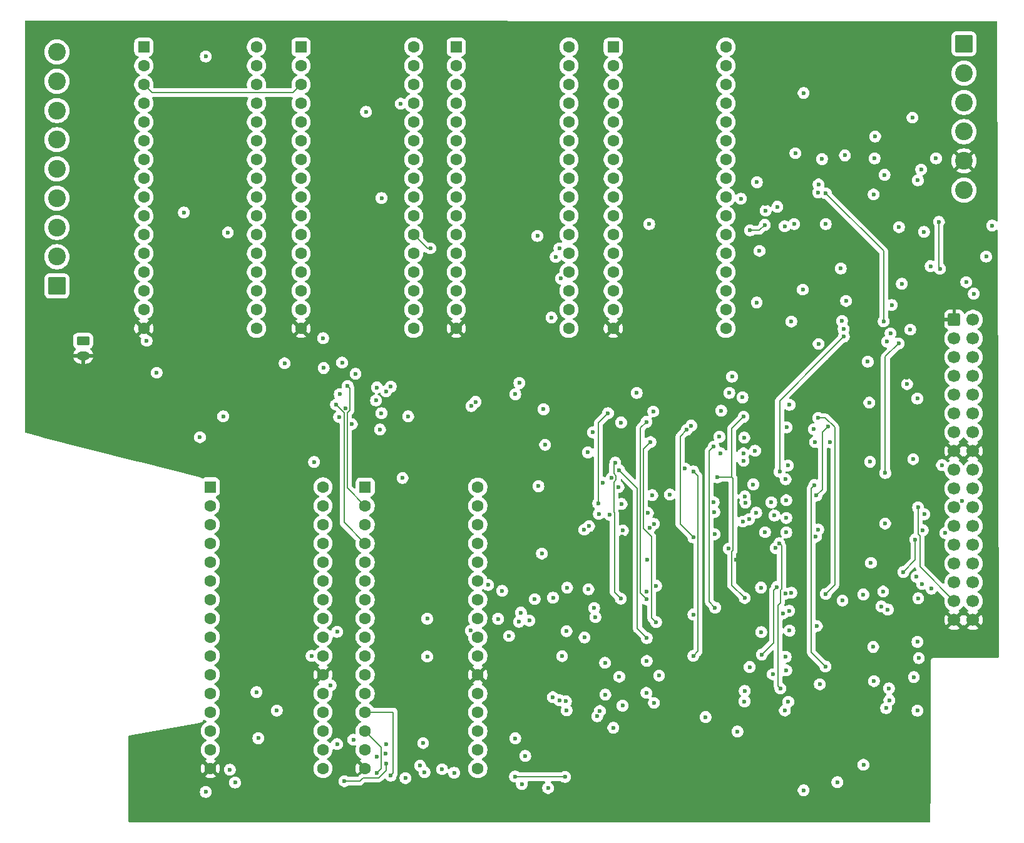
<source format=gbr>
%TF.GenerationSoftware,KiCad,Pcbnew,9.0.2*%
%TF.CreationDate,2026-02-08T20:36:03+01:00*%
%TF.ProjectId,turbokit_replica,74757262-6f6b-4697-945f-7265706c6963,0.1*%
%TF.SameCoordinates,Original*%
%TF.FileFunction,Copper,L4,Bot*%
%TF.FilePolarity,Positive*%
%FSLAX46Y46*%
G04 Gerber Fmt 4.6, Leading zero omitted, Abs format (unit mm)*
G04 Created by KiCad (PCBNEW 9.0.2) date 2026-02-08 20:36:03*
%MOMM*%
%LPD*%
G01*
G04 APERTURE LIST*
G04 Aperture macros list*
%AMRoundRect*
0 Rectangle with rounded corners*
0 $1 Rounding radius*
0 $2 $3 $4 $5 $6 $7 $8 $9 X,Y pos of 4 corners*
0 Add a 4 corners polygon primitive as box body*
4,1,4,$2,$3,$4,$5,$6,$7,$8,$9,$2,$3,0*
0 Add four circle primitives for the rounded corners*
1,1,$1+$1,$2,$3*
1,1,$1+$1,$4,$5*
1,1,$1+$1,$6,$7*
1,1,$1+$1,$8,$9*
0 Add four rect primitives between the rounded corners*
20,1,$1+$1,$2,$3,$4,$5,0*
20,1,$1+$1,$4,$5,$6,$7,0*
20,1,$1+$1,$6,$7,$8,$9,0*
20,1,$1+$1,$8,$9,$2,$3,0*%
G04 Aperture macros list end*
%TA.AperFunction,ComponentPad*%
%ADD10RoundRect,0.250000X-0.550000X-0.550000X0.550000X-0.550000X0.550000X0.550000X-0.550000X0.550000X0*%
%TD*%
%TA.AperFunction,ComponentPad*%
%ADD11C,1.600000*%
%TD*%
%TA.AperFunction,ComponentPad*%
%ADD12RoundRect,0.250001X-0.949999X0.949999X-0.949999X-0.949999X0.949999X-0.949999X0.949999X0.949999X0*%
%TD*%
%TA.AperFunction,ComponentPad*%
%ADD13C,2.400000*%
%TD*%
%TA.AperFunction,ComponentPad*%
%ADD14RoundRect,0.250001X0.949999X-0.949999X0.949999X0.949999X-0.949999X0.949999X-0.949999X-0.949999X0*%
%TD*%
%TA.AperFunction,ComponentPad*%
%ADD15C,5.600000*%
%TD*%
%TA.AperFunction,ComponentPad*%
%ADD16RoundRect,0.250000X-0.625000X0.350000X-0.625000X-0.350000X0.625000X-0.350000X0.625000X0.350000X0*%
%TD*%
%TA.AperFunction,ComponentPad*%
%ADD17O,1.750000X1.200000*%
%TD*%
%TA.AperFunction,ComponentPad*%
%ADD18RoundRect,0.250000X-0.600000X-0.600000X0.600000X-0.600000X0.600000X0.600000X-0.600000X0.600000X0*%
%TD*%
%TA.AperFunction,ComponentPad*%
%ADD19C,1.700000*%
%TD*%
%TA.AperFunction,ViaPad*%
%ADD20C,0.600000*%
%TD*%
%TA.AperFunction,Conductor*%
%ADD21C,0.200000*%
%TD*%
G04 APERTURE END LIST*
D10*
%TO.P,U5,1,VPP*%
%TO.N,+5V*%
X150760000Y-44420000D03*
D11*
%TO.P,U5,2,A16*%
%TO.N,/A16*%
X150760000Y-46960000D03*
%TO.P,U5,3,A15*%
%TO.N,/A15 *%
X150760000Y-49500000D03*
%TO.P,U5,4,A12*%
%TO.N,/A12 *%
X150760000Y-52040000D03*
%TO.P,U5,5,A7*%
%TO.N,/A7 *%
X150760000Y-54580000D03*
%TO.P,U5,6,A6*%
%TO.N,/A6 *%
X150760000Y-57120000D03*
%TO.P,U5,7,A5*%
%TO.N,/A5 *%
X150760000Y-59660000D03*
%TO.P,U5,8,A4*%
%TO.N,/A4 *%
X150760000Y-62200000D03*
%TO.P,U5,9,A3*%
%TO.N,/A3 *%
X150760000Y-64740000D03*
%TO.P,U5,10,A2*%
%TO.N,/A2 *%
X150760000Y-67280000D03*
%TO.P,U5,11,A1*%
%TO.N,/A1 *%
X150760000Y-69820000D03*
%TO.P,U5,12,A0*%
%TO.N,/A0*%
X150760000Y-72360000D03*
%TO.P,U5,13,D0*%
%TO.N,/D0*%
X150760000Y-74900000D03*
%TO.P,U5,14,D1*%
%TO.N,/D1*%
X150760000Y-77440000D03*
%TO.P,U5,15,D2*%
%TO.N,/D2*%
X150760000Y-79980000D03*
%TO.P,U5,16,GND*%
%TO.N,GND*%
X150760000Y-82520000D03*
%TO.P,U5,17,D3*%
%TO.N,/D3*%
X166000000Y-82520000D03*
%TO.P,U5,18,D4*%
%TO.N,/D4*%
X166000000Y-79980000D03*
%TO.P,U5,19,D5*%
%TO.N,/D5*%
X166000000Y-77440000D03*
%TO.P,U5,20,D6*%
%TO.N,/D6*%
X166000000Y-74900000D03*
%TO.P,U5,21,D7*%
%TO.N,/D7*%
X166000000Y-72360000D03*
%TO.P,U5,22,/CE*%
%TO.N,Net-(RN6-R3.2)*%
X166000000Y-69820000D03*
%TO.P,U5,23,A10*%
%TO.N,/A10 *%
X166000000Y-67280000D03*
%TO.P,U5,24,/OE*%
%TO.N,Net-(RN6-R1.2)*%
X166000000Y-64740000D03*
%TO.P,U5,25,A11*%
%TO.N,/A11 *%
X166000000Y-62200000D03*
%TO.P,U5,26,A9*%
%TO.N,/A9 *%
X166000000Y-59660000D03*
%TO.P,U5,27,A8*%
%TO.N,/A8 *%
X166000000Y-57120000D03*
%TO.P,U5,28,A13*%
%TO.N,/A13*%
X166000000Y-54580000D03*
%TO.P,U5,29,A14*%
%TO.N,/A14*%
X166000000Y-52040000D03*
%TO.P,U5,30,A17*%
%TO.N,/A17 *%
X166000000Y-49500000D03*
%TO.P,U5,31,A18*%
%TO.N,/A18 *%
X166000000Y-46960000D03*
%TO.P,U5,32,VCC*%
%TO.N,+5V*%
X166000000Y-44420000D03*
%TD*%
D10*
%TO.P,J1,1,Pin_1*%
%TO.N,+5V*%
X96260000Y-103985000D03*
D11*
%TO.P,J1,2,Pin_2*%
%TO.N,/A16E*%
X96260000Y-106525000D03*
%TO.P,J1,3,Pin_3*%
%TO.N,/A15E*%
X96260000Y-109065000D03*
%TO.P,J1,4,Pin_4*%
%TO.N,/A12E*%
X96260000Y-111605000D03*
%TO.P,J1,5,Pin_5*%
%TO.N,/A7E*%
X96260000Y-114145000D03*
%TO.P,J1,6,Pin_6*%
%TO.N,/A6E*%
X96260000Y-116685000D03*
%TO.P,J1,7,Pin_7*%
%TO.N,/A5E*%
X96260000Y-119225000D03*
%TO.P,J1,8,Pin_8*%
%TO.N,/A4E*%
X96260000Y-121765000D03*
%TO.P,J1,9,Pin_9*%
%TO.N,/A3E*%
X96260000Y-124305000D03*
%TO.P,J1,10,Pin_10*%
%TO.N,/A2E*%
X96260000Y-126845000D03*
%TO.P,J1,11,Pin_11*%
%TO.N,/A1E*%
X96260000Y-129385000D03*
%TO.P,J1,12,Pin_12*%
%TO.N,/A0E*%
X96260000Y-131925000D03*
%TO.P,J1,13,Pin_13*%
%TO.N,/D0E*%
X96260000Y-134465000D03*
%TO.P,J1,14,Pin_14*%
%TO.N,/D1E*%
X96260000Y-137005000D03*
%TO.P,J1,15,Pin_15*%
%TO.N,/D2E*%
X96260000Y-139545000D03*
%TO.P,J1,16,Pin_16*%
%TO.N,GND*%
X96260000Y-142085000D03*
%TO.P,J1,17,Pin_17*%
%TO.N,/D3E*%
X111500000Y-142085000D03*
%TO.P,J1,18,Pin_18*%
%TO.N,/D4E*%
X111500000Y-139545000D03*
%TO.P,J1,19,Pin_19*%
%TO.N,/D5E*%
X111500000Y-137005000D03*
%TO.P,J1,20,Pin_20*%
%TO.N,/D6E*%
X111500000Y-134465000D03*
%TO.P,J1,21,Pin_21*%
%TO.N,/D7E*%
X111500000Y-131925000D03*
%TO.P,J1,22,Pin_22*%
%TO.N,GND*%
X111500000Y-129385000D03*
%TO.P,J1,23,Pin_23*%
%TO.N,/A10E*%
X111500000Y-126845000D03*
%TO.P,J1,24,Pin_24*%
%TO.N,/~{CLDSE}*%
X111500000Y-124305000D03*
%TO.P,J1,25,Pin_25*%
%TO.N,/A11E*%
X111500000Y-121765000D03*
%TO.P,J1,26,Pin_26*%
%TO.N,/A9E*%
X111500000Y-119225000D03*
%TO.P,J1,27,Pin_27*%
%TO.N,/A8E*%
X111500000Y-116685000D03*
%TO.P,J1,28,Pin_28*%
%TO.N,/A13E*%
X111500000Y-114145000D03*
%TO.P,J1,29,Pin_29*%
%TO.N,/A14E*%
X111500000Y-111605000D03*
%TO.P,J1,30,Pin_30*%
%TO.N,/A17E*%
X111500000Y-109065000D03*
%TO.P,J1,31,Pin_31*%
%TO.N,/A18E*%
X111500000Y-106525000D03*
%TO.P,J1,32,Pin_32*%
%TO.N,+5V*%
X111500000Y-103985000D03*
%TD*%
D10*
%TO.P,U3,1,VPP*%
%TO.N,+5V*%
X108520000Y-44420000D03*
D11*
%TO.P,U3,2,A16*%
%TO.N,/A16*%
X108520000Y-46960000D03*
%TO.P,U3,3,A15*%
%TO.N,/A15 *%
X108520000Y-49500000D03*
%TO.P,U3,4,A12*%
%TO.N,/A12 *%
X108520000Y-52040000D03*
%TO.P,U3,5,A7*%
%TO.N,/A7 *%
X108520000Y-54580000D03*
%TO.P,U3,6,A6*%
%TO.N,/A6 *%
X108520000Y-57120000D03*
%TO.P,U3,7,A5*%
%TO.N,/A5 *%
X108520000Y-59660000D03*
%TO.P,U3,8,A4*%
%TO.N,/A4 *%
X108520000Y-62200000D03*
%TO.P,U3,9,A3*%
%TO.N,/A3 *%
X108520000Y-64740000D03*
%TO.P,U3,10,A2*%
%TO.N,/A2 *%
X108520000Y-67280000D03*
%TO.P,U3,11,A1*%
%TO.N,/A1 *%
X108520000Y-69820000D03*
%TO.P,U3,12,A0*%
%TO.N,/A0*%
X108520000Y-72360000D03*
%TO.P,U3,13,D0*%
%TO.N,/D8*%
X108520000Y-74900000D03*
%TO.P,U3,14,D1*%
%TO.N,/D9*%
X108520000Y-77440000D03*
%TO.P,U3,15,D2*%
%TO.N,/D10*%
X108520000Y-79980000D03*
%TO.P,U3,16,GND*%
%TO.N,GND*%
X108520000Y-82520000D03*
%TO.P,U3,17,D3*%
%TO.N,/D11*%
X123760000Y-82520000D03*
%TO.P,U3,18,D4*%
%TO.N,/D12*%
X123760000Y-79980000D03*
%TO.P,U3,19,D5*%
%TO.N,/D13*%
X123760000Y-77440000D03*
%TO.P,U3,20,D6*%
%TO.N,/D14*%
X123760000Y-74900000D03*
%TO.P,U3,21,D7*%
%TO.N,/D15*%
X123760000Y-72360000D03*
%TO.P,U3,22,/CE*%
%TO.N,Net-(RN6-R3.2)*%
X123760000Y-69820000D03*
%TO.P,U3,23,A10*%
%TO.N,/A10 *%
X123760000Y-67280000D03*
%TO.P,U3,24,/OE*%
%TO.N,Net-(RN6-R1.2)*%
X123760000Y-64740000D03*
%TO.P,U3,25,A11*%
%TO.N,/A11 *%
X123760000Y-62200000D03*
%TO.P,U3,26,A9*%
%TO.N,/A9 *%
X123760000Y-59660000D03*
%TO.P,U3,27,A8*%
%TO.N,/A8 *%
X123760000Y-57120000D03*
%TO.P,U3,28,A13*%
%TO.N,/A13*%
X123760000Y-54580000D03*
%TO.P,U3,29,A14*%
%TO.N,/A14*%
X123760000Y-52040000D03*
%TO.P,U3,30,A17*%
%TO.N,/A17 *%
X123760000Y-49500000D03*
%TO.P,U3,31,A18*%
%TO.N,/A18 *%
X123760000Y-46960000D03*
%TO.P,U3,32,VCC*%
%TO.N,+5V*%
X123760000Y-44420000D03*
%TD*%
D12*
%TO.P,J4,1,Pin_1*%
%TO.N,/~{CS}1E*%
X198200000Y-44000000D03*
D13*
%TO.P,J4,2,Pin_2*%
%TO.N,/RWOE*%
X198200000Y-47960000D03*
%TO.P,J4,3,Pin_3*%
%TO.N,+VB*%
X198200000Y-51920000D03*
%TO.P,J4,4,Pin_4*%
%TO.N,+5V*%
X198200000Y-55880000D03*
%TO.P,J4,5,Pin_5*%
%TO.N,GND*%
X198200000Y-59840000D03*
%TO.P,J4,6,Pin_6*%
%TO.N,/+BATT_IN*%
X198200000Y-63800000D03*
%TD*%
D14*
%TO.P,J3,1,Pin_1*%
%TO.N,/~{RESET}*%
X75500000Y-76770000D03*
D13*
%TO.P,J3,2,Pin_2*%
%TO.N,/{slash}DTACK*%
X75500000Y-72810000D03*
%TO.P,J3,3,Pin_3*%
%TO.N,/R~{W}E*%
X75500000Y-68850000D03*
%TO.P,J3,4,Pin_4*%
%TO.N,+VB*%
X75500000Y-64890000D03*
%TO.P,J3,5,Pin_5*%
%TO.N,/A20E*%
X75500000Y-60930000D03*
%TO.P,J3,6,Pin_6*%
%TO.N,/A19E*%
X75500000Y-56970000D03*
%TO.P,J3,7,Pin_7*%
%TO.N,/~{CS3}*%
X75500000Y-53010000D03*
%TO.P,J3,8,Pin_8*%
%TO.N,/{slash}IRQ6*%
X75500000Y-49050000D03*
%TO.P,J3,9,Pin_9*%
%TO.N,/~{CS0}E*%
X75500000Y-45090000D03*
%TD*%
D10*
%TO.P,U4,1,VPP*%
%TO.N,+5V*%
X129520000Y-44420000D03*
D11*
%TO.P,U4,2,A16*%
%TO.N,/A16*%
X129520000Y-46960000D03*
%TO.P,U4,3,A15*%
%TO.N,/A15 *%
X129520000Y-49500000D03*
%TO.P,U4,4,A12*%
%TO.N,/A12 *%
X129520000Y-52040000D03*
%TO.P,U4,5,A7*%
%TO.N,/A7 *%
X129520000Y-54580000D03*
%TO.P,U4,6,A6*%
%TO.N,/A6 *%
X129520000Y-57120000D03*
%TO.P,U4,7,A5*%
%TO.N,/A5 *%
X129520000Y-59660000D03*
%TO.P,U4,8,A4*%
%TO.N,/A4 *%
X129520000Y-62200000D03*
%TO.P,U4,9,A3*%
%TO.N,/A3 *%
X129520000Y-64740000D03*
%TO.P,U4,10,A2*%
%TO.N,/A2 *%
X129520000Y-67280000D03*
%TO.P,U4,11,A1*%
%TO.N,/A1 *%
X129520000Y-69820000D03*
%TO.P,U4,12,A0*%
%TO.N,/A0*%
X129520000Y-72360000D03*
%TO.P,U4,13,D0*%
%TO.N,/D0*%
X129520000Y-74900000D03*
%TO.P,U4,14,D1*%
%TO.N,/D1*%
X129520000Y-77440000D03*
%TO.P,U4,15,D2*%
%TO.N,/D2*%
X129520000Y-79980000D03*
%TO.P,U4,16,GND*%
%TO.N,GND*%
X129520000Y-82520000D03*
%TO.P,U4,17,D3*%
%TO.N,/D3*%
X144760000Y-82520000D03*
%TO.P,U4,18,D4*%
%TO.N,/D4*%
X144760000Y-79980000D03*
%TO.P,U4,19,D5*%
%TO.N,/D5*%
X144760000Y-77440000D03*
%TO.P,U4,20,D6*%
%TO.N,/D6*%
X144760000Y-74900000D03*
%TO.P,U4,21,D7*%
%TO.N,/D7*%
X144760000Y-72360000D03*
%TO.P,U4,22,/CE*%
%TO.N,Net-(RN6-R2.2)*%
X144760000Y-69820000D03*
%TO.P,U4,23,A10*%
%TO.N,/A10 *%
X144760000Y-67280000D03*
%TO.P,U4,24,/OE*%
%TO.N,Net-(RN6-R1.2)*%
X144760000Y-64740000D03*
%TO.P,U4,25,A11*%
%TO.N,/A11 *%
X144760000Y-62200000D03*
%TO.P,U4,26,A9*%
%TO.N,/A9 *%
X144760000Y-59660000D03*
%TO.P,U4,27,A8*%
%TO.N,/A8 *%
X144760000Y-57120000D03*
%TO.P,U4,28,A13*%
%TO.N,/A13*%
X144760000Y-54580000D03*
%TO.P,U4,29,A14*%
%TO.N,/A14*%
X144760000Y-52040000D03*
%TO.P,U4,30,A17*%
%TO.N,/A17 *%
X144760000Y-49500000D03*
%TO.P,U4,31,A18*%
%TO.N,/A18 *%
X144760000Y-46960000D03*
%TO.P,U4,32,VCC*%
%TO.N,+5V*%
X144760000Y-44420000D03*
%TD*%
D15*
%TO.P,H3,1,1*%
%TO.N,GND*%
X189800000Y-145200000D03*
%TD*%
%TO.P,H2,1,1*%
%TO.N,GND*%
X177400000Y-46400000D03*
%TD*%
%TO.P,H5,1,1*%
%TO.N,GND*%
X76000000Y-93000000D03*
%TD*%
%TO.P,H1,1,1*%
%TO.N,GND*%
X82600000Y-46400000D03*
%TD*%
D10*
%TO.P,U2,1,VPP*%
%TO.N,+5V*%
X87260000Y-44420000D03*
D11*
%TO.P,U2,2,A16*%
%TO.N,/A16*%
X87260000Y-46960000D03*
%TO.P,U2,3,A15*%
%TO.N,/A15 *%
X87260000Y-49500000D03*
%TO.P,U2,4,A12*%
%TO.N,/A12 *%
X87260000Y-52040000D03*
%TO.P,U2,5,A7*%
%TO.N,/A7 *%
X87260000Y-54580000D03*
%TO.P,U2,6,A6*%
%TO.N,/A6 *%
X87260000Y-57120000D03*
%TO.P,U2,7,A5*%
%TO.N,/A5 *%
X87260000Y-59660000D03*
%TO.P,U2,8,A4*%
%TO.N,/A4 *%
X87260000Y-62200000D03*
%TO.P,U2,9,A3*%
%TO.N,/A3 *%
X87260000Y-64740000D03*
%TO.P,U2,10,A2*%
%TO.N,/A2 *%
X87260000Y-67280000D03*
%TO.P,U2,11,A1*%
%TO.N,/A1 *%
X87260000Y-69820000D03*
%TO.P,U2,12,A0*%
%TO.N,/A0*%
X87260000Y-72360000D03*
%TO.P,U2,13,D0*%
%TO.N,/D8*%
X87260000Y-74900000D03*
%TO.P,U2,14,D1*%
%TO.N,/D9*%
X87260000Y-77440000D03*
%TO.P,U2,15,D2*%
%TO.N,/D10*%
X87260000Y-79980000D03*
%TO.P,U2,16,GND*%
%TO.N,GND*%
X87260000Y-82520000D03*
%TO.P,U2,17,D3*%
%TO.N,/D11*%
X102500000Y-82520000D03*
%TO.P,U2,18,D4*%
%TO.N,/D12*%
X102500000Y-79980000D03*
%TO.P,U2,19,D5*%
%TO.N,/D13*%
X102500000Y-77440000D03*
%TO.P,U2,20,D6*%
%TO.N,/D14*%
X102500000Y-74900000D03*
%TO.P,U2,21,D7*%
%TO.N,/D15*%
X102500000Y-72360000D03*
%TO.P,U2,22,/CE*%
%TO.N,Net-(RN6-R2.2)*%
X102500000Y-69820000D03*
%TO.P,U2,23,A10*%
%TO.N,/A10 *%
X102500000Y-67280000D03*
%TO.P,U2,24,/OE*%
%TO.N,Net-(RN6-R1.2)*%
X102500000Y-64740000D03*
%TO.P,U2,25,A11*%
%TO.N,/A11 *%
X102500000Y-62200000D03*
%TO.P,U2,26,A9*%
%TO.N,/A9 *%
X102500000Y-59660000D03*
%TO.P,U2,27,A8*%
%TO.N,/A8 *%
X102500000Y-57120000D03*
%TO.P,U2,28,A13*%
%TO.N,/A13*%
X102500000Y-54580000D03*
%TO.P,U2,29,A14*%
%TO.N,/A14*%
X102500000Y-52040000D03*
%TO.P,U2,30,A17*%
%TO.N,/A17 *%
X102500000Y-49500000D03*
%TO.P,U2,31,A18*%
%TO.N,/A18 *%
X102500000Y-46960000D03*
%TO.P,U2,32,VCC*%
%TO.N,+5V*%
X102500000Y-44420000D03*
%TD*%
D10*
%TO.P,J2,1,Pin_1*%
%TO.N,+5V*%
X117200000Y-104005000D03*
D11*
%TO.P,J2,2,Pin_2*%
%TO.N,/A16E*%
X117200000Y-106545000D03*
%TO.P,J2,3,Pin_3*%
%TO.N,/A15E*%
X117200000Y-109085000D03*
%TO.P,J2,4,Pin_4*%
%TO.N,/A12E*%
X117200000Y-111625000D03*
%TO.P,J2,5,Pin_5*%
%TO.N,/A7E*%
X117200000Y-114165000D03*
%TO.P,J2,6,Pin_6*%
%TO.N,/A6E*%
X117200000Y-116705000D03*
%TO.P,J2,7,Pin_7*%
%TO.N,/A5E*%
X117200000Y-119245000D03*
%TO.P,J2,8,Pin_8*%
%TO.N,/A4E*%
X117200000Y-121785000D03*
%TO.P,J2,9,Pin_9*%
%TO.N,/A3E*%
X117200000Y-124325000D03*
%TO.P,J2,10,Pin_10*%
%TO.N,/A2E*%
X117200000Y-126865000D03*
%TO.P,J2,11,Pin_11*%
%TO.N,/A1E*%
X117200000Y-129405000D03*
%TO.P,J2,12,Pin_12*%
%TO.N,/A0E*%
X117200000Y-131945000D03*
%TO.P,J2,13,Pin_13*%
%TO.N,/D8E*%
X117200000Y-134485000D03*
%TO.P,J2,14,Pin_14*%
%TO.N,/D9E*%
X117200000Y-137025000D03*
%TO.P,J2,15,Pin_15*%
%TO.N,/D10E*%
X117200000Y-139565000D03*
%TO.P,J2,16,Pin_16*%
%TO.N,GND*%
X117200000Y-142105000D03*
%TO.P,J2,17,Pin_17*%
%TO.N,/D11E*%
X132440000Y-142105000D03*
%TO.P,J2,18,Pin_18*%
%TO.N,/D12E*%
X132440000Y-139565000D03*
%TO.P,J2,19,Pin_19*%
%TO.N,/D13E*%
X132440000Y-137025000D03*
%TO.P,J2,20,Pin_20*%
%TO.N,/D14E*%
X132440000Y-134485000D03*
%TO.P,J2,21,Pin_21*%
%TO.N,/D15E*%
X132440000Y-131945000D03*
%TO.P,J2,22,Pin_22*%
%TO.N,GND*%
X132440000Y-129405000D03*
%TO.P,J2,23,Pin_23*%
%TO.N,/A10E*%
X132440000Y-126865000D03*
%TO.P,J2,24,Pin_24*%
%TO.N,/~{CUDSE}*%
X132440000Y-124325000D03*
%TO.P,J2,25,Pin_25*%
%TO.N,/A11E*%
X132440000Y-121785000D03*
%TO.P,J2,26,Pin_26*%
%TO.N,/A9E*%
X132440000Y-119245000D03*
%TO.P,J2,27,Pin_27*%
%TO.N,/A8E*%
X132440000Y-116705000D03*
%TO.P,J2,28,Pin_28*%
%TO.N,/A13E*%
X132440000Y-114165000D03*
%TO.P,J2,29,Pin_29*%
%TO.N,/A14E*%
X132440000Y-111625000D03*
%TO.P,J2,30,Pin_30*%
%TO.N,/A17E*%
X132440000Y-109085000D03*
%TO.P,J2,31,Pin_31*%
%TO.N,/A18E*%
X132440000Y-106545000D03*
%TO.P,J2,32,Pin_32*%
%TO.N,+5V*%
X132440000Y-104005000D03*
%TD*%
D16*
%TO.P,J5,1,Pin_1*%
%TO.N,/+BATT_IN*%
X79050000Y-84200000D03*
D17*
%TO.P,J5,2,Pin_2*%
%TO.N,GND*%
X79050000Y-86200000D03*
%TD*%
D15*
%TO.P,H4,1,1*%
%TO.N,GND*%
X89000000Y-145000000D03*
%TD*%
D18*
%TO.P,J6,1,Pin_1*%
%TO.N,GND*%
X196872500Y-81350000D03*
D19*
%TO.P,J6,2,Pin_2*%
%TO.N,/R~{W}*%
X199412500Y-81350000D03*
%TO.P,J6,3,Pin_3*%
%TO.N,/~{CS}*%
X196872500Y-83890000D03*
%TO.P,J6,4,Pin_4*%
%TO.N,+5V*%
X199412500Y-83890000D03*
%TO.P,J6,5,Pin_5*%
%TO.N,/A4 *%
X196872500Y-86430000D03*
%TO.P,J6,6,Pin_6*%
%TO.N,+5V*%
X199412500Y-86430000D03*
%TO.P,J6,7,Pin_7*%
%TO.N,/A0*%
X196872500Y-88970000D03*
%TO.P,J6,8,Pin_8*%
%TO.N,+5V*%
X199412500Y-88970000D03*
%TO.P,J6,9,Pin_9*%
%TO.N,/A1 *%
X196872500Y-91510000D03*
%TO.P,J6,10,Pin_10*%
%TO.N,Net-(J6-Pin_10)*%
X199412500Y-91510000D03*
%TO.P,J6,11,Pin_11*%
%TO.N,/A2 *%
X196872500Y-94050000D03*
%TO.P,J6,12,Pin_12*%
%TO.N,/~{RESET}*%
X199412500Y-94050000D03*
%TO.P,J6,13,Pin_13*%
%TO.N,/A3 *%
X196872500Y-96590000D03*
%TO.P,J6,14,Pin_14*%
%TO.N,/A5 *%
X199412500Y-96590000D03*
%TO.P,J6,15,Pin_15*%
%TO.N,GND*%
X196872500Y-99130000D03*
%TO.P,J6,16,Pin_16*%
X199412500Y-99130000D03*
%TO.P,J6,17,Pin_17*%
%TO.N,/D0*%
X196872500Y-101670000D03*
%TO.P,J6,18,Pin_18*%
%TO.N,/D1*%
X199412500Y-101670000D03*
%TO.P,J6,19,Pin_19*%
%TO.N,/D2*%
X196872500Y-104210000D03*
%TO.P,J6,20,Pin_20*%
%TO.N,/D3*%
X199412500Y-104210000D03*
%TO.P,J6,21,Pin_21*%
%TO.N,/D4*%
X196872500Y-106750000D03*
%TO.P,J6,22,Pin_22*%
%TO.N,/D5*%
X199412500Y-106750000D03*
%TO.P,J6,23,Pin_23*%
%TO.N,/D6*%
X196872500Y-109290000D03*
%TO.P,J6,24,Pin_24*%
%TO.N,/D7*%
X199412500Y-109290000D03*
%TO.P,J6,25,Pin_25*%
%TO.N,/D8*%
X196872500Y-111830000D03*
%TO.P,J6,26,Pin_26*%
%TO.N,/D9*%
X199412500Y-111830000D03*
%TO.P,J6,27,Pin_27*%
%TO.N,/D10*%
X196872500Y-114370000D03*
%TO.P,J6,28,Pin_28*%
%TO.N,/D11*%
X199412500Y-114370000D03*
%TO.P,J6,29,Pin_29*%
%TO.N,/D12*%
X196872500Y-116910000D03*
%TO.P,J6,30,Pin_30*%
%TO.N,/D13*%
X199412500Y-116910000D03*
%TO.P,J6,31,Pin_31*%
%TO.N,/D14*%
X196872500Y-119450000D03*
%TO.P,J6,32,Pin_32*%
%TO.N,/D15*%
X199412500Y-119450000D03*
%TO.P,J6,33,Pin_33*%
%TO.N,GND*%
X196872500Y-121990000D03*
%TO.P,J6,34,Pin_34*%
X199412500Y-121990000D03*
%TD*%
D20*
%TO.N,GND*%
X178795000Y-53565200D03*
X194109000Y-113122000D03*
X182448000Y-71344300D03*
X155917000Y-136622000D03*
X126896000Y-106196000D03*
X199598000Y-73027300D03*
X126750000Y-45229300D03*
X101180000Y-96450000D03*
X112784000Y-86580200D03*
X151936000Y-110720000D03*
X170364000Y-89312100D03*
X167402000Y-113839000D03*
X186310000Y-43568500D03*
X175588000Y-112599000D03*
X169000000Y-45750000D03*
X91330000Y-90490000D03*
X105500000Y-45248700D03*
X171370000Y-65681800D03*
X104897000Y-96450000D03*
X93590300Y-99417900D03*
X147796000Y-45088400D03*
X190497000Y-89159200D03*
X182737000Y-66024900D03*
X108919000Y-96741200D03*
X176510000Y-137103000D03*
X180852000Y-87490900D03*
%TO.N,+5V*%
X102500000Y-131750000D03*
X102750000Y-138000000D03*
%TO.N,+VB*%
X97990100Y-94429700D03*
X191782000Y-116146000D03*
X92659800Y-66812200D03*
X111587000Y-87880200D03*
X166822000Y-89051500D03*
%TO.N,/+BATT_IN*%
X138057000Y-89914000D03*
X168010000Y-64951200D03*
X89000000Y-88520000D03*
X166458000Y-91251700D03*
X137514000Y-91436800D03*
%TO.N,/A6E*%
X114561000Y-93321000D03*
%TO.N,/A16E*%
X114820000Y-90320600D03*
%TO.N,/D5E*%
X140135000Y-119168000D03*
X137514000Y-138011000D03*
%TO.N,/A15E*%
X113744000Y-91426200D03*
%TO.N,/A3E*%
X119201000Y-96204400D03*
%TO.N,/A12E*%
X113257000Y-92830900D03*
%TO.N,/A4E*%
X115389000Y-95468600D03*
%TO.N,/D6E*%
X142606000Y-118967000D03*
X143474000Y-132870000D03*
%TO.N,/D3E*%
X144448000Y-134240000D03*
%TO.N,/A7E*%
X113668000Y-94496200D03*
%TO.N,/A5E*%
X115891000Y-88670500D03*
%TO.N,/D0E*%
X142577000Y-132457000D03*
X112518000Y-130832000D03*
X105250000Y-134250000D03*
%TO.N,/A10E*%
X141095000Y-112994000D03*
%TO.N,/D1E*%
X144351000Y-133001000D03*
%TO.N,/D7E*%
X131483000Y-123432000D03*
X113398000Y-123602000D03*
%TO.N,/D8E*%
X120663700Y-143064600D03*
%TO.N,/D13E*%
X137999000Y-122232000D03*
%TO.N,/D10E*%
X118754000Y-140501800D03*
%TO.N,/D15E*%
X135182000Y-121838000D03*
%TO.N,/D9E*%
X118755200Y-142744400D03*
%TO.N,/D12E*%
X139429000Y-122080000D03*
%TO.N,/D11E*%
X136659000Y-124164000D03*
%TO.N,/D14E*%
X138275000Y-120996000D03*
%TO.N,/A19E*%
X99600000Y-144000000D03*
%TO.N,/A20E*%
X95641100Y-145277000D03*
X94850000Y-97250000D03*
X119970300Y-140108700D03*
%TO.N,/RWOE*%
X175229000Y-68396700D03*
X176510000Y-50641000D03*
%TO.N,/A3 *%
X119406000Y-94002900D03*
X119408000Y-64863600D03*
X174068000Y-102946000D03*
X151461000Y-103992000D03*
X155288000Y-127546000D03*
%TO.N,/A5 *%
X174368000Y-101069000D03*
X131554000Y-93034200D03*
X155294000Y-124438000D03*
X168387000Y-100437000D03*
X151551000Y-101700000D03*
%TO.N,/A7 *%
X156552000Y-122289000D03*
X118663000Y-92270000D03*
X174601000Y-123439000D03*
X155796000Y-97907700D03*
%TO.N,/A4 *%
X174073000Y-126977000D03*
X123014000Y-94429700D03*
X161586000Y-101872000D03*
X161586000Y-126843000D03*
X195215000Y-101026000D03*
%TO.N,/A15 *%
X141331000Y-93470000D03*
X174041000Y-118411000D03*
X178490000Y-94625800D03*
X155249000Y-95172800D03*
X155289000Y-119198000D03*
X120661000Y-90396600D03*
X121998000Y-52105300D03*
X179505000Y-118459000D03*
%TO.N,/A6 *%
X141539000Y-98267900D03*
X132127000Y-92461000D03*
X165266000Y-99410300D03*
X169948000Y-99075100D03*
X170780000Y-123637000D03*
%TO.N,/A16*%
X165353000Y-93650500D03*
X118787000Y-90516300D03*
X170743000Y-117606000D03*
%TO.N,/A12 *%
X120030000Y-91022600D03*
X160450000Y-101494000D03*
X185487000Y-100580000D03*
X117307000Y-53186500D03*
X185917000Y-125640000D03*
%TO.N,/A14*%
X148713000Y-106228000D03*
X150048000Y-93995400D03*
X180042000Y-97909200D03*
X178301000Y-122810000D03*
X178041000Y-97907800D03*
X165124000Y-97192100D03*
X168479000Y-97306000D03*
%TO.N,/A9 *%
X164533000Y-120320000D03*
X164333000Y-98542700D03*
X147980000Y-96595000D03*
X148795000Y-107633000D03*
%TO.N,/A13*%
X151030000Y-100695000D03*
X161310000Y-95680300D03*
X151760000Y-119095000D03*
X151830000Y-95255300D03*
X181763000Y-119353000D03*
%TO.N,/A10 *%
X147480000Y-109280000D03*
X191893000Y-124961000D03*
X191332000Y-100208000D03*
X168375000Y-99432700D03*
X147321000Y-99312500D03*
%TO.N,/A18 *%
X192006000Y-119050000D03*
X150554000Y-102751000D03*
X164853000Y-102678000D03*
X168387000Y-94482800D03*
X168522000Y-119007000D03*
%TO.N,/A8 *%
X161586000Y-121247000D03*
X173713000Y-121090000D03*
X161586000Y-110807000D03*
X156251000Y-108979000D03*
X177896000Y-96166500D03*
X160687000Y-96256600D03*
%TO.N,/A17 *%
X168237000Y-91860500D03*
X174843000Y-118311000D03*
X174605000Y-92869000D03*
X155239000Y-118126000D03*
X156164000Y-93771300D03*
X158403000Y-105018000D03*
%TO.N,/A11 *%
X179450000Y-128298000D03*
X149338000Y-103404000D03*
X169698000Y-103639000D03*
X169195000Y-128360000D03*
X150302000Y-107764000D03*
X177976000Y-103720000D03*
%TO.N,/D2*%
X156273000Y-133220000D03*
X152056000Y-109874000D03*
X172134000Y-106072000D03*
%TO.N,/D3*%
X166374000Y-112330000D03*
X148949000Y-134314000D03*
X192530000Y-117118000D03*
X167556000Y-137088000D03*
X150765000Y-136581000D03*
%TO.N,/A2 *%
X140494000Y-70000000D03*
X174177000Y-128816000D03*
X140634000Y-103884000D03*
X179776000Y-95819800D03*
X178223000Y-105138000D03*
X156032000Y-105102000D03*
X143835000Y-126880000D03*
%TO.N,/A0*%
X149684000Y-132094000D03*
X143474000Y-71679300D03*
X181532000Y-74412900D03*
X182240000Y-78789400D03*
%TO.N,/D0*%
X155236000Y-131864000D03*
X151884000Y-106287000D03*
X155316000Y-113799000D03*
X193794000Y-117756000D03*
%TO.N,/D1*%
X155658000Y-109542000D03*
X168552000Y-105257000D03*
X152007000Y-133598000D03*
%TO.N,/D4*%
X164477000Y-110373000D03*
X174165000Y-110141000D03*
X195647000Y-110207000D03*
X163246000Y-135135000D03*
X148586248Y-135027032D03*
%TO.N,/A1 *%
X174165000Y-105784000D03*
X155439000Y-107493000D03*
X173206000Y-111605000D03*
X173370000Y-131269000D03*
X192825000Y-107671000D03*
X155617000Y-68396700D03*
%TO.N,/D12*%
X191412000Y-129718000D03*
X192625000Y-109830000D03*
X144431000Y-123515000D03*
X142400000Y-81047200D03*
%TO.N,/D14*%
X191986000Y-106745000D03*
X187901000Y-120584000D03*
X148164000Y-120385000D03*
X135732000Y-118046000D03*
X188057000Y-131254000D03*
%TO.N,/D15*%
X197956000Y-105874000D03*
X186029000Y-130268000D03*
X142972000Y-72821100D03*
X184592000Y-118540000D03*
X144520000Y-117611000D03*
%TO.N,/D13*%
X187527000Y-108934000D03*
X187031000Y-120166000D03*
X187670000Y-133915000D03*
X148346000Y-121604000D03*
X143692000Y-75770400D03*
%TO.N,/D7*%
X198498000Y-76250300D03*
X151577000Y-129673000D03*
X164342000Y-106044000D03*
X146836000Y-109770000D03*
X147397000Y-117844000D03*
%TO.N,/D5*%
X168512000Y-133013000D03*
X168271000Y-108670000D03*
X171292000Y-110113000D03*
X170161000Y-79002500D03*
X168631000Y-106088000D03*
%TO.N,/D11*%
X191892000Y-134268000D03*
X149647000Y-127792000D03*
X189992000Y-115498000D03*
X191622000Y-111093000D03*
X146872000Y-124359000D03*
X125593000Y-121817000D03*
%TO.N,/D6*%
X164422000Y-107369000D03*
X170094000Y-107461000D03*
X168526000Y-131596000D03*
%TO.N,/A20*%
X181072000Y-143962000D03*
X186112000Y-59497800D03*
X138399000Y-144203000D03*
%TO.N,/D9*%
X122251000Y-102768000D03*
X174432000Y-133061000D03*
X125224265Y-142600000D03*
X169117000Y-108369000D03*
X174165000Y-108173000D03*
X110284000Y-100611000D03*
%TO.N,/D8*%
X178493000Y-109750000D03*
X129228000Y-142674000D03*
X178699000Y-130689000D03*
%TO.N,/D10*%
X137471000Y-143187000D03*
X173970000Y-134249000D03*
X124623000Y-141715438D03*
X144247000Y-143229000D03*
X178161000Y-110706000D03*
%TO.N,/A19*%
X156552000Y-117355000D03*
X178458000Y-64113500D03*
X153934000Y-91251700D03*
X185615000Y-114262000D03*
X185396000Y-92571600D03*
%TO.N,Net-(RN6-R1.1)*%
X170541000Y-72018100D03*
X171376000Y-66571800D03*
%TO.N,Net-(RN6-R3.2)*%
X126022000Y-71670600D03*
X173937000Y-68678300D03*
%TO.N,Net-(RN6-R2.2)*%
X171250000Y-68500000D03*
X169250000Y-69250000D03*
%TO.N,/INV_OUT*%
X192400000Y-61000000D03*
X201200000Y-72800000D03*
%TO.N,Net-(U1-Pad8)*%
X170190000Y-62732900D03*
X185966000Y-64379800D03*
%TO.N,Net-(R5-Pad2)*%
X187466000Y-61725600D03*
X189400000Y-68800000D03*
X179000000Y-59600000D03*
%TO.N,/INV_IN*%
X194419000Y-59497800D03*
X193676000Y-74087300D03*
%TO.N,Net-(J6-Pin_10)*%
X199512000Y-77815200D03*
%TO.N,/NON_INV*%
X194807000Y-68090800D03*
X194944000Y-74438800D03*
%TO.N,/~{CS3}*%
X202000000Y-68600000D03*
X87637200Y-84203600D03*
%TO.N,/~{CS0}E*%
X120000000Y-138800000D03*
X95641100Y-45711800D03*
X115600000Y-138200000D03*
X113400000Y-138800000D03*
%TO.N,/~{RESET}*%
X111515000Y-83848100D03*
X185187000Y-87019100D03*
X114079000Y-87152300D03*
X186174000Y-56532000D03*
%TO.N,/R~{W}E*%
X114400000Y-143817000D03*
X98900000Y-142250000D03*
X98622400Y-69542400D03*
X120051900Y-141419800D03*
%TO.N,/~{CS}1E*%
X182095000Y-59094800D03*
X178534000Y-63028600D03*
%TO.N,/~{CS}*%
X191962000Y-62464100D03*
%TO.N,/R~{W}*%
X188253000Y-83188300D03*
X188106000Y-132846000D03*
X179517000Y-64236800D03*
X127600000Y-142200000D03*
X187319000Y-81555800D03*
%TO.N,/~{CS0}*%
X179495000Y-68396700D03*
X141944000Y-144744000D03*
X176510000Y-145052000D03*
X138848000Y-140396700D03*
X192800000Y-69441700D03*
X172955000Y-66044000D03*
%TO.N,/~{SSCS}*%
X191235000Y-53974500D03*
X184600000Y-141600000D03*
X122650000Y-143393700D03*
%TO.N,/~{CLDS}*%
X106301000Y-87240500D03*
X175400000Y-58800000D03*
X176391000Y-77260700D03*
X189792000Y-76472300D03*
X109951000Y-126857000D03*
%TO.N,/~{CUDS}*%
X133829000Y-117251000D03*
X174849000Y-81583900D03*
X188423000Y-79345200D03*
X172727000Y-112261000D03*
%TO.N,/~{SCS}*%
X172326000Y-129339000D03*
X125035400Y-138648300D03*
X172560000Y-107837000D03*
X125593000Y-126945000D03*
X156956000Y-129514000D03*
%TO.N,/~{WE4}*%
X187816000Y-84322300D03*
X187265000Y-118148000D03*
%TO.N,/~{OE4}*%
X192089000Y-127150000D03*
X190496000Y-90052400D03*
%TO.N,/~{OE2}*%
X178536000Y-84622700D03*
X172910000Y-117525000D03*
X170845000Y-126676000D03*
%TO.N,/~{WE2}*%
X181915000Y-82595400D03*
X174550000Y-120746000D03*
%TO.N,/~{WE3}*%
X191884000Y-92006600D03*
X190935000Y-82680200D03*
%TO.N,/~{OE3}*%
X189361000Y-84552800D03*
X187558000Y-102092000D03*
%TO.N,/~{OE1}*%
X173260000Y-101919000D03*
X181945000Y-83631100D03*
%TO.N,/~{WE1}*%
X181709000Y-81500800D03*
X174212000Y-95896500D03*
%TD*%
D21*
%TO.N,/A16E*%
X114769000Y-93963400D02*
X115162000Y-93570200D01*
X115162000Y-93570200D02*
X115162000Y-90663200D01*
X117200000Y-106545000D02*
X114769000Y-104114000D01*
X114769000Y-104114000D02*
X114769000Y-93963400D01*
X115162000Y-90663200D02*
X114820000Y-90320600D01*
%TO.N,/A12E*%
X113257000Y-92830900D02*
X113257000Y-92868300D01*
X114344000Y-93955200D02*
X114344000Y-108769000D01*
X114344000Y-108769000D02*
X117200000Y-111625000D01*
X113257000Y-92868300D02*
X114344000Y-93955200D01*
%TO.N,/D8E*%
X117200000Y-134485000D02*
X120985800Y-134485000D01*
X120985800Y-134485000D02*
X120985800Y-142742500D01*
X120985800Y-142742500D02*
X120663700Y-143064600D01*
%TO.N,/D9E*%
X119368600Y-139193600D02*
X119368600Y-142131000D01*
X119368600Y-142131000D02*
X118755200Y-142744400D01*
X117200000Y-137025000D02*
X119368600Y-139193600D01*
%TO.N,/A5 *%
X154034000Y-123178000D02*
X155294000Y-124438000D01*
X151551000Y-101700000D02*
X154034000Y-104183000D01*
X154034000Y-104183000D02*
X154034000Y-123178000D01*
%TO.N,/A7 *%
X154838000Y-109579000D02*
X155950000Y-110692000D01*
X155796000Y-97907700D02*
X154838000Y-98866300D01*
X154838000Y-98866300D02*
X154838000Y-109579000D01*
X155950000Y-121687000D02*
X156552000Y-122289000D01*
X155950000Y-110692000D02*
X155950000Y-121687000D01*
%TO.N,/A4 *%
X161586000Y-126843000D02*
X162233000Y-126197000D01*
X162233000Y-126197000D02*
X162233000Y-102518000D01*
X162233000Y-102518000D02*
X161586000Y-101872000D01*
%TO.N,/A15 *%
X155249000Y-95172800D02*
X154436000Y-95986100D01*
X154436000Y-118344000D02*
X155289000Y-119198000D01*
X180717000Y-95909500D02*
X179433000Y-94625800D01*
X88371200Y-50611200D02*
X107409000Y-50611200D01*
X179505000Y-118459000D02*
X180717000Y-117248000D01*
X107409000Y-50611200D02*
X108520000Y-49500000D01*
X179433000Y-94625800D02*
X178490000Y-94625800D01*
X87260000Y-49500000D02*
X88371200Y-50611200D01*
X154436000Y-95986100D02*
X154436000Y-118344000D01*
X180717000Y-117248000D02*
X180717000Y-95909500D01*
%TO.N,/A14*%
X150048000Y-93995400D02*
X148713000Y-95330400D01*
X148713000Y-95330400D02*
X148713000Y-106228000D01*
%TO.N,/A9 *%
X163741000Y-119528000D02*
X164533000Y-120320000D01*
X164333000Y-98542700D02*
X163741000Y-99135200D01*
X163741000Y-99135200D02*
X163741000Y-119528000D01*
%TO.N,/A13*%
X150903000Y-118237000D02*
X150903000Y-107514000D01*
X150903000Y-107514000D02*
X150819000Y-107430000D01*
X151156000Y-103000000D02*
X151156000Y-102501000D01*
X150819000Y-102164000D02*
X150819000Y-100906000D01*
X151760000Y-119095000D02*
X150903000Y-118237000D01*
X150819000Y-100906000D02*
X151030000Y-100695000D01*
X150819000Y-103337000D02*
X151156000Y-103000000D01*
X150819000Y-107430000D02*
X150819000Y-103337000D01*
X151156000Y-102501000D02*
X150819000Y-102164000D01*
%TO.N,/A18 *%
X166785000Y-96085100D02*
X168387000Y-94482800D01*
X168522000Y-119007000D02*
X166785000Y-117270000D01*
X166785000Y-102678000D02*
X166785000Y-96085100D01*
X166976000Y-112579000D02*
X166976000Y-102869000D01*
X166785000Y-102678000D02*
X164853000Y-102678000D01*
X166785000Y-117270000D02*
X166785000Y-112770000D01*
X166785000Y-112770000D02*
X166976000Y-112579000D01*
X166976000Y-102869000D02*
X166785000Y-102678000D01*
%TO.N,/A8 *%
X160687000Y-96256600D02*
X159796000Y-97147300D01*
X159796000Y-97147300D02*
X159796000Y-109016000D01*
X159796000Y-109016000D02*
X161586000Y-110807000D01*
%TO.N,/A11 *%
X177553000Y-104143000D02*
X177553000Y-126401000D01*
X177976000Y-103720000D02*
X177553000Y-104143000D01*
X177553000Y-126401000D02*
X179450000Y-128298000D01*
%TO.N,/A2 *%
X178223000Y-105138000D02*
X179029000Y-104332000D01*
X179029000Y-96566600D02*
X179776000Y-95819800D01*
X179029000Y-104332000D02*
X179029000Y-96566600D01*
%TO.N,/A1 *%
X173360000Y-117926000D02*
X173512000Y-117774000D01*
X173512000Y-111911000D02*
X173206000Y-111605000D01*
X173360000Y-119687000D02*
X173360000Y-117926000D01*
X173512000Y-117774000D02*
X173512000Y-111911000D01*
X173370000Y-131269000D02*
X173062000Y-130961000D01*
X173062000Y-130961000D02*
X173062000Y-119985000D01*
X173062000Y-119985000D02*
X173360000Y-119687000D01*
%TO.N,/D14*%
X192224000Y-114802000D02*
X192224000Y-110597000D01*
X192224000Y-110597000D02*
X191986000Y-110359000D01*
X196872000Y-119450000D02*
X192224000Y-114802000D01*
X191986000Y-110359000D02*
X191986000Y-106745000D01*
%TO.N,/D11*%
X191622000Y-113868000D02*
X191622000Y-111093000D01*
X189992000Y-115498000D02*
X191622000Y-113868000D01*
%TO.N,/D10*%
X144247000Y-143229000D02*
X137513000Y-143229000D01*
X137513000Y-143229000D02*
X137471000Y-143187000D01*
%TO.N,Net-(RN6-R3.2)*%
X125611000Y-71670600D02*
X126022000Y-71670600D01*
X123760000Y-69820000D02*
X125611000Y-71670600D01*
%TO.N,Net-(RN6-R2.2)*%
X169250000Y-69250000D02*
X170500000Y-69250000D01*
X170500000Y-69250000D02*
X171250000Y-68500000D01*
%TO.N,/NON_INV*%
X194807000Y-74302000D02*
X194944000Y-74438800D01*
X194807000Y-68090800D02*
X194807000Y-74302000D01*
%TO.N,/R~{W}E*%
X116453600Y-143817000D02*
X116902600Y-143368000D01*
X116902600Y-143368000D02*
X119009800Y-143368000D01*
X119009800Y-143368000D02*
X120051900Y-142325900D01*
X114400000Y-143817000D02*
X116453600Y-143817000D01*
X120051900Y-142325900D02*
X120051900Y-141419800D01*
%TO.N,/R~{W}*%
X187319000Y-72038800D02*
X179517000Y-64236800D01*
X187319000Y-81555800D02*
X187319000Y-72038800D01*
%TO.N,/~{OE2}*%
X170845000Y-126676000D02*
X172442000Y-125079000D01*
X172442000Y-117994000D02*
X172910000Y-117525000D01*
X172442000Y-125079000D02*
X172442000Y-117994000D01*
%TO.N,/~{OE3}*%
X189361000Y-84552800D02*
X187558000Y-86356000D01*
X187558000Y-86356000D02*
X187558000Y-102092000D01*
%TO.N,/~{OE1}*%
X181945000Y-83631100D02*
X179237000Y-86339300D01*
X173260000Y-92316200D02*
X173260000Y-101919000D01*
X179237000Y-86339300D02*
X173260000Y-92316200D01*
%TD*%
%TA.AperFunction,Conductor*%
%TO.N,GND*%
G36*
X198213944Y-120103999D02*
G01*
X198252984Y-120149054D01*
X198255250Y-120153500D01*
X198257451Y-120157820D01*
X198382390Y-120329786D01*
X198532713Y-120480109D01*
X198704679Y-120605048D01*
X198704681Y-120605049D01*
X198704684Y-120605051D01*
X198713993Y-120609794D01*
X198764790Y-120657766D01*
X198781587Y-120725587D01*
X198759052Y-120791722D01*
X198714005Y-120830760D01*
X198704946Y-120835376D01*
X198704940Y-120835380D01*
X198650782Y-120874727D01*
X198650782Y-120874728D01*
X199283091Y-121507037D01*
X199219507Y-121524075D01*
X199105493Y-121589901D01*
X199012401Y-121682993D01*
X198946575Y-121797007D01*
X198929537Y-121860591D01*
X198297228Y-121228282D01*
X198297227Y-121228282D01*
X198257880Y-121282440D01*
X198252983Y-121292051D01*
X198205006Y-121342845D01*
X198137184Y-121359638D01*
X198071050Y-121337098D01*
X198032016Y-121292048D01*
X198027126Y-121282452D01*
X197987770Y-121228282D01*
X197987769Y-121228282D01*
X197355462Y-121860590D01*
X197338425Y-121797007D01*
X197272599Y-121682993D01*
X197179507Y-121589901D01*
X197065493Y-121524075D01*
X197001909Y-121507037D01*
X197634216Y-120874728D01*
X197580047Y-120835373D01*
X197580047Y-120835372D01*
X197571000Y-120830763D01*
X197520206Y-120782788D01*
X197503412Y-120714966D01*
X197525951Y-120648832D01*
X197571008Y-120609793D01*
X197580316Y-120605051D01*
X197673152Y-120537602D01*
X197752286Y-120480109D01*
X197752288Y-120480106D01*
X197752292Y-120480104D01*
X197902604Y-120329792D01*
X197902606Y-120329788D01*
X197902609Y-120329786D01*
X198027548Y-120157820D01*
X198027547Y-120157820D01*
X198027551Y-120157816D01*
X198032014Y-120149054D01*
X198079988Y-120098259D01*
X198147808Y-120081463D01*
X198213944Y-120103999D01*
G37*
%TD.AperFunction*%
%TA.AperFunction,Conductor*%
G36*
X198946575Y-99322993D02*
G01*
X199012401Y-99437007D01*
X199105493Y-99530099D01*
X199219507Y-99595925D01*
X199283090Y-99612962D01*
X198650782Y-100245269D01*
X198650782Y-100245270D01*
X198704952Y-100284626D01*
X198704951Y-100284626D01*
X198713995Y-100289234D01*
X198764792Y-100337208D01*
X198781587Y-100405029D01*
X198759050Y-100471164D01*
X198713999Y-100510202D01*
X198704682Y-100514949D01*
X198532713Y-100639890D01*
X198382390Y-100790213D01*
X198257449Y-100962182D01*
X198252984Y-100970946D01*
X198205009Y-101021742D01*
X198137188Y-101038536D01*
X198071053Y-101015998D01*
X198032016Y-100970946D01*
X198027550Y-100962182D01*
X197902609Y-100790213D01*
X197752286Y-100639890D01*
X197580317Y-100514949D01*
X197571004Y-100510204D01*
X197520207Y-100462230D01*
X197503412Y-100394409D01*
X197525949Y-100328274D01*
X197571007Y-100289232D01*
X197580055Y-100284622D01*
X197634216Y-100245270D01*
X197634217Y-100245270D01*
X197001908Y-99612962D01*
X197065493Y-99595925D01*
X197179507Y-99530099D01*
X197272599Y-99437007D01*
X197338425Y-99322993D01*
X197355462Y-99259408D01*
X197987770Y-99891717D01*
X197987770Y-99891716D01*
X198027122Y-99837554D01*
X198032014Y-99827954D01*
X198079988Y-99777157D01*
X198147808Y-99760361D01*
X198213944Y-99782897D01*
X198252986Y-99827954D01*
X198257875Y-99837550D01*
X198297228Y-99891716D01*
X198929536Y-99259407D01*
X198946575Y-99322993D01*
G37*
%TD.AperFunction*%
%TA.AperFunction,Conductor*%
G36*
X198213944Y-97243999D02*
G01*
X198252984Y-97289054D01*
X198257091Y-97297115D01*
X198257451Y-97297820D01*
X198382390Y-97469786D01*
X198532713Y-97620109D01*
X198704679Y-97745048D01*
X198704681Y-97745049D01*
X198704684Y-97745051D01*
X198713993Y-97749794D01*
X198764790Y-97797766D01*
X198781587Y-97865587D01*
X198759052Y-97931722D01*
X198714005Y-97970760D01*
X198704946Y-97975376D01*
X198704940Y-97975380D01*
X198650782Y-98014727D01*
X198650782Y-98014728D01*
X199283091Y-98647037D01*
X199219507Y-98664075D01*
X199105493Y-98729901D01*
X199012401Y-98822993D01*
X198946575Y-98937007D01*
X198929537Y-99000591D01*
X198297228Y-98368282D01*
X198297227Y-98368282D01*
X198257880Y-98422440D01*
X198252983Y-98432051D01*
X198205006Y-98482845D01*
X198137184Y-98499638D01*
X198071050Y-98477098D01*
X198032016Y-98432048D01*
X198027126Y-98422452D01*
X197987770Y-98368282D01*
X197987769Y-98368282D01*
X197355462Y-99000590D01*
X197338425Y-98937007D01*
X197272599Y-98822993D01*
X197179507Y-98729901D01*
X197065493Y-98664075D01*
X197001909Y-98647037D01*
X197634216Y-98014728D01*
X197580047Y-97975373D01*
X197580047Y-97975372D01*
X197571000Y-97970763D01*
X197520206Y-97922788D01*
X197503412Y-97854966D01*
X197525951Y-97788832D01*
X197571008Y-97749793D01*
X197580316Y-97745051D01*
X197677831Y-97674203D01*
X197752286Y-97620109D01*
X197752288Y-97620106D01*
X197752292Y-97620104D01*
X197902604Y-97469792D01*
X197902606Y-97469788D01*
X197902609Y-97469786D01*
X198027548Y-97297820D01*
X198027547Y-97297820D01*
X198027551Y-97297816D01*
X198032014Y-97289054D01*
X198079988Y-97238259D01*
X198147808Y-97221463D01*
X198213944Y-97243999D01*
G37*
%TD.AperFunction*%
%TA.AperFunction,Conductor*%
G36*
X202577004Y-40900124D02*
G01*
X202644030Y-40919849D01*
X202689753Y-40972681D01*
X202700928Y-41023840D01*
X202762641Y-67930916D01*
X202743110Y-67998000D01*
X202690411Y-68043876D01*
X202621276Y-68053978D01*
X202557653Y-68025099D01*
X202550960Y-68018881D01*
X202510292Y-67978213D01*
X202510288Y-67978210D01*
X202379185Y-67890609D01*
X202379172Y-67890602D01*
X202233501Y-67830264D01*
X202233489Y-67830261D01*
X202078845Y-67799500D01*
X202078842Y-67799500D01*
X201921158Y-67799500D01*
X201921155Y-67799500D01*
X201766510Y-67830261D01*
X201766498Y-67830264D01*
X201620827Y-67890602D01*
X201620814Y-67890609D01*
X201489711Y-67978210D01*
X201489707Y-67978213D01*
X201378213Y-68089707D01*
X201378210Y-68089711D01*
X201290609Y-68220814D01*
X201290602Y-68220827D01*
X201230264Y-68366498D01*
X201230261Y-68366510D01*
X201199500Y-68521153D01*
X201199500Y-68678846D01*
X201230261Y-68833489D01*
X201230264Y-68833501D01*
X201290602Y-68979172D01*
X201290609Y-68979185D01*
X201378210Y-69110288D01*
X201378213Y-69110292D01*
X201489707Y-69221786D01*
X201489711Y-69221789D01*
X201620814Y-69309390D01*
X201620827Y-69309397D01*
X201681611Y-69334574D01*
X201766503Y-69369737D01*
X201907484Y-69397780D01*
X201921153Y-69400499D01*
X201921156Y-69400500D01*
X201921158Y-69400500D01*
X202078844Y-69400500D01*
X202078845Y-69400499D01*
X202233497Y-69369737D01*
X202379179Y-69309394D01*
X202510289Y-69221789D01*
X202554021Y-69178057D01*
X202615344Y-69144571D01*
X202685035Y-69149555D01*
X202740969Y-69191426D01*
X202765387Y-69256890D01*
X202765703Y-69265453D01*
X202830013Y-97304390D01*
X202897559Y-126754842D01*
X202898065Y-126975216D01*
X202878534Y-127042300D01*
X202825835Y-127088176D01*
X202774065Y-127099500D01*
X194201430Y-127099500D01*
X194136698Y-127099165D01*
X194135421Y-127099500D01*
X194134108Y-127099500D01*
X194072131Y-127116106D01*
X194071513Y-127116270D01*
X194009222Y-127132616D01*
X194007863Y-127133170D01*
X194007762Y-127133212D01*
X194006871Y-127133575D01*
X193951227Y-127165700D01*
X193950677Y-127166015D01*
X193919672Y-127183704D01*
X193858224Y-127200000D01*
X193800000Y-127200000D01*
X193800000Y-127258593D01*
X193795848Y-127274084D01*
X193796503Y-127287832D01*
X193783385Y-127320598D01*
X193767392Y-127348296D01*
X193767074Y-127348842D01*
X193734585Y-127404451D01*
X193734251Y-127405259D01*
X193733995Y-127405873D01*
X193733623Y-127406755D01*
X193723669Y-127443903D01*
X193716960Y-127468939D01*
X193716835Y-127469403D01*
X193699846Y-127531523D01*
X193699630Y-127533101D01*
X193699608Y-127533271D01*
X193699500Y-127534059D01*
X193699500Y-127598526D01*
X193699498Y-127599168D01*
X193665071Y-134253216D01*
X193664840Y-134297835D01*
X193664500Y-134299108D01*
X193664500Y-134363735D01*
X193664498Y-134364123D01*
X193664498Y-134364129D01*
X193664141Y-134433054D01*
X193664500Y-134438751D01*
X193664500Y-144503721D01*
X193664490Y-144505290D01*
X193604467Y-149247070D01*
X193583937Y-149313854D01*
X193530558Y-149358937D01*
X193480478Y-149369500D01*
X85324000Y-149369500D01*
X85256961Y-149349815D01*
X85211206Y-149297011D01*
X85200000Y-149245500D01*
X85200000Y-145198153D01*
X94840600Y-145198153D01*
X94840600Y-145355846D01*
X94871361Y-145510489D01*
X94871364Y-145510501D01*
X94931702Y-145656172D01*
X94931709Y-145656185D01*
X95019310Y-145787288D01*
X95019313Y-145787292D01*
X95130807Y-145898786D01*
X95130811Y-145898789D01*
X95261914Y-145986390D01*
X95261927Y-145986397D01*
X95407598Y-146046735D01*
X95407603Y-146046737D01*
X95562253Y-146077499D01*
X95562256Y-146077500D01*
X95562258Y-146077500D01*
X95719944Y-146077500D01*
X95719945Y-146077499D01*
X95874597Y-146046737D01*
X96020279Y-145986394D01*
X96151389Y-145898789D01*
X96262889Y-145787289D01*
X96350494Y-145656179D01*
X96410837Y-145510497D01*
X96441600Y-145355842D01*
X96441600Y-145198158D01*
X96441600Y-145198155D01*
X96441599Y-145198153D01*
X96426687Y-145123185D01*
X96410837Y-145043503D01*
X96410835Y-145043498D01*
X96350497Y-144897827D01*
X96350490Y-144897814D01*
X96262889Y-144766711D01*
X96262886Y-144766707D01*
X96151392Y-144655213D01*
X96151388Y-144655210D01*
X96020285Y-144567609D01*
X96020272Y-144567602D01*
X95874601Y-144507264D01*
X95874589Y-144507261D01*
X95719945Y-144476500D01*
X95719942Y-144476500D01*
X95562258Y-144476500D01*
X95562255Y-144476500D01*
X95407610Y-144507261D01*
X95407598Y-144507264D01*
X95261927Y-144567602D01*
X95261914Y-144567609D01*
X95130811Y-144655210D01*
X95130807Y-144655213D01*
X95019313Y-144766707D01*
X95019310Y-144766711D01*
X94931709Y-144897814D01*
X94931702Y-144897827D01*
X94871364Y-145043498D01*
X94871361Y-145043510D01*
X94840600Y-145198153D01*
X85200000Y-145198153D01*
X85200000Y-143921153D01*
X98799500Y-143921153D01*
X98799500Y-144078846D01*
X98830261Y-144233489D01*
X98830264Y-144233501D01*
X98890602Y-144379172D01*
X98890609Y-144379185D01*
X98978210Y-144510288D01*
X98978213Y-144510292D01*
X99089707Y-144621786D01*
X99089711Y-144621789D01*
X99220814Y-144709390D01*
X99220827Y-144709397D01*
X99366498Y-144769735D01*
X99366503Y-144769737D01*
X99521153Y-144800499D01*
X99521156Y-144800500D01*
X99521158Y-144800500D01*
X99678844Y-144800500D01*
X99678845Y-144800499D01*
X99833497Y-144769737D01*
X99979179Y-144709394D01*
X100110289Y-144621789D01*
X100221789Y-144510289D01*
X100309394Y-144379179D01*
X100369737Y-144233497D01*
X100400500Y-144078842D01*
X100400500Y-143921158D01*
X100400500Y-143921155D01*
X100400499Y-143921153D01*
X100386927Y-143852923D01*
X100369737Y-143766503D01*
X100341068Y-143697289D01*
X100309397Y-143620827D01*
X100309390Y-143620814D01*
X100221789Y-143489711D01*
X100221786Y-143489707D01*
X100110292Y-143378213D01*
X100110288Y-143378210D01*
X99979185Y-143290609D01*
X99979172Y-143290602D01*
X99833501Y-143230264D01*
X99833489Y-143230261D01*
X99678845Y-143199500D01*
X99678842Y-143199500D01*
X99521158Y-143199500D01*
X99521155Y-143199500D01*
X99366510Y-143230261D01*
X99366498Y-143230264D01*
X99220827Y-143290602D01*
X99220814Y-143290609D01*
X99089711Y-143378210D01*
X99089707Y-143378213D01*
X98978213Y-143489707D01*
X98978210Y-143489711D01*
X98890609Y-143620814D01*
X98890602Y-143620827D01*
X98830264Y-143766498D01*
X98830261Y-143766510D01*
X98799500Y-143921153D01*
X85200000Y-143921153D01*
X85200000Y-137706383D01*
X85219685Y-137639344D01*
X85272489Y-137593589D01*
X85302446Y-137584271D01*
X94843823Y-135900500D01*
X94865892Y-135900500D01*
X94908466Y-135889092D01*
X94951869Y-135881433D01*
X94962034Y-135876690D01*
X94982358Y-135869293D01*
X94993186Y-135866392D01*
X95031356Y-135844353D01*
X95071299Y-135825722D01*
X95088203Y-135811533D01*
X95107314Y-135800500D01*
X95134658Y-135773154D01*
X95142623Y-135765856D01*
X95153426Y-135756789D01*
X95172239Y-135740999D01*
X95184895Y-135722918D01*
X95200500Y-135707314D01*
X95222535Y-135669147D01*
X95247813Y-135633037D01*
X95251726Y-135622278D01*
X95252099Y-135621272D01*
X95255685Y-135611728D01*
X95266392Y-135593186D01*
X95275671Y-135558549D01*
X95277803Y-135552879D01*
X95295309Y-135529614D01*
X95310462Y-135504753D01*
X95316067Y-135502029D01*
X95319814Y-135497051D01*
X95347117Y-135486944D01*
X95373307Y-135474221D01*
X95379494Y-135474960D01*
X95385339Y-135472797D01*
X95413771Y-135479056D01*
X95442683Y-135482512D01*
X95451052Y-135487264D01*
X95453574Y-135487820D01*
X95455579Y-135489835D01*
X95466761Y-135496185D01*
X95523381Y-135537321D01*
X95578390Y-135577287D01*
X95647099Y-135612296D01*
X95671080Y-135624515D01*
X95721876Y-135672490D01*
X95738671Y-135740311D01*
X95716134Y-135806446D01*
X95671080Y-135845485D01*
X95578386Y-135892715D01*
X95412786Y-136013028D01*
X95268028Y-136157786D01*
X95147715Y-136323386D01*
X95054781Y-136505776D01*
X94991522Y-136700465D01*
X94961078Y-136892686D01*
X94959500Y-136902648D01*
X94959500Y-137107352D01*
X94962668Y-137127351D01*
X94991522Y-137309534D01*
X95054781Y-137504223D01*
X95147715Y-137686613D01*
X95268028Y-137852213D01*
X95412786Y-137996971D01*
X95567749Y-138109556D01*
X95578390Y-138117287D01*
X95669840Y-138163883D01*
X95671080Y-138164515D01*
X95721876Y-138212490D01*
X95738671Y-138280311D01*
X95716134Y-138346446D01*
X95671080Y-138385485D01*
X95578386Y-138432715D01*
X95412786Y-138553028D01*
X95268028Y-138697786D01*
X95147715Y-138863386D01*
X95054781Y-139045776D01*
X94991522Y-139240465D01*
X94959500Y-139442648D01*
X94959500Y-139647351D01*
X94991522Y-139849534D01*
X95054781Y-140044223D01*
X95147715Y-140226613D01*
X95268028Y-140392213D01*
X95412786Y-140536971D01*
X95578385Y-140657284D01*
X95578387Y-140657285D01*
X95578390Y-140657287D01*
X95671080Y-140704515D01*
X95671630Y-140704795D01*
X95722426Y-140752770D01*
X95739221Y-140820591D01*
X95716684Y-140886725D01*
X95671630Y-140925765D01*
X95578644Y-140973143D01*
X95534077Y-141005523D01*
X95534077Y-141005524D01*
X96213554Y-141685000D01*
X96207339Y-141685000D01*
X96105606Y-141712259D01*
X96014394Y-141764920D01*
X95939920Y-141839394D01*
X95887259Y-141930606D01*
X95860000Y-142032339D01*
X95860000Y-142038553D01*
X95180524Y-141359077D01*
X95180523Y-141359077D01*
X95148143Y-141403644D01*
X95055244Y-141585968D01*
X94992009Y-141780582D01*
X94960000Y-141982682D01*
X94960000Y-142187317D01*
X94992009Y-142389417D01*
X95055244Y-142584031D01*
X95148141Y-142766350D01*
X95148147Y-142766359D01*
X95180523Y-142810921D01*
X95180524Y-142810922D01*
X95860000Y-142131446D01*
X95860000Y-142137661D01*
X95887259Y-142239394D01*
X95939920Y-142330606D01*
X96014394Y-142405080D01*
X96105606Y-142457741D01*
X96207339Y-142485000D01*
X96213553Y-142485000D01*
X95534076Y-143164474D01*
X95578650Y-143196859D01*
X95760968Y-143289755D01*
X95955582Y-143352990D01*
X96157683Y-143385000D01*
X96362317Y-143385000D01*
X96564417Y-143352990D01*
X96759031Y-143289755D01*
X96941349Y-143196859D01*
X96985921Y-143164474D01*
X96306447Y-142485000D01*
X96312661Y-142485000D01*
X96414394Y-142457741D01*
X96505606Y-142405080D01*
X96580080Y-142330606D01*
X96632741Y-142239394D01*
X96660000Y-142137661D01*
X96660000Y-142131447D01*
X97339474Y-142810921D01*
X97371859Y-142766349D01*
X97464755Y-142584031D01*
X97527990Y-142389417D01*
X97560000Y-142187317D01*
X97560000Y-142171153D01*
X98099500Y-142171153D01*
X98099500Y-142328846D01*
X98130261Y-142483489D01*
X98130264Y-142483501D01*
X98190602Y-142629172D01*
X98190609Y-142629185D01*
X98278210Y-142760288D01*
X98278213Y-142760292D01*
X98389707Y-142871786D01*
X98389711Y-142871789D01*
X98520814Y-142959390D01*
X98520827Y-142959397D01*
X98653582Y-143014385D01*
X98666503Y-143019737D01*
X98804875Y-143047261D01*
X98821153Y-143050499D01*
X98821156Y-143050500D01*
X98821158Y-143050500D01*
X98978844Y-143050500D01*
X98978845Y-143050499D01*
X99133497Y-143019737D01*
X99279179Y-142959394D01*
X99410289Y-142871789D01*
X99521789Y-142760289D01*
X99609394Y-142629179D01*
X99669737Y-142483497D01*
X99700500Y-142328842D01*
X99700500Y-142171158D01*
X99700500Y-142171155D01*
X99700499Y-142171153D01*
X99685275Y-142094617D01*
X99669737Y-142016503D01*
X99655714Y-141982648D01*
X99609397Y-141870827D01*
X99609390Y-141870814D01*
X99521789Y-141739711D01*
X99521786Y-141739707D01*
X99410292Y-141628213D01*
X99410288Y-141628210D01*
X99279185Y-141540609D01*
X99279172Y-141540602D01*
X99133501Y-141480264D01*
X99133489Y-141480261D01*
X98978845Y-141449500D01*
X98978842Y-141449500D01*
X98821158Y-141449500D01*
X98821155Y-141449500D01*
X98666510Y-141480261D01*
X98666498Y-141480264D01*
X98520827Y-141540602D01*
X98520814Y-141540609D01*
X98389711Y-141628210D01*
X98389707Y-141628213D01*
X98278213Y-141739707D01*
X98278210Y-141739711D01*
X98190609Y-141870814D01*
X98190602Y-141870827D01*
X98130264Y-142016498D01*
X98130261Y-142016510D01*
X98099500Y-142171153D01*
X97560000Y-142171153D01*
X97560000Y-141982682D01*
X97527990Y-141780582D01*
X97464755Y-141585968D01*
X97371859Y-141403650D01*
X97339474Y-141359077D01*
X97339474Y-141359076D01*
X96660000Y-142038551D01*
X96660000Y-142032339D01*
X96632741Y-141930606D01*
X96580080Y-141839394D01*
X96505606Y-141764920D01*
X96414394Y-141712259D01*
X96312661Y-141685000D01*
X96306446Y-141685000D01*
X96985922Y-141005524D01*
X96985921Y-141005523D01*
X96941359Y-140973147D01*
X96941350Y-140973141D01*
X96848369Y-140925765D01*
X96797573Y-140877790D01*
X96780778Y-140809969D01*
X96803315Y-140743835D01*
X96848370Y-140704795D01*
X96848920Y-140704515D01*
X96941610Y-140657287D01*
X96993691Y-140619448D01*
X97107213Y-140536971D01*
X97107215Y-140536968D01*
X97107219Y-140536966D01*
X97251966Y-140392219D01*
X97251968Y-140392215D01*
X97251971Y-140392213D01*
X97305996Y-140317853D01*
X97372287Y-140226610D01*
X97465220Y-140044219D01*
X97528477Y-139849534D01*
X97560500Y-139647352D01*
X97560500Y-139442648D01*
X97533169Y-139270089D01*
X97528477Y-139240465D01*
X97471718Y-139065781D01*
X97465220Y-139045781D01*
X97465218Y-139045778D01*
X97465218Y-139045776D01*
X97426474Y-138969737D01*
X97372287Y-138863390D01*
X97359500Y-138845790D01*
X97251971Y-138697786D01*
X97107213Y-138553028D01*
X96941614Y-138432715D01*
X96918282Y-138420827D01*
X96848917Y-138385483D01*
X96798123Y-138337511D01*
X96781328Y-138269690D01*
X96803865Y-138203555D01*
X96848917Y-138164516D01*
X96941610Y-138117287D01*
X96962770Y-138101913D01*
X97107213Y-137996971D01*
X97107215Y-137996968D01*
X97107219Y-137996966D01*
X97183032Y-137921153D01*
X101949500Y-137921153D01*
X101949500Y-138078846D01*
X101980261Y-138233489D01*
X101980264Y-138233501D01*
X102040602Y-138379172D01*
X102040609Y-138379185D01*
X102128210Y-138510288D01*
X102128213Y-138510292D01*
X102239707Y-138621786D01*
X102239711Y-138621789D01*
X102370814Y-138709390D01*
X102370827Y-138709397D01*
X102516498Y-138769735D01*
X102516503Y-138769737D01*
X102671153Y-138800499D01*
X102671156Y-138800500D01*
X102671158Y-138800500D01*
X102828844Y-138800500D01*
X102828845Y-138800499D01*
X102983497Y-138769737D01*
X103129179Y-138709394D01*
X103260289Y-138621789D01*
X103371789Y-138510289D01*
X103459394Y-138379179D01*
X103519737Y-138233497D01*
X103550500Y-138078842D01*
X103550500Y-137921158D01*
X103550500Y-137921155D01*
X103550499Y-137921153D01*
X103530543Y-137820827D01*
X103519737Y-137766503D01*
X103519735Y-137766498D01*
X103459397Y-137620827D01*
X103459390Y-137620814D01*
X103371789Y-137489711D01*
X103371786Y-137489707D01*
X103260292Y-137378213D01*
X103260288Y-137378210D01*
X103129185Y-137290609D01*
X103129172Y-137290602D01*
X102983501Y-137230264D01*
X102983489Y-137230261D01*
X102828845Y-137199500D01*
X102828842Y-137199500D01*
X102671158Y-137199500D01*
X102671155Y-137199500D01*
X102516510Y-137230261D01*
X102516498Y-137230264D01*
X102370827Y-137290602D01*
X102370814Y-137290609D01*
X102239711Y-137378210D01*
X102239707Y-137378213D01*
X102128213Y-137489707D01*
X102128210Y-137489711D01*
X102040609Y-137620814D01*
X102040602Y-137620827D01*
X101980264Y-137766498D01*
X101980261Y-137766510D01*
X101949500Y-137921153D01*
X97183032Y-137921153D01*
X97251966Y-137852219D01*
X97255177Y-137847800D01*
X97259260Y-137842181D01*
X97322054Y-137755750D01*
X97372287Y-137686610D01*
X97465220Y-137504219D01*
X97528477Y-137309534D01*
X97560500Y-137107352D01*
X97560500Y-136902648D01*
X97533726Y-136733608D01*
X97528477Y-136700465D01*
X97471717Y-136525778D01*
X97465220Y-136505781D01*
X97465218Y-136505778D01*
X97465218Y-136505776D01*
X97431503Y-136439607D01*
X97372287Y-136323390D01*
X97346212Y-136287500D01*
X97251971Y-136157786D01*
X97107213Y-136013028D01*
X96941614Y-135892715D01*
X96910173Y-135876695D01*
X96848917Y-135845483D01*
X96798123Y-135797511D01*
X96781328Y-135729690D01*
X96803865Y-135663555D01*
X96848917Y-135624516D01*
X96941610Y-135577287D01*
X96996619Y-135537321D01*
X97107213Y-135456971D01*
X97107215Y-135456968D01*
X97107219Y-135456966D01*
X97251966Y-135312219D01*
X97251968Y-135312215D01*
X97251971Y-135312213D01*
X97304732Y-135239590D01*
X97372287Y-135146610D01*
X97465220Y-134964219D01*
X97528477Y-134769534D01*
X97560500Y-134567352D01*
X97560500Y-134362648D01*
X97554988Y-134327846D01*
X97532278Y-134184464D01*
X97531645Y-134180466D01*
X97530170Y-134171153D01*
X104449500Y-134171153D01*
X104449500Y-134328846D01*
X104480261Y-134483489D01*
X104480264Y-134483501D01*
X104540602Y-134629172D01*
X104540609Y-134629185D01*
X104628210Y-134760288D01*
X104628213Y-134760292D01*
X104739707Y-134871786D01*
X104739711Y-134871789D01*
X104870814Y-134959390D01*
X104870827Y-134959397D01*
X104992363Y-135009738D01*
X105016503Y-135019737D01*
X105166126Y-135049499D01*
X105171153Y-135050499D01*
X105171156Y-135050500D01*
X105171158Y-135050500D01*
X105328844Y-135050500D01*
X105328845Y-135050499D01*
X105483497Y-135019737D01*
X105629179Y-134959394D01*
X105760289Y-134871789D01*
X105871789Y-134760289D01*
X105959394Y-134629179D01*
X106019737Y-134483497D01*
X106050500Y-134328842D01*
X106050500Y-134171158D01*
X106050500Y-134171155D01*
X106050499Y-134171153D01*
X106032466Y-134080498D01*
X106019737Y-134016503D01*
X106010352Y-133993846D01*
X105959397Y-133870827D01*
X105959390Y-133870814D01*
X105871789Y-133739711D01*
X105871786Y-133739707D01*
X105760292Y-133628213D01*
X105760288Y-133628210D01*
X105629185Y-133540609D01*
X105629172Y-133540602D01*
X105483501Y-133480264D01*
X105483489Y-133480261D01*
X105328845Y-133449500D01*
X105328842Y-133449500D01*
X105171158Y-133449500D01*
X105171155Y-133449500D01*
X105016510Y-133480261D01*
X105016498Y-133480264D01*
X104870827Y-133540602D01*
X104870814Y-133540609D01*
X104739711Y-133628210D01*
X104739707Y-133628213D01*
X104628213Y-133739707D01*
X104628210Y-133739711D01*
X104540609Y-133870814D01*
X104540602Y-133870827D01*
X104480264Y-134016498D01*
X104480261Y-134016510D01*
X104449500Y-134171153D01*
X97530170Y-134171153D01*
X97528477Y-134160466D01*
X97465220Y-133965781D01*
X97465218Y-133965778D01*
X97465218Y-133965776D01*
X97411740Y-133860821D01*
X97372287Y-133783390D01*
X97364556Y-133772749D01*
X97251971Y-133617786D01*
X97107213Y-133473028D01*
X96941614Y-133352715D01*
X96888172Y-133325485D01*
X96848917Y-133305483D01*
X96798123Y-133257511D01*
X96781328Y-133189690D01*
X96803865Y-133123555D01*
X96848917Y-133084516D01*
X96941610Y-133037287D01*
X97011516Y-132986498D01*
X97107213Y-132916971D01*
X97107215Y-132916968D01*
X97107219Y-132916966D01*
X97251966Y-132772219D01*
X97251968Y-132772215D01*
X97251971Y-132772213D01*
X97311346Y-132690489D01*
X97372287Y-132606610D01*
X97465220Y-132424219D01*
X97528477Y-132229534D01*
X97560500Y-132027352D01*
X97560500Y-131822648D01*
X97553633Y-131779292D01*
X97538614Y-131684464D01*
X97536505Y-131671153D01*
X101699500Y-131671153D01*
X101699500Y-131828846D01*
X101730261Y-131983489D01*
X101730264Y-131983501D01*
X101790602Y-132129172D01*
X101790609Y-132129185D01*
X101878210Y-132260288D01*
X101878213Y-132260292D01*
X101989707Y-132371786D01*
X101989711Y-132371789D01*
X102120814Y-132459390D01*
X102120827Y-132459397D01*
X102244466Y-132510609D01*
X102266503Y-132519737D01*
X102421153Y-132550499D01*
X102421156Y-132550500D01*
X102421158Y-132550500D01*
X102578844Y-132550500D01*
X102578845Y-132550499D01*
X102733497Y-132519737D01*
X102861234Y-132466827D01*
X102879172Y-132459397D01*
X102879172Y-132459396D01*
X102879179Y-132459394D01*
X103010289Y-132371789D01*
X103121789Y-132260289D01*
X103209394Y-132129179D01*
X103269737Y-131983497D01*
X103300500Y-131828842D01*
X103300500Y-131671158D01*
X103300500Y-131671155D01*
X103300499Y-131671153D01*
X103292944Y-131633172D01*
X103269737Y-131516503D01*
X103257724Y-131487501D01*
X103209397Y-131370827D01*
X103209390Y-131370814D01*
X103121789Y-131239711D01*
X103121786Y-131239707D01*
X103010292Y-131128213D01*
X103010288Y-131128210D01*
X102879185Y-131040609D01*
X102879172Y-131040602D01*
X102733501Y-130980264D01*
X102733489Y-130980261D01*
X102578845Y-130949500D01*
X102578842Y-130949500D01*
X102421158Y-130949500D01*
X102421155Y-130949500D01*
X102266510Y-130980261D01*
X102266498Y-130980264D01*
X102120827Y-131040602D01*
X102120814Y-131040609D01*
X101989711Y-131128210D01*
X101989707Y-131128213D01*
X101878213Y-131239707D01*
X101878210Y-131239711D01*
X101790609Y-131370814D01*
X101790602Y-131370827D01*
X101730264Y-131516498D01*
X101730261Y-131516510D01*
X101699500Y-131671153D01*
X97536505Y-131671153D01*
X97532865Y-131648172D01*
X97528477Y-131620466D01*
X97465220Y-131425781D01*
X97465218Y-131425778D01*
X97465218Y-131425776D01*
X97422680Y-131342292D01*
X97372287Y-131243390D01*
X97348885Y-131211179D01*
X97251971Y-131077786D01*
X97107213Y-130933028D01*
X96941614Y-130812715D01*
X96935006Y-130809348D01*
X96848917Y-130765483D01*
X96798123Y-130717511D01*
X96781328Y-130649690D01*
X96803865Y-130583555D01*
X96848917Y-130544516D01*
X96941610Y-130497287D01*
X97001878Y-130453500D01*
X97107213Y-130376971D01*
X97107215Y-130376968D01*
X97107219Y-130376966D01*
X97251966Y-130232219D01*
X97251968Y-130232215D01*
X97251971Y-130232213D01*
X97325562Y-130130922D01*
X97372287Y-130066610D01*
X97465220Y-129884219D01*
X97528477Y-129689534D01*
X97560500Y-129487352D01*
X97560500Y-129282648D01*
X97540978Y-129159394D01*
X97528477Y-129080465D01*
X97490507Y-128963606D01*
X97465220Y-128885781D01*
X97465218Y-128885778D01*
X97465218Y-128885776D01*
X97393113Y-128744264D01*
X97372287Y-128703390D01*
X97340092Y-128659077D01*
X97251971Y-128537786D01*
X97107213Y-128393028D01*
X96941614Y-128272715D01*
X96907625Y-128255397D01*
X96848917Y-128225483D01*
X96798123Y-128177511D01*
X96781328Y-128109690D01*
X96803865Y-128043555D01*
X96848917Y-128004516D01*
X96941610Y-127957287D01*
X96993294Y-127919737D01*
X97107213Y-127836971D01*
X97107215Y-127836968D01*
X97107219Y-127836966D01*
X97251966Y-127692219D01*
X97251968Y-127692215D01*
X97251971Y-127692213D01*
X97327242Y-127588609D01*
X97372287Y-127526610D01*
X97465220Y-127344219D01*
X97528477Y-127149534D01*
X97560500Y-126947352D01*
X97560500Y-126778153D01*
X109150500Y-126778153D01*
X109150500Y-126935846D01*
X109181261Y-127090489D01*
X109181264Y-127090501D01*
X109241602Y-127236172D01*
X109241609Y-127236185D01*
X109329210Y-127367288D01*
X109329213Y-127367292D01*
X109440707Y-127478786D01*
X109440711Y-127478789D01*
X109571814Y-127566390D01*
X109571827Y-127566397D01*
X109717498Y-127626735D01*
X109717503Y-127626737D01*
X109837480Y-127650602D01*
X109872153Y-127657499D01*
X109872156Y-127657500D01*
X109872158Y-127657500D01*
X110029844Y-127657500D01*
X110029845Y-127657499D01*
X110184497Y-127626737D01*
X110306310Y-127576280D01*
X110375778Y-127568812D01*
X110438257Y-127600087D01*
X110454079Y-127617957D01*
X110508028Y-127692213D01*
X110652786Y-127836971D01*
X110818385Y-127957284D01*
X110818387Y-127957285D01*
X110818390Y-127957287D01*
X110911080Y-128004515D01*
X110911630Y-128004795D01*
X110962426Y-128052770D01*
X110979221Y-128120591D01*
X110956684Y-128186725D01*
X110911630Y-128225765D01*
X110818644Y-128273143D01*
X110774077Y-128305523D01*
X110774077Y-128305524D01*
X111453554Y-128985000D01*
X111447339Y-128985000D01*
X111345606Y-129012259D01*
X111254394Y-129064920D01*
X111179920Y-129139394D01*
X111127259Y-129230606D01*
X111100000Y-129332339D01*
X111100000Y-129338553D01*
X110420524Y-128659077D01*
X110420523Y-128659077D01*
X110388143Y-128703644D01*
X110295244Y-128885968D01*
X110232009Y-129080582D01*
X110200000Y-129282682D01*
X110200000Y-129487317D01*
X110232009Y-129689417D01*
X110295244Y-129884031D01*
X110388141Y-130066350D01*
X110388147Y-130066359D01*
X110420523Y-130110921D01*
X110420524Y-130110922D01*
X111100000Y-129431446D01*
X111100000Y-129437661D01*
X111127259Y-129539394D01*
X111179920Y-129630606D01*
X111254394Y-129705080D01*
X111345606Y-129757741D01*
X111447339Y-129785000D01*
X111453553Y-129785000D01*
X110774076Y-130464474D01*
X110818652Y-130496861D01*
X110911628Y-130544234D01*
X110962425Y-130592208D01*
X110979220Y-130660029D01*
X110956683Y-130726164D01*
X110911630Y-130765203D01*
X110818388Y-130812713D01*
X110652786Y-130933028D01*
X110508028Y-131077786D01*
X110387715Y-131243386D01*
X110294781Y-131425776D01*
X110231522Y-131620465D01*
X110199500Y-131822648D01*
X110199500Y-132027351D01*
X110231522Y-132229534D01*
X110294781Y-132424223D01*
X110338794Y-132510602D01*
X110386530Y-132604289D01*
X110387715Y-132606613D01*
X110508028Y-132772213D01*
X110652786Y-132916971D01*
X110807749Y-133029556D01*
X110818390Y-133037287D01*
X110899836Y-133078786D01*
X110911080Y-133084515D01*
X110961876Y-133132490D01*
X110978671Y-133200311D01*
X110956134Y-133266446D01*
X110911080Y-133305485D01*
X110818386Y-133352715D01*
X110652786Y-133473028D01*
X110508028Y-133617786D01*
X110387715Y-133783386D01*
X110294781Y-133965776D01*
X110231522Y-134160465D01*
X110199500Y-134362648D01*
X110199500Y-134567351D01*
X110231522Y-134769534D01*
X110294781Y-134964223D01*
X110341623Y-135056153D01*
X110365191Y-135102409D01*
X110387715Y-135146613D01*
X110508028Y-135312213D01*
X110652786Y-135456971D01*
X110763381Y-135537321D01*
X110818390Y-135577287D01*
X110887099Y-135612296D01*
X110911080Y-135624515D01*
X110961876Y-135672490D01*
X110978671Y-135740311D01*
X110956134Y-135806446D01*
X110911080Y-135845485D01*
X110818386Y-135892715D01*
X110652786Y-136013028D01*
X110508028Y-136157786D01*
X110387715Y-136323386D01*
X110294781Y-136505776D01*
X110231522Y-136700465D01*
X110201078Y-136892686D01*
X110199500Y-136902648D01*
X110199500Y-137107352D01*
X110202668Y-137127351D01*
X110231522Y-137309534D01*
X110294781Y-137504223D01*
X110387715Y-137686613D01*
X110508028Y-137852213D01*
X110652786Y-137996971D01*
X110807749Y-138109556D01*
X110818390Y-138117287D01*
X110909840Y-138163883D01*
X110911080Y-138164515D01*
X110961876Y-138212490D01*
X110978671Y-138280311D01*
X110956134Y-138346446D01*
X110911080Y-138385485D01*
X110818386Y-138432715D01*
X110652786Y-138553028D01*
X110508028Y-138697786D01*
X110387715Y-138863386D01*
X110294781Y-139045776D01*
X110231522Y-139240465D01*
X110199500Y-139442648D01*
X110199500Y-139647351D01*
X110231522Y-139849534D01*
X110294781Y-140044223D01*
X110387715Y-140226613D01*
X110508028Y-140392213D01*
X110652786Y-140536971D01*
X110781109Y-140630201D01*
X110818390Y-140657287D01*
X110909840Y-140703883D01*
X110911080Y-140704515D01*
X110961876Y-140752490D01*
X110978671Y-140820311D01*
X110956134Y-140886446D01*
X110911080Y-140925485D01*
X110818386Y-140972715D01*
X110652786Y-141093028D01*
X110508028Y-141237786D01*
X110387715Y-141403386D01*
X110294781Y-141585776D01*
X110231522Y-141780465D01*
X110199500Y-141982648D01*
X110199500Y-142187351D01*
X110231522Y-142389534D01*
X110294781Y-142584223D01*
X110336224Y-142665558D01*
X110387585Y-142766359D01*
X110387715Y-142766613D01*
X110508028Y-142932213D01*
X110652786Y-143076971D01*
X110767357Y-143160210D01*
X110818390Y-143197287D01*
X110926965Y-143252609D01*
X111000776Y-143290218D01*
X111000778Y-143290218D01*
X111000781Y-143290220D01*
X111059802Y-143309397D01*
X111195465Y-143353477D01*
X111296557Y-143369488D01*
X111397648Y-143385500D01*
X111397649Y-143385500D01*
X111602351Y-143385500D01*
X111602352Y-143385500D01*
X111804534Y-143353477D01*
X111999219Y-143290220D01*
X112181610Y-143197287D01*
X112300078Y-143111216D01*
X112347213Y-143076971D01*
X112347215Y-143076968D01*
X112347219Y-143076966D01*
X112491966Y-142932219D01*
X112491968Y-142932215D01*
X112491971Y-142932213D01*
X112565562Y-142830922D01*
X112612287Y-142766610D01*
X112705220Y-142584219D01*
X112768477Y-142389534D01*
X112800500Y-142187352D01*
X112800500Y-141982648D01*
X112785921Y-141890604D01*
X112768477Y-141780465D01*
X112711718Y-141605781D01*
X112705220Y-141585781D01*
X112705218Y-141585778D01*
X112705218Y-141585776D01*
X112652314Y-141481948D01*
X112612287Y-141403390D01*
X112594623Y-141379077D01*
X112491971Y-141237786D01*
X112347213Y-141093028D01*
X112181614Y-140972715D01*
X112175006Y-140969348D01*
X112088917Y-140925483D01*
X112038123Y-140877511D01*
X112021328Y-140809690D01*
X112043865Y-140743555D01*
X112088917Y-140704516D01*
X112181610Y-140657287D01*
X112218891Y-140630201D01*
X112347213Y-140536971D01*
X112347215Y-140536968D01*
X112347219Y-140536966D01*
X112491966Y-140392219D01*
X112491968Y-140392215D01*
X112491971Y-140392213D01*
X112545996Y-140317853D01*
X112612287Y-140226610D01*
X112705220Y-140044219D01*
X112768477Y-139849534D01*
X112800500Y-139647352D01*
X112800500Y-139594168D01*
X112820185Y-139527129D01*
X112872989Y-139481374D01*
X112942147Y-139471430D01*
X112993392Y-139491067D01*
X113020812Y-139509389D01*
X113020827Y-139509397D01*
X113166498Y-139569735D01*
X113166503Y-139569737D01*
X113299541Y-139596200D01*
X113321153Y-139600499D01*
X113321156Y-139600500D01*
X113321158Y-139600500D01*
X113478844Y-139600500D01*
X113478845Y-139600499D01*
X113633497Y-139569737D01*
X113779179Y-139509394D01*
X113910289Y-139421789D01*
X114021789Y-139310289D01*
X114109394Y-139179179D01*
X114169737Y-139033497D01*
X114200500Y-138878842D01*
X114200500Y-138721158D01*
X114200500Y-138721155D01*
X114200499Y-138721153D01*
X114195850Y-138697781D01*
X114169737Y-138566503D01*
X114151009Y-138521289D01*
X114109397Y-138420827D01*
X114109390Y-138420814D01*
X114021789Y-138289711D01*
X114021786Y-138289707D01*
X113910292Y-138178213D01*
X113910288Y-138178210D01*
X113779185Y-138090609D01*
X113779172Y-138090602D01*
X113633501Y-138030264D01*
X113633489Y-138030261D01*
X113478845Y-137999500D01*
X113478842Y-137999500D01*
X113321158Y-137999500D01*
X113321155Y-137999500D01*
X113166510Y-138030261D01*
X113166498Y-138030264D01*
X113020827Y-138090602D01*
X113020814Y-138090609D01*
X112889711Y-138178210D01*
X112889707Y-138178213D01*
X112778213Y-138289707D01*
X112778210Y-138289711D01*
X112690609Y-138420814D01*
X112690602Y-138420827D01*
X112630264Y-138566498D01*
X112628494Y-138572335D01*
X112626643Y-138571773D01*
X112598391Y-138625754D01*
X112537667Y-138660314D01*
X112467898Y-138656558D01*
X112421497Y-138627312D01*
X112347213Y-138553028D01*
X112181614Y-138432715D01*
X112158282Y-138420827D01*
X112088917Y-138385483D01*
X112038123Y-138337511D01*
X112021328Y-138269690D01*
X112043865Y-138203555D01*
X112088917Y-138164516D01*
X112181610Y-138117287D01*
X112202770Y-138101913D01*
X112347213Y-137996971D01*
X112347215Y-137996968D01*
X112347219Y-137996966D01*
X112491966Y-137852219D01*
X112491968Y-137852215D01*
X112491971Y-137852213D01*
X112554245Y-137766498D01*
X112612287Y-137686610D01*
X112705220Y-137504219D01*
X112768477Y-137309534D01*
X112800500Y-137107352D01*
X112800500Y-136902648D01*
X112773726Y-136733608D01*
X112768477Y-136700465D01*
X112711717Y-136525778D01*
X112705220Y-136505781D01*
X112705218Y-136505778D01*
X112705218Y-136505776D01*
X112671503Y-136439607D01*
X112612287Y-136323390D01*
X112586212Y-136287500D01*
X112491971Y-136157786D01*
X112347213Y-136013028D01*
X112181614Y-135892715D01*
X112150173Y-135876695D01*
X112088917Y-135845483D01*
X112038123Y-135797511D01*
X112021328Y-135729690D01*
X112043865Y-135663555D01*
X112088917Y-135624516D01*
X112181610Y-135577287D01*
X112236619Y-135537321D01*
X112347213Y-135456971D01*
X112347215Y-135456968D01*
X112347219Y-135456966D01*
X112491966Y-135312219D01*
X112491968Y-135312215D01*
X112491971Y-135312213D01*
X112544732Y-135239590D01*
X112612287Y-135146610D01*
X112705220Y-134964219D01*
X112768477Y-134769534D01*
X112800500Y-134567352D01*
X112800500Y-134362648D01*
X112794988Y-134327846D01*
X112768477Y-134160465D01*
X112727549Y-134034503D01*
X112705220Y-133965781D01*
X112705218Y-133965778D01*
X112705218Y-133965776D01*
X112651740Y-133860821D01*
X112612287Y-133783390D01*
X112604556Y-133772749D01*
X112491971Y-133617786D01*
X112347213Y-133473028D01*
X112181614Y-133352715D01*
X112128172Y-133325485D01*
X112088917Y-133305483D01*
X112038123Y-133257511D01*
X112021328Y-133189690D01*
X112043865Y-133123555D01*
X112088917Y-133084516D01*
X112181610Y-133037287D01*
X112251516Y-132986498D01*
X112347213Y-132916971D01*
X112347215Y-132916968D01*
X112347219Y-132916966D01*
X112491966Y-132772219D01*
X112491968Y-132772215D01*
X112491971Y-132772213D01*
X112551346Y-132690489D01*
X112612287Y-132606610D01*
X112705220Y-132424219D01*
X112768477Y-132229534D01*
X112800500Y-132027352D01*
X112800500Y-131822648D01*
X112793633Y-131779292D01*
X112779940Y-131692839D01*
X112788895Y-131623546D01*
X112833891Y-131570094D01*
X112854953Y-131558883D01*
X112897179Y-131541394D01*
X113028289Y-131453789D01*
X113139789Y-131342289D01*
X113227394Y-131211179D01*
X113287737Y-131065497D01*
X113318500Y-130910842D01*
X113318500Y-130753158D01*
X113318500Y-130753155D01*
X113318499Y-130753153D01*
X113315388Y-130737511D01*
X113287737Y-130598503D01*
X113273659Y-130564515D01*
X113227397Y-130452827D01*
X113227390Y-130452814D01*
X113139789Y-130321711D01*
X113139786Y-130321707D01*
X113028292Y-130210213D01*
X113028288Y-130210210D01*
X112897185Y-130122609D01*
X112897172Y-130122602D01*
X112761845Y-130066549D01*
X112707441Y-130022708D01*
X112685376Y-129956414D01*
X112698815Y-129895688D01*
X112704754Y-129884032D01*
X112767990Y-129689417D01*
X112800000Y-129487317D01*
X112800000Y-129282682D01*
X112767990Y-129080582D01*
X112704755Y-128885968D01*
X112611859Y-128703650D01*
X112579474Y-128659077D01*
X112579474Y-128659076D01*
X111900000Y-129338553D01*
X111900000Y-129332339D01*
X111872741Y-129230606D01*
X111820080Y-129139394D01*
X111745606Y-129064920D01*
X111654394Y-129012259D01*
X111552661Y-128985000D01*
X111546446Y-128985000D01*
X112225922Y-128305524D01*
X112225921Y-128305523D01*
X112181359Y-128273147D01*
X112181350Y-128273141D01*
X112088369Y-128225765D01*
X112037573Y-128177790D01*
X112020778Y-128109969D01*
X112043315Y-128043835D01*
X112088370Y-128004795D01*
X112088920Y-128004515D01*
X112181610Y-127957287D01*
X112234564Y-127918814D01*
X112347213Y-127836971D01*
X112347215Y-127836968D01*
X112347219Y-127836966D01*
X112491966Y-127692219D01*
X112491968Y-127692215D01*
X112491971Y-127692213D01*
X112567242Y-127588609D01*
X112612287Y-127526610D01*
X112705220Y-127344219D01*
X112768477Y-127149534D01*
X112800500Y-126947352D01*
X112800500Y-126742648D01*
X112790185Y-126677520D01*
X112768477Y-126540465D01*
X112736031Y-126440609D01*
X112705220Y-126345781D01*
X112705218Y-126345778D01*
X112705218Y-126345776D01*
X112649081Y-126235602D01*
X112612287Y-126163390D01*
X112594665Y-126139135D01*
X112491971Y-125997786D01*
X112347213Y-125853028D01*
X112181614Y-125732715D01*
X112175006Y-125729348D01*
X112088917Y-125685483D01*
X112038123Y-125637511D01*
X112021328Y-125569690D01*
X112043865Y-125503555D01*
X112088917Y-125464516D01*
X112181610Y-125417287D01*
X112287751Y-125340172D01*
X112347213Y-125296971D01*
X112347215Y-125296968D01*
X112347219Y-125296966D01*
X112491966Y-125152219D01*
X112491968Y-125152215D01*
X112491971Y-125152213D01*
X112573609Y-125039846D01*
X112612287Y-124986610D01*
X112705220Y-124804219D01*
X112768477Y-124609534D01*
X112800500Y-124407352D01*
X112800500Y-124397504D01*
X112820185Y-124330465D01*
X112872989Y-124284710D01*
X112942147Y-124274766D01*
X112993391Y-124294402D01*
X113018821Y-124311394D01*
X113018823Y-124311394D01*
X113018827Y-124311397D01*
X113103326Y-124346397D01*
X113164503Y-124371737D01*
X113294042Y-124397504D01*
X113319153Y-124402499D01*
X113319156Y-124402500D01*
X113319158Y-124402500D01*
X113476844Y-124402500D01*
X113476845Y-124402499D01*
X113631497Y-124371737D01*
X113777179Y-124311394D01*
X113908289Y-124223789D01*
X114019789Y-124112289D01*
X114107394Y-123981179D01*
X114107957Y-123979821D01*
X114128382Y-123930510D01*
X114167737Y-123835497D01*
X114198500Y-123680842D01*
X114198500Y-123523158D01*
X114198500Y-123523155D01*
X114198499Y-123523153D01*
X114189474Y-123477781D01*
X114167737Y-123368503D01*
X114165665Y-123363500D01*
X114107397Y-123222827D01*
X114107390Y-123222814D01*
X114019789Y-123091711D01*
X114019786Y-123091707D01*
X113908292Y-122980213D01*
X113908288Y-122980210D01*
X113777185Y-122892609D01*
X113777172Y-122892602D01*
X113631501Y-122832264D01*
X113631489Y-122832261D01*
X113476845Y-122801500D01*
X113476842Y-122801500D01*
X113319158Y-122801500D01*
X113319155Y-122801500D01*
X113164510Y-122832261D01*
X113164498Y-122832264D01*
X113018827Y-122892602D01*
X113018814Y-122892609D01*
X112887711Y-122980210D01*
X112887707Y-122980213D01*
X112776213Y-123091707D01*
X112776210Y-123091711D01*
X112688609Y-123222814D01*
X112688604Y-123222823D01*
X112633211Y-123356556D01*
X112589370Y-123410959D01*
X112523076Y-123433024D01*
X112455377Y-123415745D01*
X112430969Y-123396784D01*
X112347213Y-123313028D01*
X112181614Y-123192715D01*
X112128172Y-123165485D01*
X112088917Y-123145483D01*
X112038123Y-123097511D01*
X112021328Y-123029690D01*
X112043865Y-122963555D01*
X112088917Y-122924516D01*
X112181610Y-122877287D01*
X112202770Y-122861913D01*
X112347213Y-122756971D01*
X112347215Y-122756968D01*
X112347219Y-122756966D01*
X112491966Y-122612219D01*
X112491968Y-122612215D01*
X112491971Y-122612213D01*
X112568420Y-122506988D01*
X112612287Y-122446610D01*
X112705220Y-122264219D01*
X112768477Y-122069534D01*
X112800500Y-121867352D01*
X112800500Y-121662648D01*
X112791290Y-121604498D01*
X112768477Y-121460465D01*
X112719672Y-121310261D01*
X112705220Y-121265781D01*
X112705218Y-121265778D01*
X112705218Y-121265776D01*
X112655594Y-121168385D01*
X112612287Y-121083390D01*
X112586040Y-121047264D01*
X112491971Y-120917786D01*
X112347213Y-120773028D01*
X112181614Y-120652715D01*
X112114457Y-120618497D01*
X112088917Y-120605483D01*
X112038123Y-120557511D01*
X112021328Y-120489690D01*
X112043865Y-120423555D01*
X112088917Y-120384516D01*
X112181610Y-120337287D01*
X112251367Y-120286606D01*
X112347213Y-120216971D01*
X112347215Y-120216968D01*
X112347219Y-120216966D01*
X112491966Y-120072219D01*
X112491968Y-120072215D01*
X112491971Y-120072213D01*
X112561681Y-119976264D01*
X112612287Y-119906610D01*
X112705220Y-119724219D01*
X112768477Y-119529534D01*
X112800500Y-119327352D01*
X112800500Y-119122648D01*
X112776506Y-118971158D01*
X112768477Y-118920465D01*
X112714842Y-118755394D01*
X112705220Y-118725781D01*
X112705218Y-118725778D01*
X112705218Y-118725776D01*
X112670537Y-118657711D01*
X112612287Y-118543390D01*
X112604556Y-118532749D01*
X112491971Y-118377786D01*
X112347213Y-118233028D01*
X112181614Y-118112715D01*
X112173451Y-118108556D01*
X112088917Y-118065483D01*
X112038123Y-118017511D01*
X112021328Y-117949690D01*
X112043865Y-117883555D01*
X112088917Y-117844516D01*
X112181610Y-117797287D01*
X112220782Y-117768827D01*
X112347213Y-117676971D01*
X112347215Y-117676968D01*
X112347219Y-117676966D01*
X112491966Y-117532219D01*
X112491968Y-117532215D01*
X112491971Y-117532213D01*
X112559982Y-117438602D01*
X112612287Y-117366610D01*
X112705220Y-117184219D01*
X112768477Y-116989534D01*
X112800500Y-116787352D01*
X112800500Y-116582648D01*
X112794000Y-116541609D01*
X112768477Y-116380465D01*
X112717913Y-116224846D01*
X112705220Y-116185781D01*
X112705218Y-116185778D01*
X112705218Y-116185776D01*
X112644778Y-116067158D01*
X112612287Y-116003390D01*
X112604556Y-115992749D01*
X112491971Y-115837786D01*
X112347213Y-115693028D01*
X112181614Y-115572715D01*
X112128172Y-115545485D01*
X112088917Y-115525483D01*
X112038123Y-115477511D01*
X112021328Y-115409690D01*
X112043865Y-115343555D01*
X112088917Y-115304516D01*
X112181610Y-115257287D01*
X112300766Y-115170716D01*
X112347213Y-115136971D01*
X112347215Y-115136968D01*
X112347219Y-115136966D01*
X112491966Y-114992219D01*
X112491968Y-114992215D01*
X112491971Y-114992213D01*
X112567384Y-114888414D01*
X112612287Y-114826610D01*
X112705220Y-114644219D01*
X112768477Y-114449534D01*
X112800500Y-114247352D01*
X112800500Y-114042648D01*
X112779229Y-113908349D01*
X112768477Y-113840465D01*
X112728035Y-113715998D01*
X112705220Y-113645781D01*
X112705218Y-113645778D01*
X112705218Y-113645776D01*
X112657743Y-113552602D01*
X112612287Y-113463390D01*
X112546750Y-113373185D01*
X112491971Y-113297786D01*
X112347213Y-113153028D01*
X112181614Y-113032715D01*
X112155778Y-113019551D01*
X112088917Y-112985483D01*
X112038123Y-112937511D01*
X112021328Y-112869690D01*
X112043865Y-112803555D01*
X112088917Y-112764516D01*
X112181610Y-112717287D01*
X112287751Y-112640172D01*
X112347213Y-112596971D01*
X112347215Y-112596968D01*
X112347219Y-112596966D01*
X112491966Y-112452219D01*
X112491968Y-112452215D01*
X112491971Y-112452213D01*
X112567384Y-112348414D01*
X112612287Y-112286610D01*
X112705220Y-112104219D01*
X112768477Y-111909534D01*
X112800500Y-111707352D01*
X112800500Y-111502648D01*
X112786680Y-111415394D01*
X112768477Y-111300465D01*
X112726686Y-111171846D01*
X112705220Y-111105781D01*
X112705218Y-111105778D01*
X112705218Y-111105776D01*
X112665173Y-111027185D01*
X112612287Y-110923390D01*
X112584296Y-110884863D01*
X112491971Y-110757786D01*
X112347213Y-110613028D01*
X112181614Y-110492715D01*
X112155462Y-110479390D01*
X112088917Y-110445483D01*
X112038123Y-110397511D01*
X112021328Y-110329690D01*
X112043865Y-110263555D01*
X112088917Y-110224516D01*
X112181610Y-110177287D01*
X112202770Y-110161913D01*
X112347213Y-110056971D01*
X112347215Y-110056968D01*
X112347219Y-110056966D01*
X112491966Y-109912219D01*
X112491968Y-109912215D01*
X112491971Y-109912213D01*
X112544732Y-109839590D01*
X112612287Y-109746610D01*
X112705220Y-109564219D01*
X112768477Y-109369534D01*
X112800500Y-109167352D01*
X112800500Y-108962648D01*
X112787788Y-108882390D01*
X112768477Y-108760465D01*
X112728523Y-108637500D01*
X112705220Y-108565781D01*
X112705218Y-108565778D01*
X112705218Y-108565776D01*
X112669288Y-108495261D01*
X112612287Y-108383390D01*
X112604556Y-108372749D01*
X112491971Y-108217786D01*
X112347213Y-108073028D01*
X112181614Y-107952715D01*
X112173451Y-107948556D01*
X112088917Y-107905483D01*
X112038123Y-107857511D01*
X112021328Y-107789690D01*
X112043865Y-107723555D01*
X112088917Y-107684516D01*
X112181610Y-107637287D01*
X112220398Y-107609106D01*
X112347213Y-107516971D01*
X112347215Y-107516968D01*
X112347219Y-107516966D01*
X112491966Y-107372219D01*
X112491968Y-107372215D01*
X112491971Y-107372213D01*
X112558379Y-107280809D01*
X112612287Y-107206610D01*
X112705220Y-107024219D01*
X112768477Y-106829534D01*
X112800500Y-106627352D01*
X112800500Y-106422648D01*
X112784478Y-106321489D01*
X112768477Y-106220465D01*
X112729386Y-106100157D01*
X112705220Y-106025781D01*
X112705218Y-106025778D01*
X112705218Y-106025776D01*
X112660748Y-105938500D01*
X112612287Y-105843390D01*
X112589037Y-105811389D01*
X112491971Y-105677786D01*
X112347213Y-105533028D01*
X112181614Y-105412715D01*
X112166107Y-105404814D01*
X112088917Y-105365483D01*
X112038123Y-105317511D01*
X112021328Y-105249690D01*
X112043865Y-105183555D01*
X112088917Y-105144516D01*
X112181610Y-105097287D01*
X112212828Y-105074606D01*
X112347213Y-104976971D01*
X112347215Y-104976968D01*
X112347219Y-104976966D01*
X112491966Y-104832219D01*
X112491968Y-104832215D01*
X112491971Y-104832213D01*
X112554091Y-104746711D01*
X112612287Y-104666610D01*
X112702872Y-104488827D01*
X112705218Y-104484223D01*
X112705218Y-104484222D01*
X112705220Y-104484219D01*
X112768477Y-104289534D01*
X112800500Y-104087352D01*
X112800500Y-103882648D01*
X112774064Y-103715738D01*
X112768477Y-103680465D01*
X112729901Y-103561742D01*
X112705220Y-103485781D01*
X112705218Y-103485778D01*
X112705218Y-103485776D01*
X112659181Y-103395425D01*
X112612287Y-103303390D01*
X112594204Y-103278500D01*
X112491971Y-103137786D01*
X112347213Y-102993028D01*
X112181613Y-102872715D01*
X112181612Y-102872714D01*
X112181610Y-102872713D01*
X112114463Y-102838500D01*
X111999223Y-102779781D01*
X111804534Y-102716522D01*
X111608880Y-102685534D01*
X111602352Y-102684500D01*
X111397648Y-102684500D01*
X111391120Y-102685534D01*
X111195465Y-102716522D01*
X111000776Y-102779781D01*
X110818386Y-102872715D01*
X110652786Y-102993028D01*
X110508028Y-103137786D01*
X110387715Y-103303386D01*
X110294781Y-103485776D01*
X110231522Y-103680465D01*
X110199500Y-103882648D01*
X110199500Y-104087351D01*
X110231522Y-104289534D01*
X110294781Y-104484223D01*
X110350408Y-104593395D01*
X110381154Y-104653738D01*
X110387715Y-104666613D01*
X110508028Y-104832213D01*
X110652786Y-104976971D01*
X110787172Y-105074606D01*
X110818390Y-105097287D01*
X110896449Y-105137060D01*
X110911080Y-105144515D01*
X110961876Y-105192490D01*
X110978671Y-105260311D01*
X110956134Y-105326446D01*
X110911080Y-105365485D01*
X110818386Y-105412715D01*
X110652786Y-105533028D01*
X110508028Y-105677786D01*
X110387715Y-105843386D01*
X110294781Y-106025776D01*
X110231522Y-106220465D01*
X110199500Y-106422648D01*
X110199500Y-106627351D01*
X110231522Y-106829534D01*
X110294781Y-107024223D01*
X110354900Y-107142211D01*
X110371289Y-107174377D01*
X110387715Y-107206613D01*
X110508028Y-107372213D01*
X110652786Y-107516971D01*
X110779602Y-107609106D01*
X110818390Y-107637287D01*
X110876517Y-107666904D01*
X110911080Y-107684515D01*
X110961876Y-107732490D01*
X110978671Y-107800311D01*
X110956134Y-107866446D01*
X110911080Y-107905485D01*
X110818386Y-107952715D01*
X110652786Y-108073028D01*
X110508028Y-108217786D01*
X110387715Y-108383386D01*
X110294781Y-108565776D01*
X110231522Y-108760465D01*
X110207597Y-108911525D01*
X110199500Y-108962648D01*
X110199500Y-109167352D01*
X110200854Y-109175903D01*
X110231522Y-109369534D01*
X110294781Y-109564223D01*
X110387715Y-109746613D01*
X110508028Y-109912213D01*
X110652786Y-110056971D01*
X110807749Y-110169556D01*
X110818390Y-110177287D01*
X110901909Y-110219842D01*
X110911080Y-110224515D01*
X110961876Y-110272490D01*
X110978671Y-110340311D01*
X110956134Y-110406446D01*
X110911080Y-110445485D01*
X110818386Y-110492715D01*
X110652786Y-110613028D01*
X110508028Y-110757786D01*
X110387715Y-110923386D01*
X110294781Y-111105776D01*
X110231522Y-111300465D01*
X110204327Y-111472172D01*
X110199500Y-111502648D01*
X110199500Y-111707352D01*
X110202091Y-111723713D01*
X110231522Y-111909534D01*
X110294781Y-112104223D01*
X110316190Y-112146239D01*
X110386693Y-112284609D01*
X110387715Y-112286613D01*
X110508028Y-112452213D01*
X110652786Y-112596971D01*
X110807221Y-112709172D01*
X110818390Y-112717287D01*
X110903196Y-112760498D01*
X110911080Y-112764515D01*
X110961876Y-112812490D01*
X110978671Y-112880311D01*
X110956134Y-112946446D01*
X110911080Y-112985485D01*
X110818386Y-113032715D01*
X110652786Y-113153028D01*
X110508028Y-113297786D01*
X110387715Y-113463386D01*
X110294781Y-113645776D01*
X110231522Y-113840465D01*
X110199500Y-114042648D01*
X110199500Y-114247351D01*
X110231522Y-114449534D01*
X110294781Y-114644223D01*
X110337603Y-114728264D01*
X110368350Y-114788609D01*
X110387715Y-114826613D01*
X110508028Y-114992213D01*
X110652786Y-115136971D01*
X110807749Y-115249556D01*
X110818390Y-115257287D01*
X110909840Y-115303883D01*
X110911080Y-115304515D01*
X110961876Y-115352490D01*
X110978671Y-115420311D01*
X110956134Y-115486446D01*
X110911080Y-115525485D01*
X110818386Y-115572715D01*
X110652786Y-115693028D01*
X110508028Y-115837786D01*
X110387715Y-116003386D01*
X110294781Y-116185776D01*
X110231522Y-116380465D01*
X110199500Y-116582648D01*
X110199500Y-116787351D01*
X110231522Y-116989534D01*
X110294781Y-117184223D01*
X110356736Y-117305815D01*
X110380008Y-117351489D01*
X110387715Y-117366613D01*
X110508028Y-117532213D01*
X110652786Y-117676971D01*
X110782280Y-117771052D01*
X110818390Y-117797287D01*
X110887672Y-117832588D01*
X110911080Y-117844515D01*
X110961876Y-117892490D01*
X110978671Y-117960311D01*
X110956134Y-118026446D01*
X110911080Y-118065485D01*
X110818386Y-118112715D01*
X110652786Y-118233028D01*
X110508028Y-118377786D01*
X110387715Y-118543386D01*
X110294781Y-118725776D01*
X110231522Y-118920465D01*
X110205329Y-119085844D01*
X110199500Y-119122648D01*
X110199500Y-119327352D01*
X110202091Y-119343713D01*
X110231522Y-119529534D01*
X110294781Y-119724223D01*
X110340660Y-119814264D01*
X110382672Y-119896717D01*
X110387715Y-119906613D01*
X110508028Y-120072213D01*
X110652786Y-120216971D01*
X110798037Y-120322500D01*
X110818390Y-120337287D01*
X110909840Y-120383883D01*
X110911080Y-120384515D01*
X110961876Y-120432490D01*
X110978671Y-120500311D01*
X110956134Y-120566446D01*
X110911080Y-120605485D01*
X110818386Y-120652715D01*
X110652786Y-120773028D01*
X110508028Y-120917786D01*
X110387715Y-121083386D01*
X110294781Y-121265776D01*
X110231522Y-121460465D01*
X110199500Y-121662648D01*
X110199500Y-121867351D01*
X110231522Y-122069534D01*
X110294781Y-122264223D01*
X110350581Y-122373735D01*
X110383726Y-122438786D01*
X110387715Y-122446613D01*
X110508028Y-122612213D01*
X110652786Y-122756971D01*
X110804590Y-122867261D01*
X110818390Y-122877287D01*
X110905569Y-122921707D01*
X110911080Y-122924515D01*
X110961876Y-122972490D01*
X110978671Y-123040311D01*
X110956134Y-123106446D01*
X110911080Y-123145485D01*
X110818386Y-123192715D01*
X110652786Y-123313028D01*
X110508028Y-123457786D01*
X110387715Y-123623386D01*
X110294781Y-123805776D01*
X110231522Y-124000465D01*
X110199500Y-124202648D01*
X110199500Y-124407351D01*
X110231522Y-124609534D01*
X110294781Y-124804223D01*
X110330024Y-124873390D01*
X110383921Y-124979168D01*
X110387715Y-124986613D01*
X110508028Y-125152213D01*
X110652786Y-125296971D01*
X110803540Y-125406498D01*
X110818390Y-125417287D01*
X110909840Y-125463883D01*
X110911080Y-125464515D01*
X110961876Y-125512490D01*
X110978671Y-125580311D01*
X110956134Y-125646446D01*
X110911080Y-125685485D01*
X110818386Y-125732715D01*
X110652786Y-125853028D01*
X110508032Y-125997782D01*
X110508028Y-125997787D01*
X110440676Y-126090490D01*
X110385346Y-126133156D01*
X110315733Y-126139135D01*
X110292906Y-126132167D01*
X110264536Y-126120416D01*
X110184497Y-126087263D01*
X110184492Y-126087262D01*
X110184489Y-126087261D01*
X110029845Y-126056500D01*
X110029842Y-126056500D01*
X109872158Y-126056500D01*
X109872155Y-126056500D01*
X109717510Y-126087261D01*
X109717498Y-126087264D01*
X109571827Y-126147602D01*
X109571814Y-126147609D01*
X109440711Y-126235210D01*
X109440707Y-126235213D01*
X109329213Y-126346707D01*
X109329210Y-126346711D01*
X109241609Y-126477814D01*
X109241602Y-126477827D01*
X109181264Y-126623498D01*
X109181261Y-126623510D01*
X109150500Y-126778153D01*
X97560500Y-126778153D01*
X97560500Y-126742648D01*
X97550185Y-126677520D01*
X97528477Y-126540465D01*
X97496031Y-126440609D01*
X97465220Y-126345781D01*
X97465218Y-126345778D01*
X97465218Y-126345776D01*
X97409081Y-126235602D01*
X97372287Y-126163390D01*
X97354665Y-126139135D01*
X97251971Y-125997786D01*
X97107213Y-125853028D01*
X96941614Y-125732715D01*
X96935006Y-125729348D01*
X96848917Y-125685483D01*
X96798123Y-125637511D01*
X96781328Y-125569690D01*
X96803865Y-125503555D01*
X96848917Y-125464516D01*
X96941610Y-125417287D01*
X97047751Y-125340172D01*
X97107213Y-125296971D01*
X97107215Y-125296968D01*
X97107219Y-125296966D01*
X97251966Y-125152219D01*
X97251968Y-125152215D01*
X97251971Y-125152213D01*
X97333609Y-125039846D01*
X97372287Y-124986610D01*
X97465220Y-124804219D01*
X97528477Y-124609534D01*
X97560500Y-124407352D01*
X97560500Y-124202648D01*
X97548281Y-124125503D01*
X97528477Y-124000465D01*
X97486249Y-123870501D01*
X97465220Y-123805781D01*
X97465218Y-123805778D01*
X97465218Y-123805776D01*
X97395151Y-123668264D01*
X97372287Y-123623390D01*
X97347493Y-123589264D01*
X97251971Y-123457786D01*
X97107213Y-123313028D01*
X96941614Y-123192715D01*
X96888172Y-123165485D01*
X96848917Y-123145483D01*
X96798123Y-123097511D01*
X96781328Y-123029690D01*
X96803865Y-122963555D01*
X96848917Y-122924516D01*
X96941610Y-122877287D01*
X96962770Y-122861913D01*
X97107213Y-122756971D01*
X97107215Y-122756968D01*
X97107219Y-122756966D01*
X97251966Y-122612219D01*
X97251968Y-122612215D01*
X97251971Y-122612213D01*
X97328420Y-122506988D01*
X97372287Y-122446610D01*
X97465220Y-122264219D01*
X97528477Y-122069534D01*
X97560500Y-121867352D01*
X97560500Y-121662648D01*
X97551290Y-121604498D01*
X97528477Y-121460465D01*
X97479672Y-121310261D01*
X97465220Y-121265781D01*
X97465218Y-121265778D01*
X97465218Y-121265776D01*
X97415594Y-121168385D01*
X97372287Y-121083390D01*
X97346040Y-121047264D01*
X97251971Y-120917786D01*
X97107213Y-120773028D01*
X96941614Y-120652715D01*
X96874457Y-120618497D01*
X96848917Y-120605483D01*
X96798123Y-120557511D01*
X96781328Y-120489690D01*
X96803865Y-120423555D01*
X96848917Y-120384516D01*
X96941610Y-120337287D01*
X97011367Y-120286606D01*
X97107213Y-120216971D01*
X97107215Y-120216968D01*
X97107219Y-120216966D01*
X97251966Y-120072219D01*
X97251968Y-120072215D01*
X97251971Y-120072213D01*
X97321681Y-119976264D01*
X97372287Y-119906610D01*
X97465220Y-119724219D01*
X97528477Y-119529534D01*
X97560500Y-119327352D01*
X97560500Y-119122648D01*
X97536506Y-118971158D01*
X97528477Y-118920465D01*
X97474842Y-118755394D01*
X97465220Y-118725781D01*
X97465218Y-118725778D01*
X97465218Y-118725776D01*
X97430537Y-118657711D01*
X97372287Y-118543390D01*
X97364556Y-118532749D01*
X97251971Y-118377786D01*
X97107213Y-118233028D01*
X96941614Y-118112715D01*
X96933451Y-118108556D01*
X96848917Y-118065483D01*
X96798123Y-118017511D01*
X96781328Y-117949690D01*
X96803865Y-117883555D01*
X96848917Y-117844516D01*
X96941610Y-117797287D01*
X96980782Y-117768827D01*
X97107213Y-117676971D01*
X97107215Y-117676968D01*
X97107219Y-117676966D01*
X97251966Y-117532219D01*
X97251968Y-117532215D01*
X97251971Y-117532213D01*
X97319982Y-117438602D01*
X97372287Y-117366610D01*
X97465220Y-117184219D01*
X97528477Y-116989534D01*
X97560500Y-116787352D01*
X97560500Y-116582648D01*
X97554000Y-116541609D01*
X97528477Y-116380465D01*
X97477913Y-116224846D01*
X97465220Y-116185781D01*
X97465218Y-116185778D01*
X97465218Y-116185776D01*
X97404778Y-116067158D01*
X97372287Y-116003390D01*
X97364556Y-115992749D01*
X97251971Y-115837786D01*
X97107213Y-115693028D01*
X96941614Y-115572715D01*
X96888172Y-115545485D01*
X96848917Y-115525483D01*
X96798123Y-115477511D01*
X96781328Y-115409690D01*
X96803865Y-115343555D01*
X96848917Y-115304516D01*
X96941610Y-115257287D01*
X97060766Y-115170716D01*
X97107213Y-115136971D01*
X97107215Y-115136968D01*
X97107219Y-115136966D01*
X97251966Y-114992219D01*
X97251968Y-114992215D01*
X97251971Y-114992213D01*
X97327384Y-114888414D01*
X97372287Y-114826610D01*
X97465220Y-114644219D01*
X97528477Y-114449534D01*
X97560500Y-114247352D01*
X97560500Y-114042648D01*
X97539229Y-113908349D01*
X97528477Y-113840465D01*
X97488035Y-113715998D01*
X97465220Y-113645781D01*
X97465218Y-113645778D01*
X97465218Y-113645776D01*
X97417743Y-113552602D01*
X97372287Y-113463390D01*
X97306750Y-113373185D01*
X97251971Y-113297786D01*
X97107213Y-113153028D01*
X96941614Y-113032715D01*
X96915778Y-113019551D01*
X96848917Y-112985483D01*
X96798123Y-112937511D01*
X96781328Y-112869690D01*
X96803865Y-112803555D01*
X96848917Y-112764516D01*
X96941610Y-112717287D01*
X97047751Y-112640172D01*
X97107213Y-112596971D01*
X97107215Y-112596968D01*
X97107219Y-112596966D01*
X97251966Y-112452219D01*
X97251968Y-112452215D01*
X97251971Y-112452213D01*
X97327384Y-112348414D01*
X97372287Y-112286610D01*
X97465220Y-112104219D01*
X97528477Y-111909534D01*
X97560500Y-111707352D01*
X97560500Y-111502648D01*
X97546680Y-111415394D01*
X97528477Y-111300465D01*
X97486686Y-111171846D01*
X97465220Y-111105781D01*
X97465218Y-111105778D01*
X97465218Y-111105776D01*
X97425173Y-111027185D01*
X97372287Y-110923390D01*
X97344296Y-110884863D01*
X97251971Y-110757786D01*
X97107213Y-110613028D01*
X96941614Y-110492715D01*
X96915462Y-110479390D01*
X96848917Y-110445483D01*
X96798123Y-110397511D01*
X96781328Y-110329690D01*
X96803865Y-110263555D01*
X96848917Y-110224516D01*
X96941610Y-110177287D01*
X96962770Y-110161913D01*
X97107213Y-110056971D01*
X97107215Y-110056968D01*
X97107219Y-110056966D01*
X97251966Y-109912219D01*
X97251968Y-109912215D01*
X97251971Y-109912213D01*
X97304732Y-109839590D01*
X97372287Y-109746610D01*
X97465220Y-109564219D01*
X97528477Y-109369534D01*
X97560500Y-109167352D01*
X97560500Y-108962648D01*
X97547788Y-108882390D01*
X97528477Y-108760465D01*
X97488523Y-108637500D01*
X97465220Y-108565781D01*
X97465218Y-108565778D01*
X97465218Y-108565776D01*
X97429288Y-108495261D01*
X97372287Y-108383390D01*
X97364556Y-108372749D01*
X97251971Y-108217786D01*
X97107213Y-108073028D01*
X96941614Y-107952715D01*
X96933451Y-107948556D01*
X96848917Y-107905483D01*
X96798123Y-107857511D01*
X96781328Y-107789690D01*
X96803865Y-107723555D01*
X96848917Y-107684516D01*
X96941610Y-107637287D01*
X96980398Y-107609106D01*
X97107213Y-107516971D01*
X97107215Y-107516968D01*
X97107219Y-107516966D01*
X97251966Y-107372219D01*
X97251968Y-107372215D01*
X97251971Y-107372213D01*
X97318379Y-107280809D01*
X97372287Y-107206610D01*
X97465220Y-107024219D01*
X97528477Y-106829534D01*
X97560500Y-106627352D01*
X97560500Y-106422648D01*
X97544478Y-106321489D01*
X97528477Y-106220465D01*
X97489386Y-106100157D01*
X97465220Y-106025781D01*
X97465218Y-106025778D01*
X97465218Y-106025776D01*
X97420748Y-105938500D01*
X97372287Y-105843390D01*
X97349037Y-105811389D01*
X97251971Y-105677786D01*
X97107219Y-105533034D01*
X97085509Y-105517261D01*
X97013547Y-105464978D01*
X96970882Y-105409649D01*
X96964903Y-105340036D01*
X96997508Y-105278240D01*
X97047426Y-105246955D01*
X97129334Y-105219814D01*
X97278656Y-105127712D01*
X97402712Y-105003656D01*
X97494814Y-104854334D01*
X97549999Y-104687797D01*
X97560500Y-104585009D01*
X97560499Y-103384992D01*
X97551755Y-103299398D01*
X97549999Y-103282203D01*
X97549998Y-103282200D01*
X97533056Y-103231073D01*
X97494814Y-103115666D01*
X97402712Y-102966344D01*
X97278656Y-102842288D01*
X97161761Y-102770187D01*
X97129336Y-102750187D01*
X97129331Y-102750185D01*
X97127862Y-102749698D01*
X96962797Y-102695001D01*
X96962795Y-102695000D01*
X96860010Y-102684500D01*
X95659998Y-102684500D01*
X95659981Y-102684501D01*
X95557203Y-102695000D01*
X95557200Y-102695001D01*
X95390668Y-102750185D01*
X95390663Y-102750187D01*
X95326209Y-102789943D01*
X95268358Y-102825625D01*
X95241822Y-102832886D01*
X95216401Y-102843388D01*
X95208607Y-102841974D01*
X95200967Y-102844065D01*
X95174719Y-102835826D01*
X95147653Y-102830917D01*
X95138865Y-102824573D01*
X95134304Y-102823142D01*
X95118681Y-102810761D01*
X95117103Y-102809289D01*
X95107314Y-102799500D01*
X95105462Y-102798430D01*
X95103339Y-102796450D01*
X95102666Y-102795933D01*
X95048268Y-102765399D01*
X95048266Y-102765398D01*
X95047597Y-102765022D01*
X94993186Y-102733608D01*
X94990217Y-102732812D01*
X94987530Y-102731304D01*
X94927317Y-102715948D01*
X94926600Y-102715766D01*
X94865892Y-102699500D01*
X94862814Y-102699500D01*
X94852382Y-102696839D01*
X94852380Y-102696838D01*
X86811314Y-100646220D01*
X86364024Y-100532153D01*
X109483500Y-100532153D01*
X109483500Y-100689846D01*
X109514261Y-100844489D01*
X109514264Y-100844501D01*
X109574602Y-100990172D01*
X109574609Y-100990185D01*
X109662210Y-101121288D01*
X109662213Y-101121292D01*
X109773707Y-101232786D01*
X109773711Y-101232789D01*
X109904814Y-101320390D01*
X109904827Y-101320397D01*
X110049928Y-101380499D01*
X110050503Y-101380737D01*
X110188191Y-101408125D01*
X110205153Y-101411499D01*
X110205156Y-101411500D01*
X110205158Y-101411500D01*
X110362844Y-101411500D01*
X110362845Y-101411499D01*
X110517497Y-101380737D01*
X110663179Y-101320394D01*
X110794289Y-101232789D01*
X110905789Y-101121289D01*
X110993394Y-100990179D01*
X110999722Y-100974903D01*
X111023544Y-100917390D01*
X111053737Y-100844497D01*
X111084500Y-100689842D01*
X111084500Y-100532158D01*
X111084500Y-100532155D01*
X111084499Y-100532153D01*
X111081255Y-100515844D01*
X111053737Y-100377503D01*
X111042017Y-100349209D01*
X110993397Y-100231827D01*
X110993390Y-100231814D01*
X110905789Y-100100711D01*
X110905786Y-100100707D01*
X110794292Y-99989213D01*
X110794288Y-99989210D01*
X110663185Y-99901609D01*
X110663172Y-99901602D01*
X110517501Y-99841264D01*
X110517489Y-99841261D01*
X110362845Y-99810500D01*
X110362842Y-99810500D01*
X110205158Y-99810500D01*
X110205155Y-99810500D01*
X110050510Y-99841261D01*
X110050498Y-99841264D01*
X109904827Y-99901602D01*
X109904814Y-99901609D01*
X109773711Y-99989210D01*
X109773707Y-99989213D01*
X109662213Y-100100707D01*
X109662210Y-100100711D01*
X109574609Y-100231814D01*
X109574602Y-100231827D01*
X109514264Y-100377498D01*
X109514261Y-100377510D01*
X109483500Y-100532153D01*
X86364024Y-100532153D01*
X73631865Y-97285220D01*
X73184575Y-97171153D01*
X94049500Y-97171153D01*
X94049500Y-97328846D01*
X94080261Y-97483489D01*
X94080264Y-97483501D01*
X94140602Y-97629172D01*
X94140609Y-97629185D01*
X94228210Y-97760288D01*
X94228213Y-97760292D01*
X94339707Y-97871786D01*
X94339711Y-97871789D01*
X94470814Y-97959390D01*
X94470827Y-97959397D01*
X94604410Y-98014728D01*
X94616503Y-98019737D01*
X94771153Y-98050499D01*
X94771156Y-98050500D01*
X94771158Y-98050500D01*
X94928844Y-98050500D01*
X94928845Y-98050499D01*
X95083497Y-98019737D01*
X95229179Y-97959394D01*
X95360289Y-97871789D01*
X95471789Y-97760289D01*
X95559394Y-97629179D01*
X95619737Y-97483497D01*
X95650500Y-97328842D01*
X95650500Y-97171158D01*
X95650500Y-97171155D01*
X95650499Y-97171153D01*
X95637778Y-97107200D01*
X95619737Y-97016503D01*
X95603994Y-96978496D01*
X95559397Y-96870827D01*
X95559390Y-96870814D01*
X95471789Y-96739711D01*
X95471786Y-96739707D01*
X95360292Y-96628213D01*
X95360288Y-96628210D01*
X95229185Y-96540609D01*
X95229172Y-96540602D01*
X95083501Y-96480264D01*
X95083489Y-96480261D01*
X94928845Y-96449500D01*
X94928842Y-96449500D01*
X94771158Y-96449500D01*
X94771155Y-96449500D01*
X94616510Y-96480261D01*
X94616498Y-96480264D01*
X94470827Y-96540602D01*
X94470814Y-96540609D01*
X94339711Y-96628210D01*
X94339707Y-96628213D01*
X94228213Y-96739707D01*
X94228210Y-96739711D01*
X94140609Y-96870814D01*
X94140602Y-96870827D01*
X94080264Y-97016498D01*
X94080261Y-97016510D01*
X94049500Y-97171153D01*
X73184575Y-97171153D01*
X71293358Y-96688858D01*
X71233262Y-96653218D01*
X71201975Y-96590745D01*
X71200000Y-96568704D01*
X71200000Y-94350853D01*
X97189600Y-94350853D01*
X97189600Y-94508546D01*
X97220361Y-94663189D01*
X97220364Y-94663201D01*
X97280702Y-94808872D01*
X97280709Y-94808885D01*
X97368310Y-94939988D01*
X97368313Y-94939992D01*
X97479807Y-95051486D01*
X97479811Y-95051489D01*
X97610914Y-95139090D01*
X97610927Y-95139097D01*
X97739124Y-95192197D01*
X97756603Y-95199437D01*
X97843616Y-95216745D01*
X97911253Y-95230199D01*
X97911256Y-95230200D01*
X97911258Y-95230200D01*
X98068944Y-95230200D01*
X98068945Y-95230199D01*
X98223597Y-95199437D01*
X98369279Y-95139094D01*
X98500389Y-95051489D01*
X98611889Y-94939989D01*
X98699494Y-94808879D01*
X98701764Y-94803400D01*
X98739499Y-94712297D01*
X98759837Y-94663197D01*
X98790600Y-94508542D01*
X98790600Y-94350858D01*
X98790600Y-94350855D01*
X98790599Y-94350853D01*
X98776821Y-94281588D01*
X98759837Y-94196203D01*
X98751357Y-94175731D01*
X98699497Y-94050527D01*
X98699490Y-94050514D01*
X98611889Y-93919411D01*
X98611886Y-93919407D01*
X98500392Y-93807913D01*
X98500388Y-93807910D01*
X98369285Y-93720309D01*
X98369272Y-93720302D01*
X98223601Y-93659964D01*
X98223589Y-93659961D01*
X98068945Y-93629200D01*
X98068942Y-93629200D01*
X97911258Y-93629200D01*
X97911255Y-93629200D01*
X97756610Y-93659961D01*
X97756598Y-93659964D01*
X97610927Y-93720302D01*
X97610914Y-93720309D01*
X97479811Y-93807910D01*
X97479807Y-93807913D01*
X97368313Y-93919407D01*
X97368310Y-93919411D01*
X97280709Y-94050514D01*
X97280702Y-94050527D01*
X97220364Y-94196198D01*
X97220361Y-94196210D01*
X97189600Y-94350853D01*
X71200000Y-94350853D01*
X71200000Y-92752053D01*
X112456500Y-92752053D01*
X112456500Y-92909746D01*
X112487261Y-93064389D01*
X112487264Y-93064401D01*
X112547602Y-93210072D01*
X112547609Y-93210085D01*
X112635210Y-93341188D01*
X112635213Y-93341192D01*
X112746707Y-93452686D01*
X112746711Y-93452689D01*
X112877814Y-93540290D01*
X112877827Y-93540297D01*
X112915596Y-93555941D01*
X113023503Y-93600637D01*
X113132204Y-93622258D01*
X113148954Y-93631020D01*
X113167432Y-93635039D01*
X113192479Y-93653788D01*
X113194112Y-93654642D01*
X113195687Y-93656189D01*
X113204446Y-93664947D01*
X113237935Y-93726268D01*
X113232954Y-93795960D01*
X113191086Y-93851896D01*
X113185661Y-93855735D01*
X113157711Y-93874410D01*
X113157707Y-93874413D01*
X113046213Y-93985907D01*
X113046210Y-93985911D01*
X112958609Y-94117014D01*
X112958602Y-94117027D01*
X112898264Y-94262698D01*
X112898261Y-94262710D01*
X112867500Y-94417353D01*
X112867500Y-94575046D01*
X112898261Y-94729689D01*
X112898264Y-94729701D01*
X112958602Y-94875372D01*
X112958609Y-94875385D01*
X113046210Y-95006488D01*
X113046213Y-95006492D01*
X113157707Y-95117986D01*
X113157711Y-95117989D01*
X113288814Y-95205590D01*
X113288827Y-95205597D01*
X113414112Y-95257491D01*
X113434503Y-95265937D01*
X113537563Y-95286437D01*
X113589153Y-95296699D01*
X113589156Y-95296700D01*
X113589158Y-95296700D01*
X113619500Y-95296700D01*
X113686539Y-95316385D01*
X113732294Y-95369189D01*
X113743500Y-95420700D01*
X113743500Y-108682330D01*
X113743499Y-108682348D01*
X113743499Y-108848054D01*
X113743498Y-108848054D01*
X113778924Y-108980263D01*
X113784423Y-109000785D01*
X113805173Y-109036724D01*
X113838755Y-109094890D01*
X113863479Y-109137715D01*
X113982349Y-109256585D01*
X113982355Y-109256590D01*
X115905922Y-111180157D01*
X115939407Y-111241480D01*
X115936173Y-111306155D01*
X115931522Y-111320468D01*
X115899500Y-111522648D01*
X115899500Y-111727351D01*
X115931522Y-111929534D01*
X115994781Y-112124223D01*
X116058691Y-112249653D01*
X116080090Y-112291650D01*
X116087715Y-112306613D01*
X116208028Y-112472213D01*
X116352786Y-112616971D01*
X116480546Y-112709792D01*
X116518390Y-112737287D01*
X116609840Y-112783883D01*
X116611080Y-112784515D01*
X116661876Y-112832490D01*
X116678671Y-112900311D01*
X116656134Y-112966446D01*
X116611080Y-113005485D01*
X116518386Y-113052715D01*
X116352786Y-113173028D01*
X116208028Y-113317786D01*
X116087715Y-113483386D01*
X115994781Y-113665776D01*
X115931522Y-113860465D01*
X115899500Y-114062648D01*
X115899500Y-114267351D01*
X115931522Y-114469534D01*
X115994781Y-114664223D01*
X116049846Y-114772292D01*
X116080090Y-114831650D01*
X116087715Y-114846613D01*
X116208028Y-115012213D01*
X116352786Y-115156971D01*
X116480546Y-115249792D01*
X116518390Y-115277287D01*
X116609840Y-115323883D01*
X116611080Y-115324515D01*
X116661876Y-115372490D01*
X116678671Y-115440311D01*
X116656134Y-115506446D01*
X116611080Y-115545485D01*
X116518386Y-115592715D01*
X116352786Y-115713028D01*
X116208028Y-115857786D01*
X116087715Y-116023386D01*
X115994781Y-116205776D01*
X115931522Y-116400465D01*
X115899500Y-116602648D01*
X115899500Y-116807351D01*
X115931522Y-117009534D01*
X115994781Y-117204223D01*
X116050866Y-117314294D01*
X116083460Y-117378264D01*
X116087715Y-117386613D01*
X116208028Y-117552213D01*
X116352786Y-117696971D01*
X116480546Y-117789792D01*
X116518390Y-117817287D01*
X116609840Y-117863883D01*
X116611080Y-117864515D01*
X116661876Y-117912490D01*
X116678671Y-117980311D01*
X116656134Y-118046446D01*
X116611080Y-118085485D01*
X116518386Y-118132715D01*
X116352786Y-118253028D01*
X116208028Y-118397786D01*
X116087715Y-118563386D01*
X115994781Y-118745776D01*
X115931522Y-118940465D01*
X115899500Y-119142648D01*
X115899500Y-119347351D01*
X115931522Y-119549534D01*
X115994781Y-119744223D01*
X116039853Y-119832680D01*
X116083725Y-119918784D01*
X116087715Y-119926613D01*
X116208028Y-120092213D01*
X116352786Y-120236971D01*
X116480546Y-120329792D01*
X116518390Y-120357287D01*
X116594335Y-120395983D01*
X116611080Y-120404515D01*
X116661876Y-120452490D01*
X116678671Y-120520311D01*
X116656134Y-120586446D01*
X116611080Y-120625485D01*
X116518386Y-120672715D01*
X116352786Y-120793028D01*
X116208028Y-120937786D01*
X116087715Y-121103386D01*
X115994781Y-121285776D01*
X115931522Y-121480465D01*
X115908445Y-121626172D01*
X115899500Y-121682648D01*
X115899500Y-121887352D01*
X115903058Y-121909814D01*
X115931522Y-122089534D01*
X115994781Y-122284223D01*
X116056066Y-122404499D01*
X116083923Y-122459172D01*
X116087715Y-122466613D01*
X116208028Y-122632213D01*
X116352786Y-122776971D01*
X116490858Y-122877284D01*
X116518390Y-122897287D01*
X116604947Y-122941390D01*
X116611080Y-122944515D01*
X116661876Y-122992490D01*
X116678671Y-123060311D01*
X116656134Y-123126446D01*
X116611080Y-123165485D01*
X116518386Y-123212715D01*
X116352786Y-123333028D01*
X116208028Y-123477786D01*
X116087715Y-123643386D01*
X115994781Y-123825776D01*
X115931522Y-124020465D01*
X115909343Y-124160500D01*
X115899500Y-124222648D01*
X115899500Y-124427352D01*
X115901162Y-124437844D01*
X115931522Y-124629534D01*
X115994781Y-124824223D01*
X116024301Y-124882158D01*
X116077522Y-124986610D01*
X116087715Y-125006613D01*
X116208028Y-125172213D01*
X116352786Y-125316971D01*
X116490858Y-125417284D01*
X116518390Y-125437287D01*
X116609840Y-125483883D01*
X116611080Y-125484515D01*
X116661876Y-125532490D01*
X116678671Y-125600311D01*
X116656134Y-125666446D01*
X116611080Y-125705485D01*
X116518386Y-125752715D01*
X116352786Y-125873028D01*
X116208028Y-126017786D01*
X116087715Y-126183386D01*
X115994781Y-126365776D01*
X115931522Y-126560465D01*
X115899500Y-126762648D01*
X115899500Y-126967351D01*
X115931522Y-127169534D01*
X115994781Y-127364223D01*
X116051990Y-127476500D01*
X116080916Y-127533271D01*
X116087715Y-127546613D01*
X116208028Y-127712213D01*
X116352786Y-127856971D01*
X116485691Y-127953530D01*
X116518390Y-127977287D01*
X116593387Y-128015500D01*
X116611080Y-128024515D01*
X116661876Y-128072490D01*
X116678671Y-128140311D01*
X116656134Y-128206446D01*
X116611080Y-128245485D01*
X116518386Y-128292715D01*
X116352786Y-128413028D01*
X116208028Y-128557786D01*
X116087715Y-128723386D01*
X115994781Y-128905776D01*
X115931522Y-129100465D01*
X115899500Y-129302648D01*
X115899500Y-129507351D01*
X115931522Y-129709534D01*
X115994781Y-129904223D01*
X116033193Y-129979609D01*
X116087585Y-130086359D01*
X116087715Y-130086613D01*
X116208028Y-130252213D01*
X116352786Y-130396971D01*
X116477719Y-130487738D01*
X116518390Y-130517287D01*
X116609840Y-130563883D01*
X116611080Y-130564515D01*
X116661876Y-130612490D01*
X116678671Y-130680311D01*
X116656134Y-130746446D01*
X116611080Y-130785485D01*
X116518386Y-130832715D01*
X116352786Y-130953028D01*
X116208028Y-131097786D01*
X116087715Y-131263386D01*
X115994781Y-131445776D01*
X115931522Y-131640465D01*
X115899500Y-131842648D01*
X115899500Y-132047351D01*
X115931522Y-132249534D01*
X115994781Y-132444223D01*
X116041464Y-132535842D01*
X116085269Y-132621814D01*
X116087715Y-132626613D01*
X116208028Y-132792213D01*
X116352786Y-132936971D01*
X116490858Y-133037284D01*
X116518390Y-133057287D01*
X116586208Y-133091842D01*
X116611080Y-133104515D01*
X116661876Y-133152490D01*
X116678671Y-133220311D01*
X116656134Y-133286446D01*
X116611080Y-133325485D01*
X116518386Y-133372715D01*
X116352786Y-133493028D01*
X116208028Y-133637786D01*
X116087715Y-133803386D01*
X115994781Y-133985776D01*
X115931522Y-134180465D01*
X115899500Y-134382648D01*
X115899500Y-134587351D01*
X115931522Y-134789534D01*
X115994781Y-134984223D01*
X116037723Y-135068499D01*
X116083320Y-135157989D01*
X116087715Y-135166613D01*
X116208028Y-135332213D01*
X116352786Y-135476971D01*
X116457267Y-135552879D01*
X116518390Y-135597287D01*
X116609840Y-135643883D01*
X116611080Y-135644515D01*
X116661876Y-135692490D01*
X116678671Y-135760311D01*
X116656134Y-135826446D01*
X116611080Y-135865485D01*
X116518386Y-135912715D01*
X116352786Y-136033028D01*
X116208028Y-136177786D01*
X116087715Y-136343386D01*
X115994781Y-136525776D01*
X115931522Y-136720465D01*
X115899500Y-136922648D01*
X115899500Y-137127351D01*
X115923352Y-137277947D01*
X115914397Y-137347241D01*
X115869401Y-137400693D01*
X115802650Y-137421332D01*
X115776688Y-137418962D01*
X115678846Y-137399500D01*
X115678842Y-137399500D01*
X115521158Y-137399500D01*
X115521155Y-137399500D01*
X115366510Y-137430261D01*
X115366498Y-137430264D01*
X115220827Y-137490602D01*
X115220814Y-137490609D01*
X115089711Y-137578210D01*
X115089707Y-137578213D01*
X114978213Y-137689707D01*
X114978210Y-137689711D01*
X114890609Y-137820814D01*
X114890602Y-137820827D01*
X114830264Y-137966498D01*
X114830261Y-137966510D01*
X114799500Y-138121153D01*
X114799500Y-138278846D01*
X114830261Y-138433489D01*
X114830264Y-138433501D01*
X114890602Y-138579172D01*
X114890609Y-138579185D01*
X114978210Y-138710288D01*
X114978213Y-138710292D01*
X115089707Y-138821786D01*
X115089711Y-138821789D01*
X115220814Y-138909390D01*
X115220827Y-138909397D01*
X115366498Y-138969735D01*
X115366503Y-138969737D01*
X115521153Y-139000499D01*
X115521156Y-139000500D01*
X115521158Y-139000500D01*
X115678844Y-139000500D01*
X115761156Y-138984126D01*
X115831787Y-138970077D01*
X115901378Y-138976304D01*
X115956555Y-139019167D01*
X115979800Y-139085056D01*
X115973909Y-139130012D01*
X115931523Y-139260461D01*
X115931523Y-139260464D01*
X115899500Y-139462648D01*
X115899500Y-139667351D01*
X115931522Y-139869534D01*
X115994781Y-140064223D01*
X116058691Y-140189653D01*
X116077522Y-140226610D01*
X116087715Y-140246613D01*
X116208028Y-140412213D01*
X116352786Y-140556971D01*
X116518385Y-140677284D01*
X116518387Y-140677285D01*
X116518390Y-140677287D01*
X116611080Y-140724515D01*
X116611630Y-140724795D01*
X116662426Y-140772770D01*
X116679221Y-140840591D01*
X116656684Y-140906725D01*
X116611630Y-140945765D01*
X116518644Y-140993143D01*
X116474077Y-141025523D01*
X116474077Y-141025524D01*
X117153553Y-141705000D01*
X117147339Y-141705000D01*
X117045606Y-141732259D01*
X116954394Y-141784920D01*
X116879920Y-141859394D01*
X116827259Y-141950606D01*
X116800000Y-142052339D01*
X116800000Y-142058553D01*
X116120524Y-141379077D01*
X116120523Y-141379077D01*
X116088143Y-141423644D01*
X115995244Y-141605968D01*
X115932009Y-141800582D01*
X115900000Y-142002682D01*
X115900000Y-142207317D01*
X115932009Y-142409417D01*
X115995244Y-142604031D01*
X116088141Y-142786350D01*
X116088147Y-142786359D01*
X116120523Y-142830921D01*
X116120524Y-142830922D01*
X116800000Y-142151446D01*
X116800000Y-142157661D01*
X116827259Y-142259394D01*
X116879920Y-142350606D01*
X116954394Y-142425080D01*
X117045606Y-142477741D01*
X117147339Y-142505000D01*
X117153554Y-142505000D01*
X116927374Y-142731180D01*
X116866051Y-142764665D01*
X116839693Y-142767499D01*
X116823543Y-142767499D01*
X116753158Y-142786359D01*
X116670816Y-142808422D01*
X116639564Y-142826466D01*
X116639563Y-142826465D01*
X116533887Y-142887477D01*
X116533882Y-142887481D01*
X116469151Y-142952213D01*
X116422080Y-142999284D01*
X116422078Y-142999286D01*
X116313756Y-143107609D01*
X116241184Y-143180181D01*
X116179861Y-143213666D01*
X116153503Y-143216500D01*
X114979766Y-143216500D01*
X114912727Y-143196815D01*
X114910875Y-143195602D01*
X114779185Y-143107609D01*
X114779172Y-143107602D01*
X114633501Y-143047264D01*
X114633489Y-143047261D01*
X114478845Y-143016500D01*
X114478842Y-143016500D01*
X114321158Y-143016500D01*
X114321155Y-143016500D01*
X114166510Y-143047261D01*
X114166498Y-143047264D01*
X114020827Y-143107602D01*
X114020814Y-143107609D01*
X113889711Y-143195210D01*
X113889707Y-143195213D01*
X113778213Y-143306707D01*
X113778210Y-143306711D01*
X113690609Y-143437814D01*
X113690602Y-143437827D01*
X113630264Y-143583498D01*
X113630261Y-143583510D01*
X113599500Y-143738153D01*
X113599500Y-143895846D01*
X113630261Y-144050489D01*
X113630264Y-144050501D01*
X113690602Y-144196172D01*
X113690609Y-144196185D01*
X113778210Y-144327288D01*
X113778213Y-144327292D01*
X113889707Y-144438786D01*
X113889711Y-144438789D01*
X114020814Y-144526390D01*
X114020827Y-144526397D01*
X114159386Y-144583789D01*
X114166503Y-144586737D01*
X114321153Y-144617499D01*
X114321156Y-144617500D01*
X114321158Y-144617500D01*
X114478844Y-144617500D01*
X114478845Y-144617499D01*
X114633497Y-144586737D01*
X114779179Y-144526394D01*
X114807814Y-144507261D01*
X114910875Y-144438398D01*
X114977553Y-144417520D01*
X114979766Y-144417500D01*
X116366931Y-144417500D01*
X116366947Y-144417501D01*
X116374543Y-144417501D01*
X116532654Y-144417501D01*
X116532657Y-144417501D01*
X116685385Y-144376577D01*
X116744224Y-144342606D01*
X116822316Y-144297520D01*
X116934120Y-144185716D01*
X116934120Y-144185714D01*
X116944320Y-144175515D01*
X116944323Y-144175510D01*
X117115017Y-144004816D01*
X117176340Y-143971334D01*
X117202697Y-143968500D01*
X118923131Y-143968500D01*
X118923147Y-143968501D01*
X118930743Y-143968501D01*
X119088854Y-143968501D01*
X119088857Y-143968501D01*
X119241585Y-143927577D01*
X119296551Y-143895842D01*
X119378516Y-143848520D01*
X119490320Y-143736716D01*
X119490320Y-143736714D01*
X119500524Y-143726511D01*
X119500528Y-143726506D01*
X119778954Y-143448079D01*
X119840275Y-143414596D01*
X119909967Y-143419580D01*
X119965900Y-143461452D01*
X119969735Y-143466871D01*
X120041910Y-143574888D01*
X120041913Y-143574892D01*
X120153407Y-143686386D01*
X120153411Y-143686389D01*
X120284514Y-143773990D01*
X120284527Y-143773997D01*
X120368524Y-143808789D01*
X120430203Y-143834337D01*
X120523641Y-143852923D01*
X120584853Y-143865099D01*
X120584856Y-143865100D01*
X120584858Y-143865100D01*
X120742544Y-143865100D01*
X120742545Y-143865099D01*
X120897197Y-143834337D01*
X121042879Y-143773994D01*
X121173989Y-143686389D01*
X121285489Y-143574889D01*
X121373094Y-143443779D01*
X121383118Y-143419580D01*
X121402214Y-143373477D01*
X121426497Y-143314853D01*
X121849500Y-143314853D01*
X121849500Y-143472546D01*
X121880261Y-143627189D01*
X121880264Y-143627201D01*
X121940602Y-143772872D01*
X121940609Y-143772885D01*
X122028210Y-143903988D01*
X122028213Y-143903992D01*
X122139707Y-144015486D01*
X122139711Y-144015489D01*
X122270814Y-144103090D01*
X122270827Y-144103097D01*
X122321674Y-144124158D01*
X122416503Y-144163437D01*
X122571153Y-144194199D01*
X122571156Y-144194200D01*
X122571158Y-144194200D01*
X122728844Y-144194200D01*
X122728845Y-144194199D01*
X122883497Y-144163437D01*
X123029179Y-144103094D01*
X123160289Y-144015489D01*
X123271789Y-143903989D01*
X123359394Y-143772879D01*
X123419737Y-143627197D01*
X123450500Y-143472542D01*
X123450500Y-143314858D01*
X123450500Y-143314855D01*
X123450499Y-143314853D01*
X123446706Y-143295786D01*
X123419737Y-143160203D01*
X123415574Y-143150153D01*
X123359397Y-143014527D01*
X123359390Y-143014514D01*
X123271789Y-142883411D01*
X123271786Y-142883407D01*
X123160292Y-142771913D01*
X123160288Y-142771910D01*
X123029185Y-142684309D01*
X123029172Y-142684302D01*
X122883501Y-142623964D01*
X122883489Y-142623961D01*
X122728845Y-142593200D01*
X122728842Y-142593200D01*
X122571158Y-142593200D01*
X122571155Y-142593200D01*
X122416510Y-142623961D01*
X122416498Y-142623964D01*
X122270827Y-142684302D01*
X122270814Y-142684309D01*
X122139711Y-142771910D01*
X122139707Y-142771913D01*
X122028213Y-142883407D01*
X122028210Y-142883411D01*
X121940609Y-143014514D01*
X121940602Y-143014527D01*
X121880264Y-143160198D01*
X121880261Y-143160210D01*
X121849500Y-143314853D01*
X121426497Y-143314853D01*
X121433437Y-143298097D01*
X121464200Y-143143442D01*
X121464200Y-143136463D01*
X121466370Y-143125017D01*
X121474806Y-143108529D01*
X121480813Y-143086113D01*
X121499828Y-143053179D01*
X121527355Y-143005500D01*
X121545377Y-142974285D01*
X121586300Y-142821557D01*
X121586300Y-142663443D01*
X121586300Y-141636591D01*
X123822500Y-141636591D01*
X123822500Y-141794284D01*
X123853261Y-141948927D01*
X123853264Y-141948939D01*
X123913602Y-142094610D01*
X123913609Y-142094623D01*
X124001210Y-142225726D01*
X124001213Y-142225730D01*
X124112707Y-142337224D01*
X124112711Y-142337227D01*
X124243814Y-142424828D01*
X124243821Y-142424832D01*
X124347219Y-142467660D01*
X124401620Y-142511499D01*
X124423686Y-142577793D01*
X124423765Y-142582220D01*
X124423765Y-142678846D01*
X124454526Y-142833489D01*
X124454529Y-142833501D01*
X124514867Y-142979172D01*
X124514874Y-142979185D01*
X124602475Y-143110288D01*
X124602478Y-143110292D01*
X124713972Y-143221786D01*
X124713976Y-143221789D01*
X124845079Y-143309390D01*
X124845092Y-143309397D01*
X124990763Y-143369735D01*
X124990768Y-143369737D01*
X125145418Y-143400499D01*
X125145421Y-143400500D01*
X125145423Y-143400500D01*
X125303109Y-143400500D01*
X125303110Y-143400499D01*
X125457762Y-143369737D01*
X125603444Y-143309394D01*
X125734554Y-143221789D01*
X125846054Y-143110289D01*
X125933659Y-142979179D01*
X125994002Y-142833497D01*
X126024765Y-142678842D01*
X126024765Y-142521158D01*
X126024765Y-142521155D01*
X126024764Y-142521153D01*
X126017573Y-142485000D01*
X125994002Y-142366503D01*
X125978403Y-142328844D01*
X125933662Y-142220827D01*
X125933655Y-142220814D01*
X125909028Y-142183957D01*
X125867063Y-142121153D01*
X126799500Y-142121153D01*
X126799500Y-142278846D01*
X126830261Y-142433489D01*
X126830264Y-142433501D01*
X126890602Y-142579172D01*
X126890609Y-142579185D01*
X126978210Y-142710288D01*
X126978213Y-142710292D01*
X127089707Y-142821786D01*
X127089711Y-142821789D01*
X127220814Y-142909390D01*
X127220827Y-142909397D01*
X127366498Y-142969735D01*
X127366503Y-142969737D01*
X127496037Y-142995503D01*
X127521153Y-143000499D01*
X127521156Y-143000500D01*
X127521158Y-143000500D01*
X127678844Y-143000500D01*
X127678845Y-143000499D01*
X127833497Y-142969737D01*
X127979179Y-142909394D01*
X128110289Y-142821789D01*
X128221789Y-142710289D01*
X128221791Y-142710285D01*
X128222269Y-142709808D01*
X128283592Y-142676323D01*
X128353284Y-142681307D01*
X128409218Y-142723178D01*
X128431568Y-142773297D01*
X128458261Y-142907491D01*
X128458264Y-142907501D01*
X128518602Y-143053172D01*
X128518609Y-143053185D01*
X128606210Y-143184288D01*
X128606213Y-143184292D01*
X128717707Y-143295786D01*
X128717711Y-143295789D01*
X128848814Y-143383390D01*
X128848827Y-143383397D01*
X128980220Y-143437821D01*
X128994503Y-143443737D01*
X129110805Y-143466871D01*
X129149153Y-143474499D01*
X129149156Y-143474500D01*
X129149158Y-143474500D01*
X129306844Y-143474500D01*
X129306845Y-143474499D01*
X129461497Y-143443737D01*
X129607179Y-143383394D01*
X129738289Y-143295789D01*
X129849789Y-143184289D01*
X129937394Y-143053179D01*
X129939845Y-143047263D01*
X129968043Y-142979185D01*
X129997737Y-142907497D01*
X130028500Y-142752842D01*
X130028500Y-142595158D01*
X130028500Y-142595155D01*
X130028499Y-142595153D01*
X130025046Y-142577793D01*
X129997737Y-142440503D01*
X129984861Y-142409417D01*
X129937397Y-142294827D01*
X129937390Y-142294814D01*
X129849789Y-142163711D01*
X129849786Y-142163707D01*
X129738292Y-142052213D01*
X129738288Y-142052210D01*
X129607185Y-141964609D01*
X129607172Y-141964602D01*
X129461501Y-141904264D01*
X129461489Y-141904261D01*
X129306845Y-141873500D01*
X129306842Y-141873500D01*
X129149158Y-141873500D01*
X129149155Y-141873500D01*
X128994510Y-141904261D01*
X128994498Y-141904264D01*
X128848827Y-141964602D01*
X128848814Y-141964609D01*
X128717711Y-142052210D01*
X128605729Y-142164192D01*
X128544406Y-142197676D01*
X128474714Y-142192692D01*
X128418781Y-142150820D01*
X128396431Y-142100701D01*
X128379682Y-142016498D01*
X128369737Y-141966503D01*
X128369735Y-141966498D01*
X128309397Y-141820827D01*
X128309390Y-141820814D01*
X128221789Y-141689711D01*
X128221786Y-141689707D01*
X128110292Y-141578213D01*
X128110288Y-141578210D01*
X127979185Y-141490609D01*
X127979172Y-141490602D01*
X127833501Y-141430264D01*
X127833489Y-141430261D01*
X127678845Y-141399500D01*
X127678842Y-141399500D01*
X127521158Y-141399500D01*
X127521155Y-141399500D01*
X127366510Y-141430261D01*
X127366498Y-141430264D01*
X127220827Y-141490602D01*
X127220814Y-141490609D01*
X127089711Y-141578210D01*
X127089707Y-141578213D01*
X126978213Y-141689707D01*
X126978210Y-141689711D01*
X126890609Y-141820814D01*
X126890602Y-141820827D01*
X126830264Y-141966498D01*
X126830261Y-141966510D01*
X126799500Y-142121153D01*
X125867063Y-142121153D01*
X125846054Y-142089711D01*
X125846051Y-142089707D01*
X125734557Y-141978213D01*
X125734553Y-141978210D01*
X125603450Y-141890609D01*
X125603440Y-141890604D01*
X125500047Y-141847777D01*
X125445644Y-141803936D01*
X125423579Y-141737641D01*
X125423500Y-141733216D01*
X125423500Y-141636593D01*
X125423499Y-141636591D01*
X125392737Y-141481941D01*
X125371332Y-141430264D01*
X125332397Y-141336265D01*
X125332390Y-141336252D01*
X125244789Y-141205149D01*
X125244786Y-141205145D01*
X125133292Y-141093651D01*
X125133288Y-141093648D01*
X125002185Y-141006047D01*
X125002172Y-141006040D01*
X124856501Y-140945702D01*
X124856489Y-140945699D01*
X124701845Y-140914938D01*
X124701842Y-140914938D01*
X124544158Y-140914938D01*
X124544155Y-140914938D01*
X124389510Y-140945699D01*
X124389498Y-140945702D01*
X124243827Y-141006040D01*
X124243814Y-141006047D01*
X124112711Y-141093648D01*
X124112707Y-141093651D01*
X124001213Y-141205145D01*
X124001210Y-141205149D01*
X123913609Y-141336252D01*
X123913602Y-141336265D01*
X123853264Y-141481936D01*
X123853261Y-141481948D01*
X123822500Y-141636591D01*
X121586300Y-141636591D01*
X121586300Y-138569453D01*
X124234900Y-138569453D01*
X124234900Y-138727146D01*
X124265661Y-138881789D01*
X124265664Y-138881801D01*
X124326002Y-139027472D01*
X124326009Y-139027485D01*
X124413610Y-139158588D01*
X124413613Y-139158592D01*
X124525107Y-139270086D01*
X124525111Y-139270089D01*
X124656214Y-139357690D01*
X124656227Y-139357697D01*
X124801898Y-139418035D01*
X124801903Y-139418037D01*
X124925630Y-139442648D01*
X124956553Y-139448799D01*
X124956556Y-139448800D01*
X124956558Y-139448800D01*
X125114244Y-139448800D01*
X125114245Y-139448799D01*
X125268897Y-139418037D01*
X125414579Y-139357694D01*
X125545689Y-139270089D01*
X125657189Y-139158589D01*
X125744794Y-139027479D01*
X125805137Y-138881797D01*
X125835900Y-138727142D01*
X125835900Y-138569458D01*
X125835900Y-138569455D01*
X125835899Y-138569453D01*
X125826319Y-138521292D01*
X125805137Y-138414803D01*
X125794940Y-138390185D01*
X125744797Y-138269127D01*
X125744790Y-138269114D01*
X125657189Y-138138011D01*
X125657186Y-138138007D01*
X125545692Y-138026513D01*
X125545688Y-138026510D01*
X125414585Y-137938909D01*
X125414572Y-137938902D01*
X125268901Y-137878564D01*
X125268889Y-137878561D01*
X125114245Y-137847800D01*
X125114242Y-137847800D01*
X124956558Y-137847800D01*
X124956555Y-137847800D01*
X124801910Y-137878561D01*
X124801898Y-137878564D01*
X124656227Y-137938902D01*
X124656214Y-137938909D01*
X124525111Y-138026510D01*
X124525107Y-138026513D01*
X124413613Y-138138007D01*
X124413610Y-138138011D01*
X124326009Y-138269114D01*
X124326002Y-138269127D01*
X124265664Y-138414798D01*
X124265661Y-138414810D01*
X124234900Y-138569453D01*
X121586300Y-138569453D01*
X121586300Y-134405943D01*
X121545377Y-134253216D01*
X121534950Y-134235155D01*
X121466324Y-134116290D01*
X121466318Y-134116282D01*
X121354517Y-134004481D01*
X121354509Y-134004475D01*
X121217590Y-133925426D01*
X121217586Y-133925424D01*
X121217584Y-133925423D01*
X121064857Y-133884500D01*
X121064856Y-133884500D01*
X118429602Y-133884500D01*
X118362563Y-133864815D01*
X118319117Y-133816795D01*
X118312287Y-133803390D01*
X118312285Y-133803387D01*
X118312284Y-133803385D01*
X118191971Y-133637786D01*
X118047213Y-133493028D01*
X117881614Y-133372715D01*
X117849374Y-133356288D01*
X117788917Y-133325483D01*
X117738123Y-133277511D01*
X117721328Y-133209690D01*
X117743865Y-133143555D01*
X117788917Y-133104516D01*
X117881610Y-133057287D01*
X117979038Y-132986502D01*
X118047213Y-132936971D01*
X118047215Y-132936968D01*
X118047219Y-132936966D01*
X118191966Y-132792219D01*
X118191968Y-132792215D01*
X118191971Y-132792213D01*
X118265868Y-132690501D01*
X118312287Y-132626610D01*
X118405220Y-132444219D01*
X118468477Y-132249534D01*
X118500500Y-132047352D01*
X118500500Y-131842648D01*
X118473338Y-131671155D01*
X118468477Y-131640465D01*
X118423648Y-131502497D01*
X118405220Y-131445781D01*
X118405218Y-131445778D01*
X118405218Y-131445776D01*
X118358306Y-131353707D01*
X118312287Y-131263390D01*
X118295083Y-131239711D01*
X118191971Y-131097786D01*
X118047213Y-130953028D01*
X117881614Y-130832715D01*
X117868947Y-130826261D01*
X117788917Y-130785483D01*
X117738123Y-130737511D01*
X117721328Y-130669690D01*
X117743865Y-130603555D01*
X117788917Y-130564516D01*
X117881610Y-130517287D01*
X117922281Y-130487738D01*
X118047213Y-130396971D01*
X118047215Y-130396968D01*
X118047219Y-130396966D01*
X118191966Y-130252219D01*
X118191968Y-130252215D01*
X118191971Y-130252213D01*
X118245375Y-130178707D01*
X118312287Y-130086610D01*
X118405220Y-129904219D01*
X118468477Y-129709534D01*
X118500500Y-129507352D01*
X118500500Y-129302648D01*
X118492257Y-129250606D01*
X118468477Y-129100465D01*
X118429916Y-128981789D01*
X118405220Y-128905781D01*
X118405218Y-128905778D01*
X118405218Y-128905776D01*
X118355545Y-128808289D01*
X118312287Y-128723390D01*
X118280092Y-128679077D01*
X118191971Y-128557786D01*
X118047213Y-128413028D01*
X117881614Y-128292715D01*
X117858922Y-128281153D01*
X117788917Y-128245483D01*
X117738123Y-128197511D01*
X117721328Y-128129690D01*
X117743865Y-128063555D01*
X117788917Y-128024516D01*
X117881610Y-127977287D01*
X117914309Y-127953530D01*
X118047213Y-127856971D01*
X118047215Y-127856968D01*
X118047219Y-127856966D01*
X118191966Y-127712219D01*
X118191968Y-127712215D01*
X118191971Y-127712213D01*
X118254072Y-127626737D01*
X118312287Y-127546610D01*
X118405220Y-127364219D01*
X118468477Y-127169534D01*
X118500500Y-126967352D01*
X118500500Y-126866153D01*
X124792500Y-126866153D01*
X124792500Y-127023846D01*
X124823261Y-127178489D01*
X124823264Y-127178501D01*
X124883602Y-127324172D01*
X124883609Y-127324185D01*
X124971210Y-127455288D01*
X124971213Y-127455292D01*
X125082707Y-127566786D01*
X125082711Y-127566789D01*
X125213814Y-127654390D01*
X125213827Y-127654397D01*
X125355691Y-127713158D01*
X125359503Y-127714737D01*
X125514153Y-127745499D01*
X125514156Y-127745500D01*
X125514158Y-127745500D01*
X125671844Y-127745500D01*
X125671845Y-127745499D01*
X125826497Y-127714737D01*
X125957950Y-127660288D01*
X125972172Y-127654397D01*
X125972172Y-127654396D01*
X125972179Y-127654394D01*
X126103289Y-127566789D01*
X126214789Y-127455289D01*
X126302394Y-127324179D01*
X126362737Y-127178497D01*
X126393500Y-127023842D01*
X126393500Y-126866158D01*
X126393500Y-126866155D01*
X126393499Y-126866153D01*
X126387621Y-126836602D01*
X126362737Y-126711503D01*
X126348661Y-126677520D01*
X126302397Y-126565827D01*
X126302390Y-126565814D01*
X126214789Y-126434711D01*
X126214786Y-126434707D01*
X126103292Y-126323213D01*
X126103288Y-126323210D01*
X125972185Y-126235609D01*
X125972172Y-126235602D01*
X125826501Y-126175264D01*
X125826489Y-126175261D01*
X125671845Y-126144500D01*
X125671842Y-126144500D01*
X125514158Y-126144500D01*
X125514155Y-126144500D01*
X125359510Y-126175261D01*
X125359498Y-126175264D01*
X125213827Y-126235602D01*
X125213814Y-126235609D01*
X125082711Y-126323210D01*
X125082707Y-126323213D01*
X124971213Y-126434707D01*
X124971210Y-126434711D01*
X124883609Y-126565814D01*
X124883602Y-126565827D01*
X124823264Y-126711498D01*
X124823261Y-126711510D01*
X124792500Y-126866153D01*
X118500500Y-126866153D01*
X118500500Y-126762648D01*
X118478461Y-126623503D01*
X118468477Y-126560465D01*
X118425832Y-126429218D01*
X118405220Y-126365781D01*
X118405218Y-126365778D01*
X118405218Y-126365776D01*
X118370083Y-126296821D01*
X118312287Y-126183390D01*
X118276249Y-126133787D01*
X118191971Y-126017786D01*
X118047213Y-125873028D01*
X117881614Y-125752715D01*
X117875006Y-125749348D01*
X117788917Y-125705483D01*
X117738123Y-125657511D01*
X117721328Y-125589690D01*
X117743865Y-125523555D01*
X117788917Y-125484516D01*
X117881610Y-125437287D01*
X118015269Y-125340179D01*
X118047213Y-125316971D01*
X118047215Y-125316968D01*
X118047219Y-125316966D01*
X118191966Y-125172219D01*
X118191968Y-125172215D01*
X118191971Y-125172213D01*
X118267396Y-125068397D01*
X118312287Y-125006610D01*
X118405220Y-124824219D01*
X118468477Y-124629534D01*
X118500500Y-124427352D01*
X118500500Y-124222648D01*
X118488739Y-124148394D01*
X118468477Y-124020465D01*
X118427444Y-123894179D01*
X118405220Y-123825781D01*
X118405218Y-123825778D01*
X118405218Y-123825776D01*
X118355707Y-123728606D01*
X118312287Y-123643390D01*
X118288391Y-123610500D01*
X118191971Y-123477786D01*
X118067338Y-123353153D01*
X130682500Y-123353153D01*
X130682500Y-123510846D01*
X130713261Y-123665489D01*
X130713264Y-123665501D01*
X130773602Y-123811172D01*
X130773609Y-123811185D01*
X130861210Y-123942288D01*
X130861213Y-123942292D01*
X130972707Y-124053786D01*
X130972715Y-124053792D01*
X131084390Y-124128411D01*
X131129196Y-124182023D01*
X131139500Y-124231513D01*
X131139500Y-124427352D01*
X131141162Y-124437844D01*
X131171522Y-124629534D01*
X131234781Y-124824223D01*
X131264301Y-124882158D01*
X131317522Y-124986610D01*
X131327715Y-125006613D01*
X131448028Y-125172213D01*
X131592786Y-125316971D01*
X131730858Y-125417284D01*
X131758390Y-125437287D01*
X131849840Y-125483883D01*
X131851080Y-125484515D01*
X131901876Y-125532490D01*
X131918671Y-125600311D01*
X131896134Y-125666446D01*
X131851080Y-125705485D01*
X131758386Y-125752715D01*
X131592786Y-125873028D01*
X131448028Y-126017786D01*
X131327715Y-126183386D01*
X131234781Y-126365776D01*
X131171522Y-126560465D01*
X131139500Y-126762648D01*
X131139500Y-126967351D01*
X131171522Y-127169534D01*
X131234781Y-127364223D01*
X131291990Y-127476500D01*
X131320916Y-127533271D01*
X131327715Y-127546613D01*
X131448028Y-127712213D01*
X131592786Y-127856971D01*
X131758385Y-127977284D01*
X131758387Y-127977285D01*
X131758390Y-127977287D01*
X131851080Y-128024515D01*
X131851630Y-128024795D01*
X131902426Y-128072770D01*
X131919221Y-128140591D01*
X131896684Y-128206725D01*
X131851630Y-128245765D01*
X131758644Y-128293143D01*
X131714077Y-128325523D01*
X131714077Y-128325524D01*
X132393554Y-129005000D01*
X132387339Y-129005000D01*
X132285606Y-129032259D01*
X132194394Y-129084920D01*
X132119920Y-129159394D01*
X132067259Y-129250606D01*
X132040000Y-129352339D01*
X132040000Y-129358553D01*
X131360524Y-128679077D01*
X131360523Y-128679077D01*
X131328143Y-128723644D01*
X131235244Y-128905968D01*
X131172009Y-129100582D01*
X131140000Y-129302682D01*
X131140000Y-129507317D01*
X131172009Y-129709417D01*
X131235244Y-129904031D01*
X131328141Y-130086350D01*
X131328147Y-130086359D01*
X131360523Y-130130921D01*
X131360524Y-130130922D01*
X132040000Y-129451446D01*
X132040000Y-129457661D01*
X132067259Y-129559394D01*
X132119920Y-129650606D01*
X132194394Y-129725080D01*
X132285606Y-129777741D01*
X132387339Y-129805000D01*
X132393553Y-129805000D01*
X131714076Y-130484474D01*
X131758652Y-130516861D01*
X131851628Y-130564234D01*
X131902425Y-130612208D01*
X131919220Y-130680029D01*
X131896683Y-130746164D01*
X131851630Y-130785203D01*
X131758388Y-130832713D01*
X131592786Y-130953028D01*
X131448028Y-131097786D01*
X131327715Y-131263386D01*
X131234781Y-131445776D01*
X131171522Y-131640465D01*
X131139500Y-131842648D01*
X131139500Y-132047351D01*
X131171522Y-132249534D01*
X131234781Y-132444223D01*
X131281464Y-132535842D01*
X131325269Y-132621814D01*
X131327715Y-132626613D01*
X131448028Y-132792213D01*
X131592786Y-132936971D01*
X131730858Y-133037284D01*
X131758390Y-133057287D01*
X131826208Y-133091842D01*
X131851080Y-133104515D01*
X131901876Y-133152490D01*
X131918671Y-133220311D01*
X131896134Y-133286446D01*
X131851080Y-133325485D01*
X131758386Y-133372715D01*
X131592786Y-133493028D01*
X131448028Y-133637786D01*
X131327715Y-133803386D01*
X131234781Y-133985776D01*
X131171522Y-134180465D01*
X131139500Y-134382648D01*
X131139500Y-134587351D01*
X131171522Y-134789534D01*
X131234781Y-134984223D01*
X131277723Y-135068499D01*
X131323320Y-135157989D01*
X131327715Y-135166613D01*
X131448028Y-135332213D01*
X131592786Y-135476971D01*
X131697267Y-135552879D01*
X131758390Y-135597287D01*
X131849840Y-135643883D01*
X131851080Y-135644515D01*
X131901876Y-135692490D01*
X131918671Y-135760311D01*
X131896134Y-135826446D01*
X131851080Y-135865485D01*
X131758386Y-135912715D01*
X131592786Y-136033028D01*
X131448028Y-136177786D01*
X131327715Y-136343386D01*
X131234781Y-136525776D01*
X131171522Y-136720465D01*
X131139500Y-136922648D01*
X131139500Y-137127351D01*
X131171522Y-137329534D01*
X131234781Y-137524223D01*
X131284001Y-137620821D01*
X131327712Y-137706609D01*
X131327715Y-137706613D01*
X131448028Y-137872213D01*
X131592786Y-138016971D01*
X131730858Y-138117284D01*
X131758390Y-138137287D01*
X131838706Y-138178210D01*
X131851080Y-138184515D01*
X131901876Y-138232490D01*
X131918671Y-138300311D01*
X131896134Y-138366446D01*
X131851080Y-138405485D01*
X131758386Y-138452715D01*
X131592786Y-138573028D01*
X131448028Y-138717786D01*
X131327715Y-138883386D01*
X131234781Y-139065776D01*
X131171522Y-139260465D01*
X131139500Y-139462648D01*
X131139500Y-139667351D01*
X131171522Y-139869534D01*
X131234781Y-140064223D01*
X131298691Y-140189653D01*
X131317522Y-140226610D01*
X131327715Y-140246613D01*
X131448028Y-140412213D01*
X131592786Y-140556971D01*
X131730858Y-140657284D01*
X131758390Y-140677287D01*
X131849840Y-140723883D01*
X131851080Y-140724515D01*
X131901876Y-140772490D01*
X131918671Y-140840311D01*
X131896134Y-140906446D01*
X131851080Y-140945485D01*
X131758386Y-140992715D01*
X131592786Y-141113028D01*
X131448028Y-141257786D01*
X131327715Y-141423386D01*
X131234781Y-141605776D01*
X131171522Y-141800465D01*
X131139500Y-142002648D01*
X131139500Y-142207351D01*
X131171522Y-142409534D01*
X131234781Y-142604223D01*
X131272802Y-142678842D01*
X131327585Y-142786359D01*
X131327715Y-142786613D01*
X131448028Y-142952213D01*
X131592786Y-143096971D01*
X131728003Y-143195210D01*
X131758390Y-143217287D01*
X131874607Y-143276503D01*
X131940776Y-143310218D01*
X131940778Y-143310218D01*
X131940781Y-143310220D01*
X132033081Y-143340210D01*
X132135465Y-143373477D01*
X132165367Y-143378213D01*
X132337648Y-143405500D01*
X132337649Y-143405500D01*
X132542351Y-143405500D01*
X132542352Y-143405500D01*
X132744534Y-143373477D01*
X132939219Y-143310220D01*
X133121610Y-143217287D01*
X133248610Y-143125017D01*
X133271822Y-143108153D01*
X136670500Y-143108153D01*
X136670500Y-143265846D01*
X136701261Y-143420489D01*
X136701264Y-143420501D01*
X136761602Y-143566172D01*
X136761609Y-143566185D01*
X136849210Y-143697288D01*
X136849213Y-143697292D01*
X136960707Y-143808786D01*
X136960711Y-143808789D01*
X137091814Y-143896390D01*
X137091827Y-143896397D01*
X137237498Y-143956735D01*
X137237503Y-143956737D01*
X137392153Y-143987499D01*
X137392156Y-143987500D01*
X137475147Y-143987500D01*
X137542186Y-144007185D01*
X137587941Y-144059989D01*
X137597617Y-144118066D01*
X137598500Y-144118066D01*
X137598500Y-144123365D01*
X137598549Y-144123660D01*
X137598500Y-144124157D01*
X137598500Y-144281846D01*
X137629261Y-144436489D01*
X137629264Y-144436501D01*
X137689602Y-144582172D01*
X137689609Y-144582185D01*
X137777210Y-144713288D01*
X137777213Y-144713292D01*
X137888707Y-144824786D01*
X137888711Y-144824789D01*
X138019814Y-144912390D01*
X138019827Y-144912397D01*
X138165498Y-144972735D01*
X138165503Y-144972737D01*
X138320153Y-145003499D01*
X138320156Y-145003500D01*
X138320158Y-145003500D01*
X138477844Y-145003500D01*
X138477845Y-145003499D01*
X138632497Y-144972737D01*
X138778179Y-144912394D01*
X138909289Y-144824789D01*
X139020789Y-144713289D01*
X139108394Y-144582179D01*
X139168737Y-144436497D01*
X139199500Y-144281842D01*
X139199500Y-144124158D01*
X139199500Y-144124157D01*
X139199500Y-144124155D01*
X139170366Y-143977692D01*
X139176593Y-143908100D01*
X139219456Y-143852923D01*
X139285346Y-143829678D01*
X139291983Y-143829500D01*
X141463010Y-143829500D01*
X141530049Y-143849185D01*
X141575804Y-143901989D01*
X141585748Y-143971147D01*
X141556723Y-144034703D01*
X141531901Y-144056602D01*
X141433711Y-144122210D01*
X141433707Y-144122213D01*
X141322213Y-144233707D01*
X141322210Y-144233711D01*
X141234609Y-144364814D01*
X141234602Y-144364827D01*
X141174264Y-144510498D01*
X141174261Y-144510510D01*
X141143500Y-144665153D01*
X141143500Y-144822846D01*
X141174261Y-144977489D01*
X141174264Y-144977501D01*
X141234602Y-145123172D01*
X141234609Y-145123185D01*
X141322210Y-145254288D01*
X141322213Y-145254292D01*
X141433707Y-145365786D01*
X141433711Y-145365789D01*
X141564814Y-145453390D01*
X141564827Y-145453397D01*
X141710498Y-145513735D01*
X141710503Y-145513737D01*
X141865153Y-145544499D01*
X141865156Y-145544500D01*
X141865158Y-145544500D01*
X142022844Y-145544500D01*
X142022845Y-145544499D01*
X142177497Y-145513737D01*
X142323179Y-145453394D01*
X142454289Y-145365789D01*
X142565789Y-145254289D01*
X142653394Y-145123179D01*
X142713737Y-144977497D01*
X142714601Y-144973153D01*
X175709500Y-144973153D01*
X175709500Y-145130846D01*
X175740261Y-145285489D01*
X175740264Y-145285501D01*
X175800602Y-145431172D01*
X175800609Y-145431185D01*
X175888210Y-145562288D01*
X175888213Y-145562292D01*
X175999707Y-145673786D01*
X175999711Y-145673789D01*
X176130814Y-145761390D01*
X176130827Y-145761397D01*
X176276498Y-145821735D01*
X176276503Y-145821737D01*
X176431153Y-145852499D01*
X176431156Y-145852500D01*
X176431158Y-145852500D01*
X176588844Y-145852500D01*
X176588845Y-145852499D01*
X176743497Y-145821737D01*
X176889179Y-145761394D01*
X177020289Y-145673789D01*
X177131789Y-145562289D01*
X177219394Y-145431179D01*
X177279737Y-145285497D01*
X177310500Y-145130842D01*
X177310500Y-144973158D01*
X177310500Y-144973155D01*
X177310499Y-144973153D01*
X177298412Y-144912390D01*
X177279737Y-144818503D01*
X177236158Y-144713292D01*
X177219397Y-144672827D01*
X177219390Y-144672814D01*
X177131789Y-144541711D01*
X177131786Y-144541707D01*
X177020292Y-144430213D01*
X177020288Y-144430210D01*
X176889185Y-144342609D01*
X176889172Y-144342602D01*
X176743501Y-144282264D01*
X176743489Y-144282261D01*
X176588845Y-144251500D01*
X176588842Y-144251500D01*
X176431158Y-144251500D01*
X176431155Y-144251500D01*
X176276510Y-144282261D01*
X176276498Y-144282264D01*
X176130827Y-144342602D01*
X176130814Y-144342609D01*
X175999711Y-144430210D01*
X175999707Y-144430213D01*
X175888213Y-144541707D01*
X175888210Y-144541711D01*
X175800609Y-144672814D01*
X175800602Y-144672827D01*
X175740264Y-144818498D01*
X175740261Y-144818510D01*
X175709500Y-144973153D01*
X142714601Y-144973153D01*
X142744113Y-144824789D01*
X142744500Y-144822844D01*
X142744500Y-144665155D01*
X142744499Y-144665153D01*
X142728901Y-144586737D01*
X142713737Y-144510503D01*
X142697910Y-144472292D01*
X142653397Y-144364827D01*
X142653390Y-144364814D01*
X142565789Y-144233711D01*
X142565786Y-144233707D01*
X142454292Y-144122213D01*
X142454288Y-144122210D01*
X142356099Y-144056602D01*
X142311294Y-144002990D01*
X142302587Y-143933665D01*
X142332741Y-143870637D01*
X142392185Y-143833918D01*
X142424990Y-143829500D01*
X143667234Y-143829500D01*
X143734273Y-143849185D01*
X143736125Y-143850398D01*
X143867814Y-143938390D01*
X143867827Y-143938397D01*
X143986374Y-143987500D01*
X144013503Y-143998737D01*
X144168153Y-144029499D01*
X144168156Y-144029500D01*
X144168158Y-144029500D01*
X144325844Y-144029500D01*
X144325845Y-144029499D01*
X144480497Y-143998737D01*
X144626179Y-143938394D01*
X144708853Y-143883153D01*
X180271500Y-143883153D01*
X180271500Y-144040846D01*
X180302261Y-144195489D01*
X180302264Y-144195501D01*
X180362602Y-144341172D01*
X180362609Y-144341185D01*
X180450210Y-144472288D01*
X180450213Y-144472292D01*
X180561707Y-144583786D01*
X180561711Y-144583789D01*
X180692814Y-144671390D01*
X180692827Y-144671397D01*
X180793965Y-144713289D01*
X180838503Y-144731737D01*
X180993153Y-144762499D01*
X180993156Y-144762500D01*
X180993158Y-144762500D01*
X181150844Y-144762500D01*
X181150845Y-144762499D01*
X181305497Y-144731737D01*
X181418166Y-144685067D01*
X181451172Y-144671397D01*
X181451172Y-144671396D01*
X181451179Y-144671394D01*
X181582289Y-144583789D01*
X181693789Y-144472289D01*
X181781394Y-144341179D01*
X181841737Y-144195497D01*
X181872500Y-144040842D01*
X181872500Y-143883158D01*
X181872500Y-143883155D01*
X181872499Y-143883153D01*
X181866061Y-143850786D01*
X181841737Y-143728503D01*
X181828808Y-143697289D01*
X181781397Y-143582827D01*
X181781390Y-143582814D01*
X181693789Y-143451711D01*
X181693786Y-143451707D01*
X181582292Y-143340213D01*
X181582288Y-143340210D01*
X181451185Y-143252609D01*
X181451172Y-143252602D01*
X181305501Y-143192264D01*
X181305489Y-143192261D01*
X181150845Y-143161500D01*
X181150842Y-143161500D01*
X180993158Y-143161500D01*
X180993155Y-143161500D01*
X180838510Y-143192261D01*
X180838498Y-143192264D01*
X180692827Y-143252602D01*
X180692814Y-143252609D01*
X180561711Y-143340210D01*
X180561707Y-143340213D01*
X180450213Y-143451707D01*
X180450210Y-143451711D01*
X180362609Y-143582814D01*
X180362602Y-143582827D01*
X180302264Y-143728498D01*
X180302261Y-143728510D01*
X180271500Y-143883153D01*
X144708853Y-143883153D01*
X144757289Y-143850789D01*
X144778578Y-143829500D01*
X144818694Y-143789385D01*
X144868786Y-143739292D01*
X144868789Y-143739289D01*
X144956394Y-143608179D01*
X145016737Y-143462497D01*
X145047500Y-143307842D01*
X145047500Y-143150158D01*
X145047500Y-143150155D01*
X145047499Y-143150153D01*
X145039570Y-143110292D01*
X145016737Y-142995503D01*
X145009978Y-142979185D01*
X144956397Y-142849827D01*
X144956390Y-142849814D01*
X144868789Y-142718711D01*
X144868786Y-142718707D01*
X144757292Y-142607213D01*
X144757288Y-142607210D01*
X144626185Y-142519609D01*
X144626172Y-142519602D01*
X144480501Y-142459264D01*
X144480489Y-142459261D01*
X144325845Y-142428500D01*
X144325842Y-142428500D01*
X144168158Y-142428500D01*
X144168155Y-142428500D01*
X144013510Y-142459261D01*
X144013498Y-142459264D01*
X143867827Y-142519602D01*
X143867814Y-142519609D01*
X143736125Y-142607602D01*
X143669447Y-142628480D01*
X143667234Y-142628500D01*
X138095941Y-142628500D01*
X138028902Y-142608815D01*
X138008260Y-142592181D01*
X137981292Y-142565213D01*
X137981288Y-142565210D01*
X137850185Y-142477609D01*
X137850172Y-142477602D01*
X137704501Y-142417264D01*
X137704489Y-142417261D01*
X137549845Y-142386500D01*
X137549842Y-142386500D01*
X137392158Y-142386500D01*
X137392155Y-142386500D01*
X137237510Y-142417261D01*
X137237498Y-142417264D01*
X137091827Y-142477602D01*
X137091814Y-142477609D01*
X136960711Y-142565210D01*
X136960707Y-142565213D01*
X136849213Y-142676707D01*
X136849210Y-142676711D01*
X136761609Y-142807814D01*
X136761602Y-142807827D01*
X136701264Y-142953498D01*
X136701261Y-142953510D01*
X136670500Y-143108153D01*
X133271822Y-143108153D01*
X133287213Y-143096971D01*
X133287215Y-143096968D01*
X133287219Y-143096966D01*
X133431966Y-142952219D01*
X133431968Y-142952215D01*
X133431971Y-142952213D01*
X133490401Y-142871789D01*
X133552287Y-142786610D01*
X133643694Y-142607213D01*
X133645218Y-142604223D01*
X133645218Y-142604222D01*
X133645220Y-142604219D01*
X133708477Y-142409534D01*
X133740500Y-142207352D01*
X133740500Y-142002648D01*
X133736630Y-141978213D01*
X133708477Y-141800465D01*
X133689369Y-141741658D01*
X133645220Y-141605781D01*
X133645217Y-141605776D01*
X133645216Y-141605771D01*
X133627684Y-141571363D01*
X133627682Y-141571361D01*
X133612013Y-141540609D01*
X133602100Y-141521153D01*
X183799500Y-141521153D01*
X183799500Y-141678846D01*
X183830261Y-141833489D01*
X183830264Y-141833501D01*
X183890602Y-141979172D01*
X183890609Y-141979185D01*
X183978210Y-142110288D01*
X183978213Y-142110292D01*
X184089707Y-142221786D01*
X184089711Y-142221789D01*
X184220814Y-142309390D01*
X184220827Y-142309397D01*
X184288016Y-142337227D01*
X184366503Y-142369737D01*
X184466029Y-142389534D01*
X184521153Y-142400499D01*
X184521156Y-142400500D01*
X184521158Y-142400500D01*
X184678844Y-142400500D01*
X184678845Y-142400499D01*
X184833497Y-142369737D01*
X184979179Y-142309394D01*
X185110289Y-142221789D01*
X185221789Y-142110289D01*
X185309394Y-141979179D01*
X185319599Y-141954543D01*
X185324007Y-141943900D01*
X185369737Y-141833497D01*
X185400500Y-141678842D01*
X185400500Y-141521158D01*
X185400500Y-141521155D01*
X185400499Y-141521153D01*
X185394422Y-141490602D01*
X185369737Y-141366503D01*
X185343245Y-141302544D01*
X185309397Y-141220827D01*
X185309390Y-141220814D01*
X185221789Y-141089711D01*
X185221786Y-141089707D01*
X185110292Y-140978213D01*
X185110288Y-140978210D01*
X184979185Y-140890609D01*
X184979172Y-140890602D01*
X184833501Y-140830264D01*
X184833489Y-140830261D01*
X184678845Y-140799500D01*
X184678842Y-140799500D01*
X184521158Y-140799500D01*
X184521155Y-140799500D01*
X184366510Y-140830261D01*
X184366498Y-140830264D01*
X184220827Y-140890602D01*
X184220814Y-140890609D01*
X184089711Y-140978210D01*
X184089707Y-140978213D01*
X183978213Y-141089707D01*
X183978210Y-141089711D01*
X183890609Y-141220814D01*
X183890602Y-141220827D01*
X183830264Y-141366498D01*
X183830261Y-141366510D01*
X183799500Y-141521153D01*
X133602100Y-141521153D01*
X133552287Y-141423390D01*
X133552285Y-141423387D01*
X133552284Y-141423385D01*
X133431971Y-141257786D01*
X133287213Y-141113028D01*
X133121614Y-140992715D01*
X133093146Y-140978210D01*
X133028917Y-140945483D01*
X132978123Y-140897511D01*
X132961328Y-140829690D01*
X132983865Y-140763555D01*
X133028917Y-140724516D01*
X133121610Y-140677287D01*
X133186419Y-140630201D01*
X133287213Y-140556971D01*
X133287215Y-140556968D01*
X133287219Y-140556966D01*
X133431966Y-140412219D01*
X133431968Y-140412215D01*
X133431971Y-140412213D01*
X133500526Y-140317853D01*
X138047500Y-140317853D01*
X138047500Y-140475546D01*
X138078261Y-140630189D01*
X138078264Y-140630201D01*
X138138602Y-140775872D01*
X138138609Y-140775885D01*
X138226210Y-140906988D01*
X138226213Y-140906992D01*
X138337707Y-141018486D01*
X138337711Y-141018489D01*
X138468814Y-141106090D01*
X138468827Y-141106097D01*
X138614498Y-141166435D01*
X138614503Y-141166437D01*
X138769153Y-141197199D01*
X138769156Y-141197200D01*
X138769158Y-141197200D01*
X138926844Y-141197200D01*
X138926845Y-141197199D01*
X139081497Y-141166437D01*
X139227179Y-141106094D01*
X139358289Y-141018489D01*
X139469789Y-140906989D01*
X139557394Y-140775879D01*
X139617737Y-140630197D01*
X139648500Y-140475542D01*
X139648500Y-140317858D01*
X139648500Y-140317855D01*
X139648499Y-140317853D01*
X139630350Y-140226613D01*
X139617737Y-140163203D01*
X139617735Y-140163198D01*
X139557397Y-140017527D01*
X139557390Y-140017514D01*
X139469789Y-139886411D01*
X139469786Y-139886407D01*
X139358292Y-139774913D01*
X139358288Y-139774910D01*
X139227185Y-139687309D01*
X139227172Y-139687302D01*
X139081501Y-139626964D01*
X139081489Y-139626961D01*
X138926845Y-139596200D01*
X138926842Y-139596200D01*
X138769158Y-139596200D01*
X138769155Y-139596200D01*
X138614510Y-139626961D01*
X138614498Y-139626964D01*
X138468827Y-139687302D01*
X138468814Y-139687309D01*
X138337711Y-139774910D01*
X138337707Y-139774913D01*
X138226213Y-139886407D01*
X138226210Y-139886411D01*
X138138609Y-140017514D01*
X138138602Y-140017527D01*
X138078264Y-140163198D01*
X138078261Y-140163210D01*
X138047500Y-140317853D01*
X133500526Y-140317853D01*
X133552283Y-140246615D01*
X133552287Y-140246610D01*
X133645220Y-140064219D01*
X133708477Y-139869534D01*
X133740500Y-139667352D01*
X133740500Y-139462648D01*
X133738307Y-139448800D01*
X133708477Y-139260465D01*
X133666090Y-139130012D01*
X133645220Y-139065781D01*
X133645218Y-139065778D01*
X133645218Y-139065776D01*
X133596456Y-138970077D01*
X133552287Y-138883390D01*
X133507532Y-138821789D01*
X133431971Y-138717786D01*
X133287213Y-138573028D01*
X133121614Y-138452715D01*
X133083904Y-138433501D01*
X133028917Y-138405483D01*
X132978123Y-138357511D01*
X132961328Y-138289690D01*
X132983865Y-138223555D01*
X133028917Y-138184516D01*
X133121610Y-138137287D01*
X133149142Y-138117284D01*
X133287213Y-138016971D01*
X133287215Y-138016968D01*
X133287219Y-138016966D01*
X133372032Y-137932153D01*
X136713500Y-137932153D01*
X136713500Y-138089846D01*
X136744261Y-138244489D01*
X136744264Y-138244501D01*
X136804602Y-138390172D01*
X136804609Y-138390185D01*
X136892210Y-138521288D01*
X136892213Y-138521292D01*
X137003707Y-138632786D01*
X137003711Y-138632789D01*
X137134814Y-138720390D01*
X137134827Y-138720397D01*
X137280498Y-138780735D01*
X137280503Y-138780737D01*
X137379853Y-138800499D01*
X137435153Y-138811499D01*
X137435156Y-138811500D01*
X137435158Y-138811500D01*
X137592844Y-138811500D01*
X137592845Y-138811499D01*
X137747497Y-138780737D01*
X137893179Y-138720394D01*
X138024289Y-138632789D01*
X138135789Y-138521289D01*
X138223394Y-138390179D01*
X138283737Y-138244497D01*
X138314500Y-138089842D01*
X138314500Y-137932158D01*
X138314500Y-137932155D01*
X138314499Y-137932153D01*
X138299697Y-137857738D01*
X138283737Y-137777503D01*
X138254374Y-137706613D01*
X138223397Y-137631827D01*
X138223390Y-137631814D01*
X138135789Y-137500711D01*
X138135786Y-137500707D01*
X138024292Y-137389213D01*
X138024288Y-137389210D01*
X137893185Y-137301609D01*
X137893172Y-137301602D01*
X137747501Y-137241264D01*
X137747489Y-137241261D01*
X137592845Y-137210500D01*
X137592842Y-137210500D01*
X137435158Y-137210500D01*
X137435155Y-137210500D01*
X137280510Y-137241261D01*
X137280498Y-137241264D01*
X137134827Y-137301602D01*
X137134814Y-137301609D01*
X137003711Y-137389210D01*
X137003707Y-137389213D01*
X136892213Y-137500707D01*
X136892210Y-137500711D01*
X136804609Y-137631814D01*
X136804602Y-137631827D01*
X136744264Y-137777498D01*
X136744261Y-137777510D01*
X136713500Y-137932153D01*
X133372032Y-137932153D01*
X133431966Y-137872219D01*
X133446499Y-137852217D01*
X133487608Y-137795633D01*
X133552287Y-137706610D01*
X133645220Y-137524219D01*
X133708477Y-137329534D01*
X133740500Y-137127352D01*
X133740500Y-136922648D01*
X133708477Y-136720466D01*
X133704695Y-136708827D01*
X133662093Y-136577711D01*
X133645220Y-136525781D01*
X133633181Y-136502153D01*
X149964500Y-136502153D01*
X149964500Y-136659846D01*
X149995261Y-136814489D01*
X149995264Y-136814501D01*
X150055602Y-136960172D01*
X150055609Y-136960185D01*
X150143210Y-137091288D01*
X150143213Y-137091292D01*
X150254707Y-137202786D01*
X150254711Y-137202789D01*
X150385814Y-137290390D01*
X150385827Y-137290397D01*
X150514854Y-137343841D01*
X150531503Y-137350737D01*
X150669618Y-137378210D01*
X150686153Y-137381499D01*
X150686156Y-137381500D01*
X150686158Y-137381500D01*
X150843844Y-137381500D01*
X150843845Y-137381499D01*
X150998497Y-137350737D01*
X151144179Y-137290394D01*
X151275289Y-137202789D01*
X151386789Y-137091289D01*
X151441671Y-137009153D01*
X166755500Y-137009153D01*
X166755500Y-137166846D01*
X166786261Y-137321489D01*
X166786264Y-137321501D01*
X166846602Y-137467172D01*
X166846609Y-137467185D01*
X166934210Y-137598288D01*
X166934213Y-137598292D01*
X167045707Y-137709786D01*
X167045711Y-137709789D01*
X167176814Y-137797390D01*
X167176827Y-137797397D01*
X167309164Y-137852212D01*
X167322503Y-137857737D01*
X167427192Y-137878561D01*
X167477153Y-137888499D01*
X167477156Y-137888500D01*
X167477158Y-137888500D01*
X167634844Y-137888500D01*
X167634845Y-137888499D01*
X167789497Y-137857737D01*
X167935179Y-137797394D01*
X168066289Y-137709789D01*
X168177789Y-137598289D01*
X168265394Y-137467179D01*
X168325737Y-137321497D01*
X168356500Y-137166842D01*
X168356500Y-137009158D01*
X168356500Y-137009155D01*
X168356499Y-137009153D01*
X168356034Y-137006814D01*
X168325737Y-136854503D01*
X168273295Y-136727895D01*
X168265397Y-136708827D01*
X168265390Y-136708814D01*
X168177789Y-136577711D01*
X168177786Y-136577707D01*
X168066292Y-136466213D01*
X168066288Y-136466210D01*
X167935185Y-136378609D01*
X167935172Y-136378602D01*
X167789501Y-136318264D01*
X167789489Y-136318261D01*
X167634845Y-136287500D01*
X167634842Y-136287500D01*
X167477158Y-136287500D01*
X167477155Y-136287500D01*
X167322510Y-136318261D01*
X167322498Y-136318264D01*
X167176827Y-136378602D01*
X167176814Y-136378609D01*
X167045711Y-136466210D01*
X167045707Y-136466213D01*
X166934213Y-136577707D01*
X166934210Y-136577711D01*
X166846609Y-136708814D01*
X166846602Y-136708827D01*
X166786264Y-136854498D01*
X166786261Y-136854510D01*
X166755500Y-137009153D01*
X151441671Y-137009153D01*
X151474394Y-136960179D01*
X151534737Y-136814497D01*
X151565500Y-136659842D01*
X151565500Y-136502158D01*
X151565500Y-136502155D01*
X151565499Y-136502153D01*
X151540924Y-136378609D01*
X151534737Y-136347503D01*
X151524749Y-136323390D01*
X151474397Y-136201827D01*
X151474390Y-136201814D01*
X151386789Y-136070711D01*
X151386786Y-136070707D01*
X151275292Y-135959213D01*
X151275288Y-135959210D01*
X151144185Y-135871609D01*
X151144172Y-135871602D01*
X150998501Y-135811264D01*
X150998489Y-135811261D01*
X150843845Y-135780500D01*
X150843842Y-135780500D01*
X150686158Y-135780500D01*
X150686155Y-135780500D01*
X150531510Y-135811261D01*
X150531498Y-135811264D01*
X150385827Y-135871602D01*
X150385814Y-135871609D01*
X150254711Y-135959210D01*
X150254707Y-135959213D01*
X150143213Y-136070707D01*
X150143210Y-136070711D01*
X150055609Y-136201814D01*
X150055602Y-136201827D01*
X149995264Y-136347498D01*
X149995261Y-136347510D01*
X149964500Y-136502153D01*
X133633181Y-136502153D01*
X133552287Y-136343390D01*
X133511681Y-136287500D01*
X133431971Y-136177786D01*
X133287213Y-136033028D01*
X133121614Y-135912715D01*
X133101344Y-135902387D01*
X133028917Y-135865483D01*
X132978123Y-135817511D01*
X132961328Y-135749690D01*
X132983865Y-135683555D01*
X133028917Y-135644516D01*
X133121610Y-135597287D01*
X133182733Y-135552879D01*
X133287213Y-135476971D01*
X133287215Y-135476968D01*
X133287219Y-135476966D01*
X133431966Y-135332219D01*
X133431968Y-135332215D01*
X133431971Y-135332213D01*
X133517968Y-135213846D01*
X133552287Y-135166610D01*
X133645220Y-134984219D01*
X133708477Y-134789534D01*
X133740500Y-134587352D01*
X133740500Y-134382648D01*
X133732874Y-134334500D01*
X133708477Y-134180465D01*
X133656501Y-134020500D01*
X133645220Y-133985781D01*
X133645218Y-133985778D01*
X133645218Y-133985776D01*
X133595813Y-133888814D01*
X133552287Y-133803390D01*
X133506019Y-133739707D01*
X133431971Y-133637786D01*
X133287213Y-133493028D01*
X133121614Y-133372715D01*
X133089374Y-133356288D01*
X133028917Y-133325483D01*
X132978123Y-133277511D01*
X132961328Y-133209690D01*
X132983865Y-133143555D01*
X133028917Y-133104516D01*
X133121610Y-133057287D01*
X133219038Y-132986502D01*
X133287213Y-132936971D01*
X133287215Y-132936968D01*
X133287219Y-132936966D01*
X133431966Y-132792219D01*
X133431968Y-132792215D01*
X133431971Y-132792213D01*
X133505868Y-132690501D01*
X133552287Y-132626610D01*
X133645220Y-132444219D01*
X133666686Y-132378153D01*
X141776500Y-132378153D01*
X141776500Y-132535846D01*
X141807261Y-132690489D01*
X141807264Y-132690501D01*
X141867602Y-132836172D01*
X141867609Y-132836185D01*
X141955210Y-132967288D01*
X141955213Y-132967292D01*
X142066707Y-133078786D01*
X142066711Y-133078789D01*
X142197814Y-133166390D01*
X142197827Y-133166397D01*
X142339756Y-133225185D01*
X142343503Y-133226737D01*
X142498153Y-133257499D01*
X142498156Y-133257500D01*
X142498158Y-133257500D01*
X142655843Y-133257500D01*
X142660835Y-133256506D01*
X142675487Y-133253592D01*
X142745077Y-133259816D01*
X142800256Y-133302676D01*
X142802784Y-133306317D01*
X142852210Y-133380288D01*
X142852213Y-133380292D01*
X142963707Y-133491786D01*
X142963711Y-133491789D01*
X143094814Y-133579390D01*
X143094827Y-133579397D01*
X143212681Y-133628213D01*
X143240503Y-133639737D01*
X143359178Y-133663343D01*
X143395153Y-133670499D01*
X143395156Y-133670500D01*
X143395158Y-133670500D01*
X143552844Y-133670500D01*
X143620129Y-133657116D01*
X143689721Y-133663343D01*
X143744898Y-133706206D01*
X143768143Y-133772096D01*
X143752075Y-133840093D01*
X143747424Y-133847623D01*
X143738608Y-133860816D01*
X143738602Y-133860827D01*
X143678264Y-134006498D01*
X143678261Y-134006510D01*
X143647500Y-134161153D01*
X143647500Y-134318846D01*
X143678261Y-134473489D01*
X143678264Y-134473501D01*
X143738602Y-134619172D01*
X143738609Y-134619185D01*
X143826210Y-134750288D01*
X143826213Y-134750292D01*
X143937707Y-134861786D01*
X143937711Y-134861789D01*
X144068814Y-134949390D01*
X144068827Y-134949397D01*
X144152906Y-134984223D01*
X144214503Y-135009737D01*
X144342096Y-135035117D01*
X144369153Y-135040499D01*
X144369156Y-135040500D01*
X144369158Y-135040500D01*
X144526844Y-135040500D01*
X144526845Y-135040499D01*
X144681497Y-135009737D01*
X144794166Y-134963067D01*
X144827172Y-134949397D01*
X144827172Y-134949396D01*
X144827179Y-134949394D01*
X144828988Y-134948185D01*
X147785748Y-134948185D01*
X147785748Y-135105878D01*
X147816509Y-135260521D01*
X147816512Y-135260533D01*
X147876850Y-135406204D01*
X147876857Y-135406217D01*
X147964458Y-135537320D01*
X147964461Y-135537324D01*
X148075955Y-135648818D01*
X148075959Y-135648821D01*
X148207062Y-135736422D01*
X148207075Y-135736429D01*
X148352746Y-135796767D01*
X148352751Y-135796769D01*
X148498307Y-135825722D01*
X148507401Y-135827531D01*
X148507404Y-135827532D01*
X148507406Y-135827532D01*
X148665092Y-135827532D01*
X148665093Y-135827531D01*
X148819745Y-135796769D01*
X148965427Y-135736426D01*
X149096537Y-135648821D01*
X149208037Y-135537321D01*
X149295642Y-135406211D01*
X149355985Y-135260529D01*
X149386748Y-135105874D01*
X149386748Y-135056153D01*
X162445500Y-135056153D01*
X162445500Y-135213846D01*
X162476261Y-135368489D01*
X162476264Y-135368501D01*
X162536602Y-135514172D01*
X162536609Y-135514185D01*
X162624210Y-135645288D01*
X162624213Y-135645292D01*
X162735707Y-135756786D01*
X162735711Y-135756789D01*
X162866814Y-135844390D01*
X162866827Y-135844397D01*
X163012498Y-135904735D01*
X163012503Y-135904737D01*
X163167153Y-135935499D01*
X163167156Y-135935500D01*
X163167158Y-135935500D01*
X163324844Y-135935500D01*
X163324845Y-135935499D01*
X163479497Y-135904737D01*
X163592166Y-135858067D01*
X163625172Y-135844397D01*
X163625172Y-135844396D01*
X163625179Y-135844394D01*
X163756289Y-135756789D01*
X163867789Y-135645289D01*
X163955394Y-135514179D01*
X164015737Y-135368497D01*
X164046500Y-135213842D01*
X164046500Y-135056158D01*
X164046500Y-135056155D01*
X164046499Y-135056153D01*
X164040234Y-135024656D01*
X164015737Y-134901503D01*
X163999286Y-134861786D01*
X163955397Y-134755827D01*
X163955390Y-134755814D01*
X163867789Y-134624711D01*
X163867786Y-134624707D01*
X163756292Y-134513213D01*
X163756288Y-134513210D01*
X163625185Y-134425609D01*
X163625172Y-134425602D01*
X163479501Y-134365264D01*
X163479489Y-134365261D01*
X163324845Y-134334500D01*
X163324842Y-134334500D01*
X163167158Y-134334500D01*
X163167155Y-134334500D01*
X163012510Y-134365261D01*
X163012498Y-134365264D01*
X162866827Y-134425602D01*
X162866814Y-134425609D01*
X162735711Y-134513210D01*
X162735707Y-134513213D01*
X162624213Y-134624707D01*
X162624210Y-134624711D01*
X162536609Y-134755814D01*
X162536602Y-134755827D01*
X162476264Y-134901498D01*
X162476261Y-134901510D01*
X162445500Y-135056153D01*
X149386748Y-135056153D01*
X149386748Y-135050538D01*
X149388980Y-135042936D01*
X149387711Y-135035117D01*
X149388757Y-135032710D01*
X149388716Y-135032419D01*
X149392261Y-135024656D01*
X149398683Y-135009892D01*
X149406433Y-134983499D01*
X149413129Y-134976680D01*
X149415580Y-134971046D01*
X149417554Y-134969271D01*
X149417741Y-134968863D01*
X149432315Y-134956004D01*
X149441827Y-134947456D01*
X149442539Y-134946980D01*
X149442547Y-134946978D01*
X149442560Y-134946966D01*
X149459289Y-134935789D01*
X149570789Y-134824289D01*
X149658394Y-134693179D01*
X149718737Y-134547497D01*
X149749500Y-134392842D01*
X149749500Y-134235158D01*
X149749500Y-134235155D01*
X149749499Y-134235153D01*
X149738621Y-134180465D01*
X149718737Y-134080503D01*
X149699686Y-134034510D01*
X149658397Y-133934827D01*
X149658390Y-133934814D01*
X149570789Y-133803711D01*
X149570786Y-133803707D01*
X149459292Y-133692213D01*
X149459288Y-133692210D01*
X149345484Y-133616168D01*
X149328183Y-133604608D01*
X149328172Y-133604602D01*
X149182501Y-133544264D01*
X149182489Y-133544261D01*
X149056264Y-133519153D01*
X151206500Y-133519153D01*
X151206500Y-133676846D01*
X151237261Y-133831489D01*
X151237264Y-133831501D01*
X151297602Y-133977172D01*
X151297609Y-133977185D01*
X151385210Y-134108288D01*
X151385213Y-134108292D01*
X151496707Y-134219786D01*
X151496711Y-134219789D01*
X151627814Y-134307390D01*
X151627827Y-134307397D01*
X151769833Y-134366217D01*
X151773503Y-134367737D01*
X151899714Y-134392842D01*
X151928153Y-134398499D01*
X151928156Y-134398500D01*
X151928158Y-134398500D01*
X152085844Y-134398500D01*
X152085845Y-134398499D01*
X152240497Y-134367737D01*
X152386179Y-134307394D01*
X152517289Y-134219789D01*
X152566925Y-134170153D01*
X173169500Y-134170153D01*
X173169500Y-134327846D01*
X173200261Y-134482489D01*
X173200264Y-134482501D01*
X173260602Y-134628172D01*
X173260609Y-134628185D01*
X173348210Y-134759288D01*
X173348213Y-134759292D01*
X173459707Y-134870786D01*
X173459711Y-134870789D01*
X173590814Y-134958390D01*
X173590827Y-134958397D01*
X173714770Y-135009735D01*
X173736503Y-135018737D01*
X173858159Y-135042936D01*
X173891153Y-135049499D01*
X173891156Y-135049500D01*
X173891158Y-135049500D01*
X174048844Y-135049500D01*
X174048845Y-135049499D01*
X174203497Y-135018737D01*
X174323904Y-134968863D01*
X174349172Y-134958397D01*
X174349172Y-134958396D01*
X174349179Y-134958394D01*
X174480289Y-134870789D01*
X174591789Y-134759289D01*
X174678726Y-134629179D01*
X174679390Y-134628185D01*
X174679390Y-134628184D01*
X174679394Y-134628179D01*
X174680831Y-134624711D01*
X174712813Y-134547497D01*
X174739737Y-134482497D01*
X174770500Y-134327842D01*
X174770500Y-134170158D01*
X174770500Y-134170155D01*
X174770499Y-134170153D01*
X174752665Y-134080498D01*
X174739737Y-134015503D01*
X174710992Y-133946108D01*
X174710893Y-133945179D01*
X174710318Y-133944444D01*
X174707168Y-133910539D01*
X174703524Y-133876639D01*
X174703942Y-133875803D01*
X174703856Y-133874874D01*
X174719535Y-133844651D01*
X174723789Y-133836153D01*
X186869500Y-133836153D01*
X186869500Y-133993846D01*
X186900261Y-134148489D01*
X186900264Y-134148501D01*
X186960602Y-134294172D01*
X186960609Y-134294185D01*
X187048210Y-134425288D01*
X187048213Y-134425292D01*
X187159707Y-134536786D01*
X187159711Y-134536789D01*
X187290814Y-134624390D01*
X187290827Y-134624397D01*
X187436498Y-134684735D01*
X187436503Y-134684737D01*
X187591153Y-134715499D01*
X187591156Y-134715500D01*
X187591158Y-134715500D01*
X187748844Y-134715500D01*
X187748845Y-134715499D01*
X187903497Y-134684737D01*
X188016166Y-134638067D01*
X188049172Y-134624397D01*
X188049172Y-134624396D01*
X188049179Y-134624394D01*
X188180289Y-134536789D01*
X188291789Y-134425289D01*
X188379394Y-134294179D01*
X188422897Y-134189153D01*
X191091500Y-134189153D01*
X191091500Y-134346846D01*
X191122261Y-134501489D01*
X191122264Y-134501501D01*
X191182602Y-134647172D01*
X191182609Y-134647185D01*
X191270210Y-134778288D01*
X191270213Y-134778292D01*
X191381707Y-134889786D01*
X191381711Y-134889789D01*
X191512814Y-134977390D01*
X191512827Y-134977397D01*
X191658498Y-135037735D01*
X191658503Y-135037737D01*
X191813153Y-135068499D01*
X191813156Y-135068500D01*
X191813158Y-135068500D01*
X191970844Y-135068500D01*
X191970845Y-135068499D01*
X192125497Y-135037737D01*
X192271179Y-134977394D01*
X192402289Y-134889789D01*
X192513789Y-134778289D01*
X192601394Y-134647179D01*
X192610701Y-134624711D01*
X192634459Y-134567352D01*
X192661737Y-134501497D01*
X192692500Y-134346842D01*
X192692500Y-134189158D01*
X192692500Y-134189155D01*
X192692499Y-134189153D01*
X192686793Y-134160466D01*
X192661737Y-134034503D01*
X192655937Y-134020500D01*
X192601397Y-133888827D01*
X192601390Y-133888814D01*
X192513789Y-133757711D01*
X192513786Y-133757707D01*
X192402292Y-133646213D01*
X192402288Y-133646210D01*
X192271185Y-133558609D01*
X192271172Y-133558602D01*
X192125501Y-133498264D01*
X192125489Y-133498261D01*
X191970845Y-133467500D01*
X191970842Y-133467500D01*
X191813158Y-133467500D01*
X191813155Y-133467500D01*
X191658510Y-133498261D01*
X191658498Y-133498264D01*
X191512827Y-133558602D01*
X191512814Y-133558609D01*
X191381711Y-133646210D01*
X191381707Y-133646213D01*
X191270213Y-133757707D01*
X191270210Y-133757711D01*
X191182609Y-133888814D01*
X191182602Y-133888827D01*
X191122264Y-134034498D01*
X191122261Y-134034510D01*
X191091500Y-134189153D01*
X188422897Y-134189153D01*
X188439737Y-134148497D01*
X188470500Y-133993842D01*
X188470500Y-133836158D01*
X188470500Y-133836155D01*
X188441867Y-133692210D01*
X188439737Y-133681503D01*
X188439736Y-133681501D01*
X188439090Y-133678252D01*
X188445317Y-133608660D01*
X188488180Y-133553483D01*
X188491755Y-133550999D01*
X188616289Y-133467789D01*
X188727789Y-133356289D01*
X188815394Y-133225179D01*
X188818031Y-133218814D01*
X188839745Y-133166390D01*
X188875737Y-133079497D01*
X188906500Y-132924842D01*
X188906500Y-132767158D01*
X188906500Y-132767155D01*
X188906499Y-132767153D01*
X188875737Y-132612503D01*
X188850142Y-132550711D01*
X188815397Y-132466827D01*
X188815390Y-132466814D01*
X188727789Y-132335711D01*
X188727786Y-132335707D01*
X188616292Y-132224213D01*
X188616288Y-132224210D01*
X188485367Y-132136731D01*
X188440562Y-132083119D01*
X188431855Y-132013794D01*
X188462010Y-131950766D01*
X188485363Y-131930530D01*
X188567289Y-131875789D01*
X188678789Y-131764289D01*
X188766394Y-131633179D01*
X188767503Y-131630503D01*
X188814453Y-131517153D01*
X188826737Y-131487497D01*
X188857500Y-131332842D01*
X188857500Y-131175158D01*
X188857500Y-131175155D01*
X188857499Y-131175153D01*
X188826737Y-131020503D01*
X188810069Y-130980263D01*
X188766397Y-130874827D01*
X188766390Y-130874814D01*
X188678789Y-130743711D01*
X188678786Y-130743707D01*
X188567292Y-130632213D01*
X188567288Y-130632210D01*
X188436185Y-130544609D01*
X188436172Y-130544602D01*
X188290501Y-130484264D01*
X188290489Y-130484261D01*
X188135845Y-130453500D01*
X188135842Y-130453500D01*
X187978158Y-130453500D01*
X187978155Y-130453500D01*
X187823510Y-130484261D01*
X187823498Y-130484264D01*
X187677827Y-130544602D01*
X187677814Y-130544609D01*
X187546711Y-130632210D01*
X187546707Y-130632213D01*
X187435213Y-130743707D01*
X187435210Y-130743711D01*
X187347609Y-130874814D01*
X187347602Y-130874827D01*
X187287264Y-131020498D01*
X187287261Y-131020510D01*
X187256500Y-131175153D01*
X187256500Y-131332846D01*
X187287261Y-131487489D01*
X187287264Y-131487501D01*
X187347602Y-131633172D01*
X187347609Y-131633185D01*
X187435210Y-131764288D01*
X187435213Y-131764292D01*
X187546707Y-131875786D01*
X187546711Y-131875789D01*
X187677632Y-131963268D01*
X187722437Y-132016880D01*
X187731144Y-132086205D01*
X187700990Y-132149233D01*
X187677632Y-132169472D01*
X187595711Y-132224210D01*
X187595707Y-132224213D01*
X187484213Y-132335707D01*
X187484210Y-132335711D01*
X187396609Y-132466814D01*
X187396602Y-132466827D01*
X187336264Y-132612498D01*
X187336261Y-132612510D01*
X187305500Y-132767153D01*
X187305500Y-132924846D01*
X187336909Y-133082748D01*
X187330682Y-133152339D01*
X187287819Y-133207517D01*
X187284183Y-133210041D01*
X187159711Y-133293210D01*
X187159707Y-133293213D01*
X187048213Y-133404707D01*
X187048210Y-133404711D01*
X186960609Y-133535814D01*
X186960602Y-133535827D01*
X186900264Y-133681498D01*
X186900261Y-133681510D01*
X186869500Y-133836153D01*
X174723789Y-133836153D01*
X174734799Y-133814160D01*
X174735745Y-133813408D01*
X174736033Y-133812854D01*
X174738989Y-133810832D01*
X174763832Y-133791109D01*
X174770740Y-133787143D01*
X174811179Y-133770394D01*
X174942289Y-133682789D01*
X175053789Y-133571289D01*
X175141394Y-133440179D01*
X175201737Y-133294497D01*
X175232500Y-133139842D01*
X175232500Y-132982158D01*
X175232500Y-132982155D01*
X175232499Y-132982153D01*
X175222952Y-132934158D01*
X175201737Y-132827503D01*
X175191749Y-132803390D01*
X175141397Y-132681827D01*
X175141390Y-132681814D01*
X175053789Y-132550711D01*
X175053786Y-132550707D01*
X174942292Y-132439213D01*
X174942288Y-132439210D01*
X174811185Y-132351609D01*
X174811172Y-132351602D01*
X174665501Y-132291264D01*
X174665489Y-132291261D01*
X174510845Y-132260500D01*
X174510842Y-132260500D01*
X174353158Y-132260500D01*
X174353155Y-132260500D01*
X174198510Y-132291261D01*
X174198498Y-132291264D01*
X174052827Y-132351602D01*
X174052814Y-132351609D01*
X173921711Y-132439210D01*
X173921707Y-132439213D01*
X173810213Y-132550707D01*
X173810210Y-132550711D01*
X173722609Y-132681814D01*
X173722602Y-132681827D01*
X173662264Y-132827498D01*
X173662261Y-132827510D01*
X173631500Y-132982153D01*
X173631500Y-133139846D01*
X173662261Y-133294489D01*
X173662264Y-133294501D01*
X173691006Y-133363891D01*
X173698475Y-133433361D01*
X173667199Y-133495840D01*
X173623900Y-133525903D01*
X173590826Y-133539603D01*
X173590814Y-133539609D01*
X173459711Y-133627210D01*
X173459707Y-133627213D01*
X173348213Y-133738707D01*
X173348210Y-133738711D01*
X173260609Y-133869814D01*
X173260602Y-133869827D01*
X173200264Y-134015498D01*
X173200261Y-134015510D01*
X173169500Y-134170153D01*
X152566925Y-134170153D01*
X152628789Y-134108289D01*
X152647351Y-134080510D01*
X152716390Y-133977185D01*
X152716390Y-133977184D01*
X152716394Y-133977179D01*
X152776737Y-133831497D01*
X152807500Y-133676842D01*
X152807500Y-133519158D01*
X152807500Y-133519155D01*
X152807499Y-133519153D01*
X152797282Y-133467789D01*
X152776737Y-133364503D01*
X152771854Y-133352715D01*
X152716397Y-133218827D01*
X152716390Y-133218814D01*
X152628789Y-133087711D01*
X152628786Y-133087707D01*
X152517292Y-132976213D01*
X152517288Y-132976210D01*
X152386185Y-132888609D01*
X152386172Y-132888602D01*
X152240501Y-132828264D01*
X152240489Y-132828261D01*
X152085845Y-132797500D01*
X152085842Y-132797500D01*
X151928158Y-132797500D01*
X151928155Y-132797500D01*
X151773510Y-132828261D01*
X151773498Y-132828264D01*
X151627827Y-132888602D01*
X151627814Y-132888609D01*
X151496711Y-132976210D01*
X151496707Y-132976213D01*
X151385213Y-133087707D01*
X151385210Y-133087711D01*
X151297609Y-133218814D01*
X151297602Y-133218827D01*
X151237264Y-133364498D01*
X151237261Y-133364510D01*
X151206500Y-133519153D01*
X149056264Y-133519153D01*
X149027845Y-133513500D01*
X149027842Y-133513500D01*
X148870158Y-133513500D01*
X148870155Y-133513500D01*
X148715510Y-133544261D01*
X148715498Y-133544264D01*
X148569827Y-133604602D01*
X148569814Y-133604609D01*
X148438711Y-133692210D01*
X148438707Y-133692213D01*
X148327213Y-133803707D01*
X148327210Y-133803711D01*
X148239609Y-133934814D01*
X148239602Y-133934827D01*
X148179264Y-134080498D01*
X148179261Y-134080510D01*
X148148500Y-134235153D01*
X148148500Y-134290493D01*
X148128815Y-134357532D01*
X148093394Y-134393593D01*
X148075957Y-134405244D01*
X148075952Y-134405249D01*
X147964461Y-134516739D01*
X147964458Y-134516743D01*
X147876857Y-134647846D01*
X147876850Y-134647859D01*
X147816512Y-134793530D01*
X147816509Y-134793542D01*
X147785748Y-134948185D01*
X144828988Y-134948185D01*
X144958289Y-134861789D01*
X144958292Y-134861786D01*
X144965662Y-134854417D01*
X145069786Y-134750292D01*
X145069789Y-134750289D01*
X145157394Y-134619179D01*
X145217737Y-134473497D01*
X145248500Y-134318842D01*
X145248500Y-134161158D01*
X145248500Y-134161155D01*
X145248499Y-134161153D01*
X145239574Y-134116284D01*
X145217737Y-134006503D01*
X145217735Y-134006498D01*
X145157397Y-133860827D01*
X145157390Y-133860814D01*
X145069790Y-133729712D01*
X145046284Y-133706206D01*
X144996110Y-133656032D01*
X144962627Y-133594712D01*
X144967611Y-133525020D01*
X144980689Y-133499465D01*
X145060394Y-133380179D01*
X145063487Y-133372713D01*
X145091333Y-133305485D01*
X145120737Y-133234497D01*
X145151500Y-133079842D01*
X145151500Y-132922158D01*
X145151500Y-132922155D01*
X145151499Y-132922153D01*
X145135321Y-132840821D01*
X145120737Y-132767503D01*
X145099317Y-132715789D01*
X145060397Y-132621827D01*
X145060390Y-132621814D01*
X144972789Y-132490711D01*
X144972786Y-132490707D01*
X144861292Y-132379213D01*
X144861288Y-132379210D01*
X144730185Y-132291609D01*
X144730172Y-132291602D01*
X144584501Y-132231264D01*
X144584489Y-132231261D01*
X144429845Y-132200500D01*
X144429842Y-132200500D01*
X144272158Y-132200500D01*
X144272155Y-132200500D01*
X144117511Y-132231260D01*
X144117501Y-132231263D01*
X144080841Y-132246448D01*
X144011371Y-132253915D01*
X143964500Y-132234988D01*
X143853185Y-132160609D01*
X143853172Y-132160602D01*
X143763904Y-132123627D01*
X143707501Y-132100264D01*
X143707489Y-132100261D01*
X143552845Y-132069500D01*
X143552842Y-132069500D01*
X143395158Y-132069500D01*
X143395153Y-132069500D01*
X143375508Y-132073408D01*
X143305916Y-132067181D01*
X143250739Y-132024317D01*
X143248215Y-132020682D01*
X143244521Y-132015153D01*
X148883500Y-132015153D01*
X148883500Y-132172846D01*
X148914261Y-132327489D01*
X148914264Y-132327501D01*
X148974602Y-132473172D01*
X148974609Y-132473185D01*
X149062210Y-132604288D01*
X149062213Y-132604292D01*
X149173707Y-132715786D01*
X149173711Y-132715789D01*
X149304814Y-132803390D01*
X149304827Y-132803397D01*
X149450498Y-132863735D01*
X149450503Y-132863737D01*
X149605153Y-132894499D01*
X149605156Y-132894500D01*
X149605158Y-132894500D01*
X149762844Y-132894500D01*
X149762845Y-132894499D01*
X149917497Y-132863737D01*
X150063179Y-132803394D01*
X150194289Y-132715789D01*
X150305789Y-132604289D01*
X150393394Y-132473179D01*
X150396031Y-132466814D01*
X150432316Y-132379213D01*
X150453737Y-132327497D01*
X150484500Y-132172842D01*
X150484500Y-132015158D01*
X150484500Y-132015155D01*
X150484499Y-132015153D01*
X150474178Y-131963268D01*
X150453737Y-131860503D01*
X150422526Y-131785153D01*
X154435500Y-131785153D01*
X154435500Y-131942846D01*
X154466261Y-132097489D01*
X154466264Y-132097501D01*
X154526602Y-132243172D01*
X154526609Y-132243185D01*
X154614210Y-132374288D01*
X154614213Y-132374292D01*
X154725707Y-132485786D01*
X154725711Y-132485789D01*
X154856814Y-132573390D01*
X154856827Y-132573397D01*
X154985304Y-132626613D01*
X155002503Y-132633737D01*
X155157153Y-132664499D01*
X155157156Y-132664500D01*
X155157158Y-132664500D01*
X155314844Y-132664500D01*
X155412693Y-132645036D01*
X155443998Y-132638809D01*
X155513589Y-132645036D01*
X155568766Y-132687899D01*
X155592011Y-132753788D01*
X155575944Y-132821785D01*
X155571294Y-132829312D01*
X155563612Y-132840809D01*
X155563602Y-132840827D01*
X155503264Y-132986498D01*
X155503261Y-132986510D01*
X155472500Y-133141153D01*
X155472500Y-133298846D01*
X155503261Y-133453489D01*
X155503264Y-133453501D01*
X155563602Y-133599172D01*
X155563609Y-133599185D01*
X155651210Y-133730288D01*
X155651213Y-133730292D01*
X155762707Y-133841786D01*
X155762711Y-133841789D01*
X155893814Y-133929390D01*
X155893827Y-133929397D01*
X156029940Y-133985776D01*
X156039503Y-133989737D01*
X156169032Y-134015502D01*
X156194153Y-134020499D01*
X156194156Y-134020500D01*
X156194158Y-134020500D01*
X156351844Y-134020500D01*
X156351845Y-134020499D01*
X156506497Y-133989737D01*
X156619166Y-133943067D01*
X156652172Y-133929397D01*
X156652172Y-133929396D01*
X156652179Y-133929394D01*
X156783289Y-133841789D01*
X156894789Y-133730289D01*
X156982394Y-133599179D01*
X157042737Y-133453497D01*
X157073500Y-133298842D01*
X157073500Y-133141158D01*
X157073500Y-133141155D01*
X157073499Y-133141153D01*
X157071324Y-133130220D01*
X157042737Y-132986503D01*
X157021053Y-132934153D01*
X167711500Y-132934153D01*
X167711500Y-133091846D01*
X167742261Y-133246489D01*
X167742264Y-133246501D01*
X167802602Y-133392172D01*
X167802609Y-133392185D01*
X167890210Y-133523288D01*
X167890213Y-133523292D01*
X168001707Y-133634786D01*
X168001711Y-133634789D01*
X168132814Y-133722390D01*
X168132827Y-133722397D01*
X168218084Y-133757711D01*
X168278503Y-133782737D01*
X168433153Y-133813499D01*
X168433156Y-133813500D01*
X168433158Y-133813500D01*
X168590844Y-133813500D01*
X168590845Y-133813499D01*
X168745497Y-133782737D01*
X168891179Y-133722394D01*
X169022289Y-133634789D01*
X169133789Y-133523289D01*
X169221394Y-133392179D01*
X169226363Y-133380184D01*
X169256959Y-133306317D01*
X169281737Y-133246497D01*
X169312500Y-133091842D01*
X169312500Y-132934158D01*
X169312500Y-132934155D01*
X169312499Y-132934153D01*
X169293934Y-132840821D01*
X169281737Y-132779503D01*
X169276769Y-132767510D01*
X169221397Y-132633827D01*
X169221390Y-132633814D01*
X169133789Y-132502711D01*
X169133786Y-132502707D01*
X169030090Y-132399011D01*
X168996605Y-132337688D01*
X169001589Y-132267996D01*
X169033383Y-132223498D01*
X169031982Y-132222097D01*
X169147786Y-132106292D01*
X169147789Y-132106289D01*
X169235394Y-131975179D01*
X169240276Y-131963394D01*
X169276563Y-131875787D01*
X169295737Y-131829497D01*
X169326500Y-131674842D01*
X169326500Y-131517158D01*
X169326500Y-131517155D01*
X169326499Y-131517153D01*
X169326369Y-131516498D01*
X169295737Y-131362503D01*
X169289664Y-131347842D01*
X169235397Y-131216827D01*
X169235390Y-131216814D01*
X169147789Y-131085711D01*
X169147786Y-131085707D01*
X169036292Y-130974213D01*
X169036288Y-130974210D01*
X168905185Y-130886609D01*
X168905172Y-130886602D01*
X168759501Y-130826264D01*
X168759489Y-130826261D01*
X168604845Y-130795500D01*
X168604842Y-130795500D01*
X168447158Y-130795500D01*
X168447155Y-130795500D01*
X168292510Y-130826261D01*
X168292498Y-130826264D01*
X168146827Y-130886602D01*
X168146814Y-130886609D01*
X168015711Y-130974210D01*
X168015707Y-130974213D01*
X167904213Y-131085707D01*
X167904210Y-131085711D01*
X167816609Y-131216814D01*
X167816602Y-131216827D01*
X167756264Y-131362498D01*
X167756261Y-131362510D01*
X167725500Y-131517153D01*
X167725500Y-131674846D01*
X167756261Y-131829489D01*
X167756264Y-131829501D01*
X167816602Y-131975172D01*
X167816609Y-131975185D01*
X167904210Y-132106288D01*
X167904213Y-132106292D01*
X168007909Y-132209988D01*
X168041394Y-132271311D01*
X168036410Y-132341003D01*
X168004626Y-132385511D01*
X168006018Y-132386903D01*
X167890213Y-132502707D01*
X167890210Y-132502711D01*
X167802609Y-132633814D01*
X167802602Y-132633827D01*
X167742264Y-132779498D01*
X167742261Y-132779510D01*
X167711500Y-132934153D01*
X157021053Y-132934153D01*
X157011135Y-132910209D01*
X156982397Y-132840827D01*
X156982390Y-132840814D01*
X156894789Y-132709711D01*
X156894786Y-132709707D01*
X156783292Y-132598213D01*
X156783288Y-132598210D01*
X156652185Y-132510609D01*
X156652172Y-132510602D01*
X156506501Y-132450264D01*
X156506489Y-132450261D01*
X156351845Y-132419500D01*
X156351842Y-132419500D01*
X156194158Y-132419500D01*
X156194153Y-132419500D01*
X156065001Y-132445190D01*
X155995409Y-132438963D01*
X155940232Y-132396100D01*
X155916988Y-132330210D01*
X155933056Y-132262213D01*
X155937710Y-132254680D01*
X155945388Y-132243188D01*
X155945390Y-132243185D01*
X155945394Y-132243179D01*
X156005737Y-132097497D01*
X156036500Y-131942842D01*
X156036500Y-131785158D01*
X156036500Y-131785155D01*
X156036499Y-131785153D01*
X156029030Y-131747606D01*
X156005737Y-131630503D01*
X155968827Y-131541394D01*
X155945397Y-131484827D01*
X155945390Y-131484814D01*
X155857789Y-131353711D01*
X155857786Y-131353707D01*
X155746292Y-131242213D01*
X155746288Y-131242210D01*
X155615185Y-131154609D01*
X155615172Y-131154602D01*
X155469501Y-131094264D01*
X155469489Y-131094261D01*
X155314845Y-131063500D01*
X155314842Y-131063500D01*
X155157158Y-131063500D01*
X155157155Y-131063500D01*
X155002510Y-131094261D01*
X155002498Y-131094264D01*
X154856827Y-131154602D01*
X154856814Y-131154609D01*
X154725711Y-131242210D01*
X154725707Y-131242213D01*
X154614213Y-131353707D01*
X154614210Y-131353711D01*
X154526609Y-131484814D01*
X154526602Y-131484827D01*
X154466264Y-131630498D01*
X154466261Y-131630510D01*
X154435500Y-131785153D01*
X150422526Y-131785153D01*
X150406972Y-131747602D01*
X150393397Y-131714827D01*
X150393390Y-131714814D01*
X150305789Y-131583711D01*
X150305786Y-131583707D01*
X150194292Y-131472213D01*
X150194288Y-131472210D01*
X150063185Y-131384609D01*
X150063172Y-131384602D01*
X149917501Y-131324264D01*
X149917489Y-131324261D01*
X149762845Y-131293500D01*
X149762842Y-131293500D01*
X149605158Y-131293500D01*
X149605155Y-131293500D01*
X149450510Y-131324261D01*
X149450498Y-131324264D01*
X149304827Y-131384602D01*
X149304814Y-131384609D01*
X149173711Y-131472210D01*
X149173707Y-131472213D01*
X149062213Y-131583707D01*
X149062210Y-131583711D01*
X148974609Y-131714814D01*
X148974602Y-131714827D01*
X148914264Y-131860498D01*
X148914261Y-131860510D01*
X148883500Y-132015153D01*
X143244521Y-132015153D01*
X143198789Y-131946710D01*
X143087292Y-131835213D01*
X143087288Y-131835210D01*
X142956185Y-131747609D01*
X142956172Y-131747602D01*
X142810501Y-131687264D01*
X142810489Y-131687261D01*
X142655845Y-131656500D01*
X142655842Y-131656500D01*
X142498158Y-131656500D01*
X142498155Y-131656500D01*
X142343510Y-131687261D01*
X142343498Y-131687264D01*
X142197827Y-131747602D01*
X142197814Y-131747609D01*
X142066711Y-131835210D01*
X142066707Y-131835213D01*
X141955213Y-131946707D01*
X141955210Y-131946711D01*
X141867609Y-132077814D01*
X141867602Y-132077827D01*
X141807264Y-132223498D01*
X141807261Y-132223510D01*
X141776500Y-132378153D01*
X133666686Y-132378153D01*
X133708477Y-132249534D01*
X133740500Y-132047352D01*
X133740500Y-131842648D01*
X133713338Y-131671155D01*
X133708477Y-131640465D01*
X133663648Y-131502497D01*
X133645220Y-131445781D01*
X133645218Y-131445778D01*
X133645218Y-131445776D01*
X133598306Y-131353707D01*
X133552287Y-131263390D01*
X133535083Y-131239711D01*
X133431971Y-131097786D01*
X133287213Y-130953028D01*
X133121611Y-130832713D01*
X133028369Y-130785203D01*
X132977574Y-130737229D01*
X132960779Y-130669407D01*
X132983317Y-130603273D01*
X133028371Y-130564234D01*
X133121346Y-130516861D01*
X133121347Y-130516861D01*
X133165921Y-130484474D01*
X132486447Y-129805000D01*
X132492661Y-129805000D01*
X132594394Y-129777741D01*
X132685606Y-129725080D01*
X132760080Y-129650606D01*
X132812741Y-129559394D01*
X132840000Y-129457661D01*
X132840000Y-129451448D01*
X133519474Y-130130922D01*
X133519474Y-130130921D01*
X133551859Y-130086349D01*
X133644755Y-129904031D01*
X133707990Y-129709417D01*
X133726246Y-129594153D01*
X150776500Y-129594153D01*
X150776500Y-129751846D01*
X150807261Y-129906489D01*
X150807264Y-129906501D01*
X150867602Y-130052172D01*
X150867609Y-130052185D01*
X150955210Y-130183288D01*
X150955213Y-130183292D01*
X151066707Y-130294786D01*
X151066711Y-130294789D01*
X151197814Y-130382390D01*
X151197827Y-130382397D01*
X151338940Y-130440847D01*
X151343503Y-130442737D01*
X151452782Y-130464474D01*
X151498153Y-130473499D01*
X151498156Y-130473500D01*
X151498158Y-130473500D01*
X151655844Y-130473500D01*
X151655845Y-130473499D01*
X151810497Y-130442737D01*
X151956179Y-130382394D01*
X152087289Y-130294789D01*
X152198789Y-130183289D01*
X152286394Y-130052179D01*
X152287964Y-130048390D01*
X152328096Y-129951501D01*
X152346737Y-129906497D01*
X152377500Y-129751842D01*
X152377500Y-129594158D01*
X152377500Y-129594155D01*
X152349473Y-129453258D01*
X152349472Y-129453255D01*
X152346737Y-129439503D01*
X152344935Y-129435153D01*
X156155500Y-129435153D01*
X156155500Y-129592846D01*
X156186261Y-129747489D01*
X156186264Y-129747501D01*
X156246602Y-129893172D01*
X156246609Y-129893185D01*
X156334210Y-130024288D01*
X156334213Y-130024292D01*
X156445707Y-130135786D01*
X156445711Y-130135789D01*
X156576814Y-130223390D01*
X156576827Y-130223397D01*
X156646411Y-130252219D01*
X156722503Y-130283737D01*
X156877153Y-130314499D01*
X156877156Y-130314500D01*
X156877158Y-130314500D01*
X157034844Y-130314500D01*
X157034845Y-130314499D01*
X157189497Y-130283737D01*
X157335179Y-130223394D01*
X157466289Y-130135789D01*
X157577789Y-130024289D01*
X157665394Y-129893179D01*
X157725737Y-129747497D01*
X157756500Y-129592842D01*
X157756500Y-129435158D01*
X157756500Y-129435155D01*
X157756499Y-129435153D01*
X157734844Y-129326288D01*
X157725737Y-129280503D01*
X157717308Y-129260153D01*
X157665397Y-129134827D01*
X157665390Y-129134814D01*
X157577789Y-129003711D01*
X157577786Y-129003707D01*
X157466292Y-128892213D01*
X157466288Y-128892210D01*
X157335185Y-128804609D01*
X157335172Y-128804602D01*
X157189501Y-128744264D01*
X157189489Y-128744261D01*
X157034845Y-128713500D01*
X157034842Y-128713500D01*
X156877158Y-128713500D01*
X156877155Y-128713500D01*
X156722510Y-128744261D01*
X156722498Y-128744264D01*
X156576827Y-128804602D01*
X156576814Y-128804609D01*
X156445711Y-128892210D01*
X156445707Y-128892213D01*
X156334213Y-129003707D01*
X156334210Y-129003711D01*
X156246609Y-129134814D01*
X156246602Y-129134827D01*
X156186264Y-129280498D01*
X156186261Y-129280510D01*
X156155500Y-129435153D01*
X152344935Y-129435153D01*
X152344283Y-129433578D01*
X152286397Y-129293827D01*
X152286390Y-129293814D01*
X152198789Y-129162711D01*
X152198786Y-129162707D01*
X152087292Y-129051213D01*
X152087288Y-129051210D01*
X151956185Y-128963609D01*
X151956172Y-128963602D01*
X151810501Y-128903264D01*
X151810489Y-128903261D01*
X151655845Y-128872500D01*
X151655842Y-128872500D01*
X151498158Y-128872500D01*
X151498155Y-128872500D01*
X151343510Y-128903261D01*
X151343498Y-128903264D01*
X151197827Y-128963602D01*
X151197814Y-128963609D01*
X151066711Y-129051210D01*
X151066707Y-129051213D01*
X150955213Y-129162707D01*
X150955210Y-129162711D01*
X150867609Y-129293814D01*
X150867602Y-129293827D01*
X150807264Y-129439498D01*
X150807261Y-129439510D01*
X150776500Y-129594153D01*
X133726246Y-129594153D01*
X133730283Y-129568668D01*
X133740000Y-129507317D01*
X133740000Y-129302682D01*
X133707990Y-129100582D01*
X133644755Y-128905968D01*
X133551859Y-128723650D01*
X133519474Y-128679077D01*
X133519474Y-128679076D01*
X132840000Y-129358551D01*
X132840000Y-129352339D01*
X132812741Y-129250606D01*
X132760080Y-129159394D01*
X132685606Y-129084920D01*
X132594394Y-129032259D01*
X132492661Y-129005000D01*
X132486446Y-129005000D01*
X133165922Y-128325524D01*
X133165921Y-128325523D01*
X133121359Y-128293147D01*
X133121350Y-128293141D01*
X133028369Y-128245765D01*
X132977573Y-128197790D01*
X132960778Y-128129969D01*
X132983315Y-128063835D01*
X133028370Y-128024795D01*
X133028920Y-128024515D01*
X133121610Y-127977287D01*
X133200820Y-127919738D01*
X133287213Y-127856971D01*
X133287215Y-127856968D01*
X133287219Y-127856966D01*
X133431032Y-127713153D01*
X148846500Y-127713153D01*
X148846500Y-127870846D01*
X148877261Y-128025489D01*
X148877264Y-128025501D01*
X148937602Y-128171172D01*
X148937609Y-128171185D01*
X149025210Y-128302288D01*
X149025213Y-128302292D01*
X149136707Y-128413786D01*
X149136711Y-128413789D01*
X149267814Y-128501390D01*
X149267827Y-128501397D01*
X149357403Y-128538500D01*
X149413503Y-128561737D01*
X149568153Y-128592499D01*
X149568156Y-128592500D01*
X149568158Y-128592500D01*
X149725844Y-128592500D01*
X149725845Y-128592499D01*
X149880497Y-128561737D01*
X150026179Y-128501394D01*
X150157289Y-128413789D01*
X150268789Y-128302289D01*
X150356394Y-128171179D01*
X150357800Y-128167786D01*
X150381863Y-128109690D01*
X150416737Y-128025497D01*
X150447500Y-127870842D01*
X150447500Y-127713158D01*
X150447500Y-127713155D01*
X150447499Y-127713153D01*
X150440151Y-127676211D01*
X150416737Y-127558503D01*
X150411811Y-127546610D01*
X150396033Y-127508518D01*
X150378899Y-127467153D01*
X154487500Y-127467153D01*
X154487500Y-127624846D01*
X154518261Y-127779489D01*
X154518264Y-127779501D01*
X154578602Y-127925172D01*
X154578609Y-127925185D01*
X154666210Y-128056288D01*
X154666213Y-128056292D01*
X154777707Y-128167786D01*
X154777711Y-128167789D01*
X154908814Y-128255390D01*
X154908827Y-128255397D01*
X155029844Y-128305523D01*
X155054503Y-128315737D01*
X155209153Y-128346499D01*
X155209156Y-128346500D01*
X155209158Y-128346500D01*
X155366844Y-128346500D01*
X155366845Y-128346499D01*
X155521497Y-128315737D01*
X155604991Y-128281153D01*
X168394500Y-128281153D01*
X168394500Y-128438846D01*
X168425261Y-128593489D01*
X168425264Y-128593501D01*
X168485602Y-128739172D01*
X168485609Y-128739185D01*
X168573210Y-128870288D01*
X168573213Y-128870292D01*
X168684707Y-128981786D01*
X168684711Y-128981789D01*
X168815814Y-129069390D01*
X168815827Y-129069397D01*
X168903013Y-129105510D01*
X168961503Y-129129737D01*
X169110598Y-129159394D01*
X169116153Y-129160499D01*
X169116156Y-129160500D01*
X169116158Y-129160500D01*
X169273844Y-129160500D01*
X169273845Y-129160499D01*
X169428497Y-129129737D01*
X169574179Y-129069394D01*
X169705289Y-128981789D01*
X169816789Y-128870289D01*
X169904394Y-128739179D01*
X169964737Y-128593497D01*
X169995500Y-128438842D01*
X169995500Y-128281158D01*
X169995500Y-128281155D01*
X169995499Y-128281153D01*
X169964737Y-128126503D01*
X169959972Y-128115000D01*
X169904397Y-127980827D01*
X169904390Y-127980814D01*
X169816789Y-127849711D01*
X169816786Y-127849707D01*
X169705292Y-127738213D01*
X169705288Y-127738210D01*
X169574185Y-127650609D01*
X169574172Y-127650602D01*
X169428501Y-127590264D01*
X169428489Y-127590261D01*
X169273845Y-127559500D01*
X169273842Y-127559500D01*
X169116158Y-127559500D01*
X169116155Y-127559500D01*
X168961510Y-127590261D01*
X168961498Y-127590264D01*
X168815827Y-127650602D01*
X168815814Y-127650609D01*
X168684711Y-127738210D01*
X168684707Y-127738213D01*
X168573213Y-127849707D01*
X168573210Y-127849711D01*
X168485609Y-127980814D01*
X168485602Y-127980827D01*
X168425264Y-128126498D01*
X168425261Y-128126510D01*
X168394500Y-128281153D01*
X155604991Y-128281153D01*
X155667179Y-128255394D01*
X155721410Y-128219158D01*
X155792041Y-128171964D01*
X155792042Y-128171963D01*
X155798289Y-128167789D01*
X155909789Y-128056289D01*
X155997394Y-127925179D01*
X156000031Y-127918814D01*
X156019901Y-127870842D01*
X156057737Y-127779497D01*
X156088500Y-127624842D01*
X156088500Y-127467158D01*
X156088500Y-127467155D01*
X156088499Y-127467153D01*
X156077693Y-127412827D01*
X156057737Y-127312503D01*
X156044981Y-127281707D01*
X155997397Y-127166827D01*
X155997390Y-127166814D01*
X155909789Y-127035711D01*
X155909786Y-127035707D01*
X155798292Y-126924213D01*
X155798288Y-126924210D01*
X155667185Y-126836609D01*
X155667172Y-126836602D01*
X155521501Y-126776264D01*
X155521489Y-126776261D01*
X155366845Y-126745500D01*
X155366842Y-126745500D01*
X155209158Y-126745500D01*
X155209155Y-126745500D01*
X155054510Y-126776261D01*
X155054498Y-126776264D01*
X154908827Y-126836602D01*
X154908814Y-126836609D01*
X154777711Y-126924210D01*
X154777707Y-126924213D01*
X154666213Y-127035707D01*
X154666210Y-127035711D01*
X154578609Y-127166814D01*
X154578602Y-127166827D01*
X154518264Y-127312498D01*
X154518261Y-127312510D01*
X154487500Y-127467153D01*
X150378899Y-127467153D01*
X150356397Y-127412827D01*
X150356390Y-127412814D01*
X150268789Y-127281711D01*
X150268786Y-127281707D01*
X150157292Y-127170213D01*
X150157288Y-127170210D01*
X150026185Y-127082609D01*
X150026172Y-127082602D01*
X149880501Y-127022264D01*
X149880489Y-127022261D01*
X149725845Y-126991500D01*
X149725842Y-126991500D01*
X149568158Y-126991500D01*
X149568155Y-126991500D01*
X149413510Y-127022261D01*
X149413498Y-127022264D01*
X149267827Y-127082602D01*
X149267814Y-127082609D01*
X149136711Y-127170210D01*
X149136707Y-127170213D01*
X149025213Y-127281707D01*
X149025210Y-127281711D01*
X148937609Y-127412814D01*
X148937602Y-127412827D01*
X148877264Y-127558498D01*
X148877261Y-127558510D01*
X148846500Y-127713153D01*
X133431032Y-127713153D01*
X133431966Y-127712219D01*
X133431968Y-127712215D01*
X133431971Y-127712213D01*
X133494072Y-127626737D01*
X133552287Y-127546610D01*
X133645220Y-127364219D01*
X133708477Y-127169534D01*
X133740500Y-126967352D01*
X133740500Y-126801153D01*
X143034500Y-126801153D01*
X143034500Y-126958846D01*
X143065261Y-127113489D01*
X143065264Y-127113501D01*
X143125602Y-127259172D01*
X143125609Y-127259185D01*
X143213210Y-127390288D01*
X143213213Y-127390292D01*
X143324707Y-127501786D01*
X143324711Y-127501789D01*
X143455814Y-127589390D01*
X143455827Y-127589397D01*
X143586443Y-127643499D01*
X143601503Y-127649737D01*
X143734591Y-127676210D01*
X143756153Y-127680499D01*
X143756156Y-127680500D01*
X143756158Y-127680500D01*
X143913844Y-127680500D01*
X143913845Y-127680499D01*
X144068497Y-127649737D01*
X144206668Y-127592505D01*
X144206669Y-127592505D01*
X144208911Y-127591575D01*
X144214179Y-127589394D01*
X144345289Y-127501789D01*
X144456789Y-127390289D01*
X144544394Y-127259179D01*
X144604737Y-127113497D01*
X144635500Y-126958842D01*
X144635500Y-126801158D01*
X144635500Y-126801155D01*
X144635499Y-126801153D01*
X144629467Y-126770827D01*
X144604737Y-126646503D01*
X144594427Y-126621613D01*
X144544397Y-126500827D01*
X144544390Y-126500814D01*
X144456789Y-126369711D01*
X144456786Y-126369707D01*
X144345292Y-126258213D01*
X144345288Y-126258210D01*
X144214185Y-126170609D01*
X144214172Y-126170602D01*
X144068501Y-126110264D01*
X144068489Y-126110261D01*
X143913845Y-126079500D01*
X143913842Y-126079500D01*
X143756158Y-126079500D01*
X143756155Y-126079500D01*
X143601510Y-126110261D01*
X143601498Y-126110264D01*
X143455827Y-126170602D01*
X143455814Y-126170609D01*
X143324711Y-126258210D01*
X143324707Y-126258213D01*
X143213213Y-126369707D01*
X143213210Y-126369711D01*
X143125609Y-126500814D01*
X143125602Y-126500827D01*
X143065264Y-126646498D01*
X143065261Y-126646510D01*
X143034500Y-126801153D01*
X133740500Y-126801153D01*
X133740500Y-126762648D01*
X133718461Y-126623503D01*
X133708477Y-126560465D01*
X133665832Y-126429218D01*
X133645220Y-126365781D01*
X133645218Y-126365778D01*
X133645218Y-126365776D01*
X133610083Y-126296821D01*
X133552287Y-126183390D01*
X133516249Y-126133787D01*
X133431971Y-126017786D01*
X133287213Y-125873028D01*
X133121614Y-125752715D01*
X133115006Y-125749348D01*
X133028917Y-125705483D01*
X132978123Y-125657511D01*
X132961328Y-125589690D01*
X132983865Y-125523555D01*
X133028917Y-125484516D01*
X133121610Y-125437287D01*
X133255269Y-125340179D01*
X133287213Y-125316971D01*
X133287215Y-125316968D01*
X133287219Y-125316966D01*
X133431966Y-125172219D01*
X133431968Y-125172215D01*
X133431971Y-125172213D01*
X133507396Y-125068397D01*
X133552287Y-125006610D01*
X133645220Y-124824219D01*
X133708477Y-124629534D01*
X133740500Y-124427352D01*
X133740500Y-124222648D01*
X133728739Y-124148394D01*
X133720831Y-124098464D01*
X133718723Y-124085153D01*
X135858500Y-124085153D01*
X135858500Y-124242846D01*
X135889261Y-124397489D01*
X135889264Y-124397501D01*
X135949602Y-124543172D01*
X135949609Y-124543185D01*
X136037210Y-124674288D01*
X136037213Y-124674292D01*
X136148707Y-124785786D01*
X136148711Y-124785789D01*
X136279814Y-124873390D01*
X136279827Y-124873397D01*
X136417934Y-124930602D01*
X136425503Y-124933737D01*
X136580153Y-124964499D01*
X136580156Y-124964500D01*
X136580158Y-124964500D01*
X136737844Y-124964500D01*
X136737845Y-124964499D01*
X136892497Y-124933737D01*
X137038179Y-124873394D01*
X137169289Y-124785789D01*
X137280789Y-124674289D01*
X137368394Y-124543179D01*
X137428737Y-124397497D01*
X137459500Y-124242842D01*
X137459500Y-124085158D01*
X137459500Y-124085155D01*
X137459499Y-124085153D01*
X137445778Y-124016172D01*
X137428737Y-123930503D01*
X137413691Y-123894179D01*
X137368397Y-123784827D01*
X137368390Y-123784814D01*
X137280789Y-123653711D01*
X137280786Y-123653707D01*
X137169292Y-123542213D01*
X137155755Y-123533168D01*
X137155753Y-123533166D01*
X137038185Y-123454609D01*
X137038172Y-123454602D01*
X136993632Y-123436153D01*
X143630500Y-123436153D01*
X143630500Y-123593846D01*
X143661261Y-123748489D01*
X143661264Y-123748501D01*
X143721602Y-123894172D01*
X143721609Y-123894185D01*
X143809210Y-124025288D01*
X143809213Y-124025292D01*
X143920707Y-124136786D01*
X143920711Y-124136789D01*
X144051814Y-124224390D01*
X144051827Y-124224397D01*
X144186436Y-124280153D01*
X144197503Y-124284737D01*
X144331496Y-124311390D01*
X144352153Y-124315499D01*
X144352156Y-124315500D01*
X144352158Y-124315500D01*
X144509844Y-124315500D01*
X144509845Y-124315499D01*
X144664497Y-124284737D01*
X144675564Y-124280153D01*
X146071500Y-124280153D01*
X146071500Y-124437846D01*
X146102261Y-124592489D01*
X146102264Y-124592501D01*
X146162602Y-124738172D01*
X146162609Y-124738185D01*
X146250210Y-124869288D01*
X146250213Y-124869292D01*
X146361707Y-124980786D01*
X146361711Y-124980789D01*
X146492814Y-125068390D01*
X146492827Y-125068397D01*
X146638498Y-125128735D01*
X146638503Y-125128737D01*
X146793153Y-125159499D01*
X146793156Y-125159500D01*
X146793158Y-125159500D01*
X146950844Y-125159500D01*
X146950845Y-125159499D01*
X147105497Y-125128737D01*
X147251179Y-125068394D01*
X147382289Y-124980789D01*
X147493789Y-124869289D01*
X147581394Y-124738179D01*
X147641737Y-124592497D01*
X147672500Y-124437842D01*
X147672500Y-124280158D01*
X147672500Y-124280155D01*
X147672499Y-124280153D01*
X147665077Y-124242842D01*
X147641737Y-124125503D01*
X147625026Y-124085158D01*
X147581397Y-123979827D01*
X147581390Y-123979814D01*
X147493789Y-123848711D01*
X147493786Y-123848707D01*
X147382292Y-123737213D01*
X147382288Y-123737210D01*
X147251185Y-123649609D01*
X147251172Y-123649602D01*
X147105501Y-123589264D01*
X147105489Y-123589261D01*
X146950845Y-123558500D01*
X146950842Y-123558500D01*
X146793158Y-123558500D01*
X146793155Y-123558500D01*
X146638510Y-123589261D01*
X146638498Y-123589264D01*
X146492827Y-123649602D01*
X146492814Y-123649609D01*
X146361711Y-123737210D01*
X146361707Y-123737213D01*
X146250213Y-123848707D01*
X146250210Y-123848711D01*
X146162609Y-123979814D01*
X146162602Y-123979827D01*
X146102264Y-124125498D01*
X146102261Y-124125510D01*
X146071500Y-124280153D01*
X144675564Y-124280153D01*
X144810179Y-124224394D01*
X144833614Y-124208735D01*
X144890143Y-124170964D01*
X144923916Y-124148397D01*
X144941289Y-124136789D01*
X145052789Y-124025289D01*
X145140394Y-123894179D01*
X145200737Y-123748497D01*
X145231500Y-123593842D01*
X145231500Y-123436158D01*
X145231500Y-123436155D01*
X145231499Y-123436153D01*
X145223167Y-123394264D01*
X145200737Y-123281503D01*
X145176431Y-123222823D01*
X145140397Y-123135827D01*
X145140390Y-123135814D01*
X145052789Y-123004711D01*
X145052786Y-123004707D01*
X144941292Y-122893213D01*
X144941288Y-122893210D01*
X144810185Y-122805609D01*
X144810172Y-122805602D01*
X144664501Y-122745264D01*
X144664489Y-122745261D01*
X144509845Y-122714500D01*
X144509842Y-122714500D01*
X144352158Y-122714500D01*
X144352155Y-122714500D01*
X144197510Y-122745261D01*
X144197498Y-122745264D01*
X144051827Y-122805602D01*
X144051814Y-122805609D01*
X143920711Y-122893210D01*
X143920707Y-122893213D01*
X143809213Y-123004707D01*
X143809210Y-123004711D01*
X143721609Y-123135814D01*
X143721602Y-123135827D01*
X143661264Y-123281498D01*
X143661261Y-123281510D01*
X143630500Y-123436153D01*
X136993632Y-123436153D01*
X136892501Y-123394264D01*
X136892489Y-123394261D01*
X136737845Y-123363500D01*
X136737842Y-123363500D01*
X136580158Y-123363500D01*
X136580155Y-123363500D01*
X136425510Y-123394261D01*
X136425498Y-123394264D01*
X136279827Y-123454602D01*
X136279814Y-123454609D01*
X136148711Y-123542210D01*
X136148707Y-123542213D01*
X136037213Y-123653707D01*
X136037210Y-123653711D01*
X135949609Y-123784814D01*
X135949602Y-123784827D01*
X135889264Y-123930498D01*
X135889261Y-123930510D01*
X135858500Y-124085153D01*
X133718723Y-124085153D01*
X133708477Y-124020465D01*
X133667444Y-123894179D01*
X133645220Y-123825781D01*
X133645218Y-123825778D01*
X133645218Y-123825776D01*
X133595707Y-123728606D01*
X133552287Y-123643390D01*
X133528391Y-123610500D01*
X133431971Y-123477786D01*
X133287213Y-123333028D01*
X133121614Y-123212715D01*
X133093721Y-123198503D01*
X133028917Y-123165483D01*
X132978123Y-123117511D01*
X132961328Y-123049690D01*
X132983865Y-122983555D01*
X133028917Y-122944516D01*
X133121610Y-122897287D01*
X133149142Y-122877284D01*
X133287213Y-122776971D01*
X133287215Y-122776968D01*
X133287219Y-122776966D01*
X133431966Y-122632219D01*
X133431968Y-122632215D01*
X133431971Y-122632213D01*
X133493597Y-122547390D01*
X133552287Y-122466610D01*
X133645220Y-122284219D01*
X133708477Y-122089534D01*
X133740500Y-121887352D01*
X133740500Y-121759153D01*
X134381500Y-121759153D01*
X134381500Y-121916846D01*
X134412261Y-122071489D01*
X134412264Y-122071501D01*
X134472602Y-122217172D01*
X134472609Y-122217185D01*
X134560210Y-122348288D01*
X134560213Y-122348292D01*
X134671707Y-122459786D01*
X134671711Y-122459789D01*
X134802814Y-122547390D01*
X134802827Y-122547397D01*
X134932528Y-122601120D01*
X134948503Y-122607737D01*
X135096406Y-122637157D01*
X135103153Y-122638499D01*
X135103156Y-122638500D01*
X135103158Y-122638500D01*
X135260844Y-122638500D01*
X135260845Y-122638499D01*
X135415497Y-122607737D01*
X135561179Y-122547394D01*
X135692289Y-122459789D01*
X135803789Y-122348289D01*
X135891394Y-122217179D01*
X135894302Y-122210158D01*
X135917914Y-122153153D01*
X137198500Y-122153153D01*
X137198500Y-122310846D01*
X137229261Y-122465489D01*
X137229264Y-122465501D01*
X137289602Y-122611172D01*
X137289609Y-122611185D01*
X137377210Y-122742288D01*
X137377213Y-122742292D01*
X137488707Y-122853786D01*
X137488711Y-122853789D01*
X137619814Y-122941390D01*
X137619827Y-122941397D01*
X137757432Y-122998394D01*
X137765503Y-123001737D01*
X137891166Y-123026733D01*
X137920153Y-123032499D01*
X137920156Y-123032500D01*
X137920158Y-123032500D01*
X138077844Y-123032500D01*
X138077845Y-123032499D01*
X138232497Y-123001737D01*
X138378179Y-122941394D01*
X138509289Y-122853789D01*
X138620789Y-122742289D01*
X138672398Y-122665049D01*
X138726009Y-122620245D01*
X138795334Y-122611538D01*
X138858362Y-122641692D01*
X138863181Y-122646260D01*
X138918707Y-122701786D01*
X138918711Y-122701789D01*
X139049814Y-122789390D01*
X139049827Y-122789397D01*
X139195498Y-122849735D01*
X139195503Y-122849737D01*
X139283602Y-122867261D01*
X139350153Y-122880499D01*
X139350156Y-122880500D01*
X139350158Y-122880500D01*
X139507844Y-122880500D01*
X139507845Y-122880499D01*
X139662497Y-122849737D01*
X139808179Y-122789394D01*
X139939289Y-122701789D01*
X140050789Y-122590289D01*
X140138394Y-122459179D01*
X140198737Y-122313497D01*
X140229500Y-122158842D01*
X140229500Y-122001158D01*
X140229500Y-122001155D01*
X140229499Y-122001153D01*
X140228724Y-121997259D01*
X140198737Y-121846503D01*
X140179224Y-121799394D01*
X140138397Y-121700827D01*
X140138390Y-121700814D01*
X140050789Y-121569711D01*
X140050786Y-121569707D01*
X139939292Y-121458213D01*
X139939288Y-121458210D01*
X139808185Y-121370609D01*
X139808172Y-121370602D01*
X139662501Y-121310264D01*
X139662489Y-121310261D01*
X139507845Y-121279500D01*
X139507842Y-121279500D01*
X139350158Y-121279500D01*
X139350153Y-121279500D01*
X139203812Y-121308609D01*
X139134220Y-121302382D01*
X139079043Y-121259519D01*
X139055799Y-121193629D01*
X139058004Y-121162800D01*
X139075500Y-121074844D01*
X139075500Y-120917155D01*
X139075499Y-120917153D01*
X139044737Y-120762503D01*
X139009028Y-120676292D01*
X138984397Y-120616827D01*
X138984390Y-120616814D01*
X138896789Y-120485711D01*
X138896786Y-120485707D01*
X138785292Y-120374213D01*
X138785288Y-120374210D01*
X138683434Y-120306153D01*
X147363500Y-120306153D01*
X147363500Y-120463846D01*
X147394261Y-120618489D01*
X147394264Y-120618501D01*
X147454602Y-120764172D01*
X147454609Y-120764185D01*
X147542210Y-120895288D01*
X147542213Y-120895292D01*
X147658018Y-121011097D01*
X147656192Y-121012922D01*
X147689203Y-121061365D01*
X147691087Y-121131210D01*
X147674314Y-121168385D01*
X147636608Y-121224816D01*
X147636602Y-1212248
... [552605 chars truncated]
</source>
